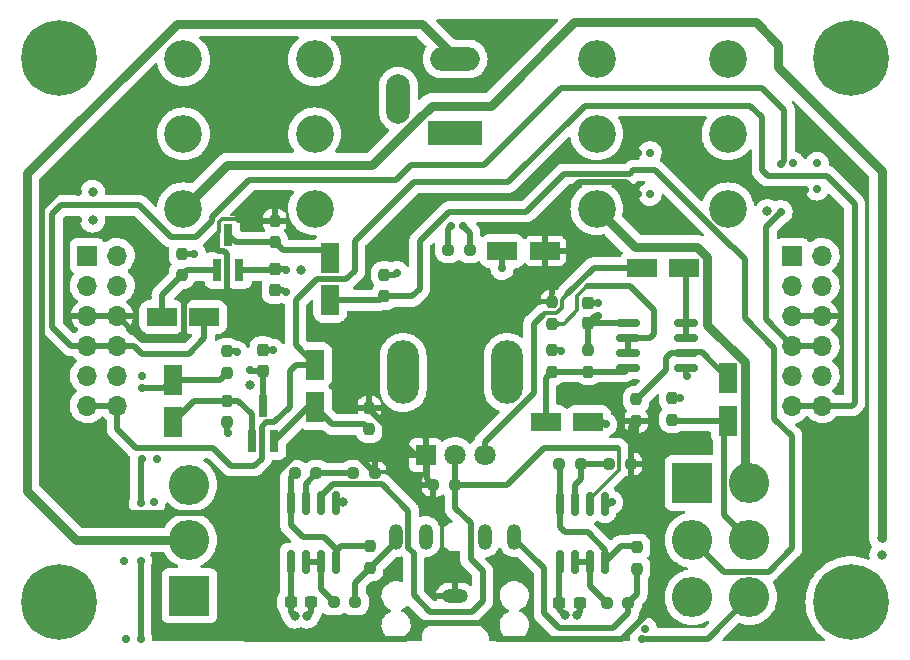
<source format=gbr>
%TF.GenerationSoftware,KiCad,Pcbnew,(6.0.9-0)*%
%TF.CreationDate,2024-11-07T13:24:40+01:00*%
%TF.ProjectId,io-board,696f2d62-6f61-4726-942e-6b696361645f,rev?*%
%TF.SameCoordinates,Original*%
%TF.FileFunction,Copper,L4,Bot*%
%TF.FilePolarity,Positive*%
%FSLAX46Y46*%
G04 Gerber Fmt 4.6, Leading zero omitted, Abs format (unit mm)*
G04 Created by KiCad (PCBNEW (6.0.9-0)) date 2024-11-07 13:24:40*
%MOMM*%
%LPD*%
G01*
G04 APERTURE LIST*
G04 Aperture macros list*
%AMRoundRect*
0 Rectangle with rounded corners*
0 $1 Rounding radius*
0 $2 $3 $4 $5 $6 $7 $8 $9 X,Y pos of 4 corners*
0 Add a 4 corners polygon primitive as box body*
4,1,4,$2,$3,$4,$5,$6,$7,$8,$9,$2,$3,0*
0 Add four circle primitives for the rounded corners*
1,1,$1+$1,$2,$3*
1,1,$1+$1,$4,$5*
1,1,$1+$1,$6,$7*
1,1,$1+$1,$8,$9*
0 Add four rect primitives between the rounded corners*
20,1,$1+$1,$2,$3,$4,$5,0*
20,1,$1+$1,$4,$5,$6,$7,0*
20,1,$1+$1,$6,$7,$8,$9,0*
20,1,$1+$1,$8,$9,$2,$3,0*%
G04 Aperture macros list end*
%TA.AperFunction,ComponentPad*%
%ADD10O,3.416000X3.416000*%
%TD*%
%TA.AperFunction,ComponentPad*%
%ADD11R,3.416000X3.416000*%
%TD*%
%TA.AperFunction,ComponentPad*%
%ADD12C,3.200000*%
%TD*%
%TA.AperFunction,ComponentPad*%
%ADD13C,6.400000*%
%TD*%
%TA.AperFunction,ComponentPad*%
%ADD14C,0.800000*%
%TD*%
%TA.AperFunction,ComponentPad*%
%ADD15O,1.200000X2.200000*%
%TD*%
%TA.AperFunction,ComponentPad*%
%ADD16O,2.200000X1.200000*%
%TD*%
%TA.AperFunction,ComponentPad*%
%ADD17O,1.700000X1.700000*%
%TD*%
%TA.AperFunction,ComponentPad*%
%ADD18R,1.700000X1.700000*%
%TD*%
%TA.AperFunction,ComponentPad*%
%ADD19O,2.000000X4.200000*%
%TD*%
%TA.AperFunction,ComponentPad*%
%ADD20O,4.200000X2.000000*%
%TD*%
%TA.AperFunction,ComponentPad*%
%ADD21R,4.600000X2.000000*%
%TD*%
%TA.AperFunction,ComponentPad*%
%ADD22C,1.800000*%
%TD*%
%TA.AperFunction,ComponentPad*%
%ADD23R,1.800000X1.800000*%
%TD*%
%TA.AperFunction,ComponentPad*%
%ADD24O,2.700000X5.400000*%
%TD*%
%TA.AperFunction,SMDPad,CuDef*%
%ADD25R,0.800000X1.900000*%
%TD*%
%TA.AperFunction,SMDPad,CuDef*%
%ADD26RoundRect,0.237500X0.250000X0.237500X-0.250000X0.237500X-0.250000X-0.237500X0.250000X-0.237500X0*%
%TD*%
%TA.AperFunction,SMDPad,CuDef*%
%ADD27RoundRect,0.237500X0.237500X-0.250000X0.237500X0.250000X-0.237500X0.250000X-0.237500X-0.250000X0*%
%TD*%
%TA.AperFunction,SMDPad,CuDef*%
%ADD28RoundRect,0.150000X0.825000X0.150000X-0.825000X0.150000X-0.825000X-0.150000X0.825000X-0.150000X0*%
%TD*%
%TA.AperFunction,SMDPad,CuDef*%
%ADD29RoundRect,0.237500X-0.237500X0.250000X-0.237500X-0.250000X0.237500X-0.250000X0.237500X0.250000X0*%
%TD*%
%TA.AperFunction,SMDPad,CuDef*%
%ADD30RoundRect,0.250000X0.550000X-1.050000X0.550000X1.050000X-0.550000X1.050000X-0.550000X-1.050000X0*%
%TD*%
%TA.AperFunction,SMDPad,CuDef*%
%ADD31RoundRect,0.237500X-0.250000X-0.237500X0.250000X-0.237500X0.250000X0.237500X-0.250000X0.237500X0*%
%TD*%
%TA.AperFunction,SMDPad,CuDef*%
%ADD32RoundRect,0.237500X-0.237500X0.300000X-0.237500X-0.300000X0.237500X-0.300000X0.237500X0.300000X0*%
%TD*%
%TA.AperFunction,SMDPad,CuDef*%
%ADD33RoundRect,0.250000X-0.550000X1.050000X-0.550000X-1.050000X0.550000X-1.050000X0.550000X1.050000X0*%
%TD*%
%TA.AperFunction,SMDPad,CuDef*%
%ADD34RoundRect,0.237500X-0.300000X-0.237500X0.300000X-0.237500X0.300000X0.237500X-0.300000X0.237500X0*%
%TD*%
%TA.AperFunction,SMDPad,CuDef*%
%ADD35RoundRect,0.150000X-0.150000X0.825000X-0.150000X-0.825000X0.150000X-0.825000X0.150000X0.825000X0*%
%TD*%
%TA.AperFunction,SMDPad,CuDef*%
%ADD36RoundRect,0.250000X-1.050000X-0.550000X1.050000X-0.550000X1.050000X0.550000X-1.050000X0.550000X0*%
%TD*%
%TA.AperFunction,SMDPad,CuDef*%
%ADD37RoundRect,0.250000X1.050000X0.550000X-1.050000X0.550000X-1.050000X-0.550000X1.050000X-0.550000X0*%
%TD*%
%TA.AperFunction,SMDPad,CuDef*%
%ADD38RoundRect,0.237500X0.237500X-0.300000X0.237500X0.300000X-0.237500X0.300000X-0.237500X-0.300000X0*%
%TD*%
%TA.AperFunction,ViaPad*%
%ADD39C,0.700000*%
%TD*%
%TA.AperFunction,ViaPad*%
%ADD40C,0.800000*%
%TD*%
%TA.AperFunction,Conductor*%
%ADD41C,0.500000*%
%TD*%
%TA.AperFunction,Conductor*%
%ADD42C,0.800000*%
%TD*%
%TA.AperFunction,Conductor*%
%ADD43C,0.300000*%
%TD*%
G04 APERTURE END LIST*
D10*
%TO.P,SW2,3*%
%TO.N,N/C*%
X75000000Y-100101000D03*
%TO.P,SW2,2,B*%
%TO.N,+9V*%
X75000000Y-104800000D03*
D11*
%TO.P,SW2,1,A*%
%TO.N,/Von*%
X75000000Y-109499000D03*
%TD*%
D10*
%TO.P,SW1,6,C*%
%TO.N,/ReturnBuf*%
X122417000Y-109626000D03*
%TO.P,SW1,5,B*%
%TO.N,/OutJack*%
X122417000Y-104796000D03*
%TO.P,SW1,4,A*%
%TO.N,/InJack*%
X122417000Y-99966000D03*
%TO.P,SW1,3,C*%
X117587000Y-109626000D03*
%TO.P,SW1,2,B*%
%TO.N,/Send*%
X117587000Y-104796000D03*
D11*
%TO.P,SW1,1,A*%
%TO.N,GND*%
X117587000Y-99966000D03*
%TD*%
D12*
%TO.P,J6,TN*%
%TO.N,unconnected-(J6-PadTN)*%
X85600000Y-76750000D03*
%TO.P,J6,T*%
%TO.N,/OutJack*%
X74500000Y-76750000D03*
%TO.P,J6,S*%
%TO.N,GND*%
X74500000Y-64100000D03*
X85600000Y-64100000D03*
%TO.P,J6,RN*%
%TO.N,unconnected-(J6-PadRN)*%
X85600000Y-70400000D03*
%TO.P,J6,R*%
%TO.N,unconnected-(J6-PadR)*%
X74500000Y-70400000D03*
%TD*%
D13*
%TO.P,H3,1,1*%
%TO.N,GND*%
X64000000Y-110000000D03*
D14*
X62302944Y-108302944D03*
X61600000Y-110000000D03*
X65697056Y-108302944D03*
X64000000Y-112400000D03*
X64000000Y-107600000D03*
X65697056Y-111697056D03*
X62302944Y-111697056D03*
X66400000Y-110000000D03*
%TD*%
D12*
%TO.P,J5,TN*%
%TO.N,GND*%
X120600000Y-76750000D03*
%TO.P,J5,T*%
%TO.N,/InJack*%
X109500000Y-76750000D03*
%TO.P,J5,S*%
%TO.N,GND*%
X109500000Y-64100000D03*
X120600000Y-64100000D03*
%TO.P,J5,RN*%
%TO.N,unconnected-(J5-PadRN)*%
X120600000Y-70400000D03*
%TO.P,J5,R*%
%TO.N,unconnected-(J5-PadR)*%
X109500000Y-70400000D03*
%TD*%
D14*
%TO.P,H4,1,1*%
%TO.N,GND*%
X128600000Y-110000000D03*
X132697056Y-111697056D03*
X129302944Y-111697056D03*
X131000000Y-112400000D03*
X131000000Y-107600000D03*
X133400000Y-110000000D03*
X132697056Y-108302944D03*
D13*
X131000000Y-110000000D03*
D14*
X129302944Y-108302944D03*
%TD*%
D15*
%TO.P,J7,TN*%
%TO.N,unconnected-(J7-PadTN)*%
X100000000Y-104500000D03*
%TO.P,J7,T*%
%TO.N,/HeadphoneL*%
X102500000Y-104500000D03*
D16*
%TO.P,J7,S*%
%TO.N,/+4.5V*%
X97500000Y-109500000D03*
D15*
%TO.P,J7,RN*%
%TO.N,unconnected-(J7-PadRN)*%
X95000000Y-104500000D03*
%TO.P,J7,R*%
%TO.N,/HeadphoneR*%
X92500000Y-104500000D03*
%TD*%
D17*
%TO.P,J8,12,Pin_12*%
%TO.N,/Return*%
X68890000Y-93401000D03*
%TO.P,J8,11,Pin_11*%
X66350000Y-93401000D03*
%TO.P,J8,10,Pin_10*%
%TO.N,GND*%
X68890000Y-90861000D03*
%TO.P,J8,9,Pin_9*%
X66350000Y-90861000D03*
%TO.P,J8,8,Pin_8*%
%TO.N,/SendBuf*%
X68890000Y-88321000D03*
%TO.P,J8,7,Pin_7*%
X66350000Y-88321000D03*
%TO.P,J8,6,Pin_6*%
%TO.N,/+4.5V*%
X68890000Y-85781000D03*
%TO.P,J8,5,Pin_5*%
X66350000Y-85781000D03*
%TO.P,J8,4,Pin_4*%
%TO.N,GND*%
X68890000Y-83241000D03*
%TO.P,J8,3,Pin_3*%
X66350000Y-83241000D03*
%TO.P,J8,2,Pin_2*%
%TO.N,/Von*%
X68890000Y-80701000D03*
D18*
%TO.P,J8,1,Pin_1*%
X66350000Y-80701000D03*
%TD*%
D19*
%TO.P,J4,3*%
%TO.N,unconnected-(J4-Pad3)*%
X92700000Y-67450000D03*
D20*
%TO.P,J4,2*%
%TO.N,+9V*%
X97500000Y-64050000D03*
D21*
%TO.P,J4,1*%
%TO.N,GND*%
X97500000Y-70350000D03*
%TD*%
D14*
%TO.P,H1,1,1*%
%TO.N,GND*%
X62302944Y-65697056D03*
X62302944Y-62302944D03*
X65697056Y-62302944D03*
X64000000Y-61600000D03*
D13*
X64000000Y-64000000D03*
D14*
X65697056Y-65697056D03*
X64000000Y-66400000D03*
X61600000Y-64000000D03*
X66400000Y-64000000D03*
%TD*%
D22*
%TO.P,RV1,3,3*%
%TO.N,Net-(C9-Pad2)*%
X100000000Y-97600000D03*
%TO.P,RV1,2,2*%
%TO.N,Net-(R15-Pad1)*%
X97500000Y-97600000D03*
D23*
%TO.P,RV1,1,1*%
%TO.N,/+4.5V*%
X95000000Y-97600000D03*
D24*
%TO.P,RV1,0,ShieldPin*%
%TO.N,GND*%
X93100000Y-90600000D03*
X101900000Y-90600000D03*
%TD*%
D17*
%TO.P,J3,12,Pin_12*%
%TO.N,/Return*%
X128570000Y-93401000D03*
%TO.P,J3,11,Pin_11*%
X126030000Y-93401000D03*
%TO.P,J3,10,Pin_10*%
%TO.N,GND*%
X128570000Y-90861000D03*
%TO.P,J3,9,Pin_9*%
X126030000Y-90861000D03*
%TO.P,J3,8,Pin_8*%
%TO.N,/SendBuf*%
X128570000Y-88321000D03*
%TO.P,J3,7,Pin_7*%
X126030000Y-88321000D03*
%TO.P,J3,6,Pin_6*%
%TO.N,/+4.5V*%
X128570000Y-85781000D03*
%TO.P,J3,5,Pin_5*%
X126030000Y-85781000D03*
%TO.P,J3,4,Pin_4*%
%TO.N,GND*%
X128570000Y-83241000D03*
%TO.P,J3,3,Pin_3*%
X126030000Y-83241000D03*
%TO.P,J3,2,Pin_2*%
%TO.N,/Von*%
X128570000Y-80701000D03*
D18*
%TO.P,J3,1,Pin_1*%
X126030000Y-80701000D03*
%TD*%
D14*
%TO.P,H2,1,1*%
%TO.N,GND*%
X131000000Y-61600000D03*
X129302944Y-62302944D03*
X132697056Y-62302944D03*
X133400000Y-64000000D03*
X128600000Y-64000000D03*
X129302944Y-65697056D03*
X132697056Y-65697056D03*
D13*
X131000000Y-64000000D03*
D14*
X131000000Y-66400000D03*
%TD*%
D25*
%TO.P,Q1,3,G*%
%TO.N,Net-(C1-Pad1)*%
X78288000Y-78947000D03*
%TO.P,Q1,2,S*%
%TO.N,Net-(C6-Pad1)*%
X77338000Y-81947000D03*
%TO.P,Q1,1,D*%
%TO.N,/Von*%
X79238000Y-81947000D03*
%TD*%
D26*
%TO.P,R15,2*%
%TO.N,/+4.5V*%
X95663500Y-100132000D03*
%TO.P,R15,1*%
%TO.N,Net-(R15-Pad1)*%
X97488500Y-100132000D03*
%TD*%
D27*
%TO.P,R6,2*%
%TO.N,GND*%
X74351000Y-80550500D03*
%TO.P,R6,1*%
%TO.N,Net-(C6-Pad1)*%
X74351000Y-82375500D03*
%TD*%
D28*
%TO.P,U1,8,V+*%
%TO.N,/Von*%
X112135000Y-86439500D03*
%TO.P,U1,7*%
%TO.N,Net-(R14-Pad1)*%
X112135000Y-87709500D03*
%TO.P,U1,6,-*%
X112135000Y-88979500D03*
%TO.P,U1,5,+*%
%TO.N,Net-(C8-Pad1)*%
X112135000Y-90249500D03*
%TO.P,U1,4,V-*%
%TO.N,GND*%
X117085000Y-90249500D03*
%TO.P,U1,3,+*%
%TO.N,Net-(C7-Pad1)*%
X117085000Y-88979500D03*
%TO.P,U1,2,-*%
%TO.N,Net-(C9-Pad1)*%
X117085000Y-87709500D03*
%TO.P,U1,1*%
X117085000Y-86439500D03*
%TD*%
D25*
%TO.P,Q2,3,C*%
%TO.N,/Von*%
X81209000Y-93425000D03*
%TO.P,Q2,2,E*%
%TO.N,Net-(C5-Pad1)*%
X80259000Y-96425000D03*
%TO.P,Q2,1,B*%
%TO.N,Net-(C2-Pad1)*%
X82159000Y-96425000D03*
%TD*%
D29*
%TO.P,R7,2*%
%TO.N,GND*%
X78161000Y-94821500D03*
%TO.P,R7,1*%
%TO.N,Net-(C5-Pad1)*%
X78161000Y-92996500D03*
%TD*%
D26*
%TO.P,R16,2*%
%TO.N,Net-(R16-Pad2)*%
X110522500Y-98354000D03*
%TO.P,R16,1*%
%TO.N,/+4.5V*%
X112347500Y-98354000D03*
%TD*%
D30*
%TO.P,C2,2*%
%TO.N,/Return*%
X85654000Y-89950000D03*
%TO.P,C2,1*%
%TO.N,Net-(C2-Pad1)*%
X85654000Y-93550000D03*
%TD*%
D31*
%TO.P,R22,2*%
%TO.N,/HeadphoneR*%
X89050500Y-110053000D03*
%TO.P,R22,1*%
%TO.N,Net-(R22-Pad1)*%
X87225500Y-110053000D03*
%TD*%
D32*
%TO.P,C3,2*%
%TO.N,GND*%
X82225000Y-83595500D03*
%TO.P,C3,1*%
%TO.N,/Von*%
X82225000Y-81870500D03*
%TD*%
D30*
%TO.P,C5,2*%
%TO.N,/ReturnBuf*%
X73589000Y-91220000D03*
%TO.P,C5,1*%
%TO.N,Net-(C5-Pad1)*%
X73589000Y-94820000D03*
%TD*%
D27*
%TO.P,R12,2*%
%TO.N,GND*%
X105720000Y-88702000D03*
%TO.P,R12,1*%
%TO.N,Net-(C8-Pad1)*%
X105720000Y-90527000D03*
%TD*%
D33*
%TO.P,C1,2*%
%TO.N,/Send*%
X86924000Y-84477000D03*
%TO.P,C1,1*%
%TO.N,Net-(C1-Pad1)*%
X86924000Y-80877000D03*
%TD*%
D31*
%TO.P,R20,2*%
%TO.N,/HeadphoneL*%
X112164500Y-110109000D03*
%TO.P,R20,1*%
%TO.N,Net-(R20-Pad1)*%
X110339500Y-110109000D03*
%TD*%
D34*
%TO.P,C11,2*%
%TO.N,GND*%
X108050500Y-110109000D03*
%TO.P,C11,1*%
%TO.N,/Von*%
X106325500Y-110109000D03*
%TD*%
D26*
%TO.P,R17,2*%
%TO.N,Net-(R17-Pad2)*%
X88876500Y-99131000D03*
%TO.P,R17,1*%
%TO.N,/+4.5V*%
X90701500Y-99131000D03*
%TD*%
D33*
%TO.P,C7,2*%
%TO.N,/OutJack*%
X120570000Y-94694500D03*
%TO.P,C7,1*%
%TO.N,Net-(C7-Pad1)*%
X120570000Y-91094500D03*
%TD*%
D29*
%TO.P,R11,2*%
%TO.N,Net-(C8-Pad1)*%
X108768000Y-90527000D03*
%TO.P,R11,1*%
%TO.N,/Von*%
X108768000Y-88702000D03*
%TD*%
D35*
%TO.P,U3,8,V+*%
%TO.N,/Von*%
X83566000Y-106615000D03*
%TO.P,U3,7*%
%TO.N,Net-(R22-Pad1)*%
X84836000Y-106615000D03*
%TO.P,U3,6,-*%
X86106000Y-106615000D03*
%TO.P,U3,5,+*%
%TO.N,Net-(R19-Pad2)*%
X87376000Y-106615000D03*
%TO.P,U3,4,V-*%
%TO.N,GND*%
X87376000Y-101665000D03*
%TO.P,U3,3,+*%
%TO.N,Net-(R15-Pad1)*%
X86106000Y-101665000D03*
%TO.P,U3,2,-*%
%TO.N,Net-(R17-Pad2)*%
X84836000Y-101665000D03*
%TO.P,U3,1*%
%TO.N,Net-(R19-Pad2)*%
X83566000Y-101665000D03*
%TD*%
D27*
%TO.P,R2,2*%
%TO.N,GND*%
X91496000Y-82328500D03*
%TO.P,R2,1*%
%TO.N,/Send*%
X91496000Y-84153500D03*
%TD*%
D26*
%TO.P,R19,2*%
%TO.N,Net-(R19-Pad2)*%
X83923500Y-99131000D03*
%TO.P,R19,1*%
%TO.N,Net-(R17-Pad2)*%
X85748500Y-99131000D03*
%TD*%
D27*
%TO.P,R4,2*%
%TO.N,/+4.5V*%
X82225000Y-77756500D03*
%TO.P,R4,1*%
%TO.N,Net-(C1-Pad1)*%
X82225000Y-79581500D03*
%TD*%
D34*
%TO.P,C12,2*%
%TO.N,GND*%
X85317500Y-110053000D03*
%TO.P,C12,1*%
%TO.N,/Von*%
X83592500Y-110053000D03*
%TD*%
D36*
%TO.P,C8,2*%
%TO.N,GND*%
X108790000Y-94798000D03*
%TO.P,C8,1*%
%TO.N,Net-(C8-Pad1)*%
X105190000Y-94798000D03*
%TD*%
D37*
%TO.P,C10,2*%
%TO.N,GND*%
X101507000Y-80320000D03*
%TO.P,C10,1*%
%TO.N,/+4.5V*%
X105107000Y-80320000D03*
%TD*%
D38*
%TO.P,C4,2*%
%TO.N,GND*%
X81209000Y-88728500D03*
%TO.P,C4,1*%
%TO.N,/Von*%
X81209000Y-90453500D03*
%TD*%
D27*
%TO.P,R8,2*%
%TO.N,GND*%
X78161000Y-88805500D03*
%TO.P,R8,1*%
%TO.N,/ReturnBuf*%
X78161000Y-90630500D03*
%TD*%
D26*
%TO.P,R1,2*%
%TO.N,GND*%
X96933500Y-80193000D03*
%TO.P,R1,1*%
%TO.N,Net-(D1-Pad1)*%
X98758500Y-80193000D03*
%TD*%
D29*
%TO.P,R21,2*%
%TO.N,/HeadphoneL*%
X112903000Y-107211500D03*
%TO.P,R21,1*%
%TO.N,Net-(R18-Pad2)*%
X112903000Y-105386500D03*
%TD*%
%TO.P,R23,2*%
%TO.N,/HeadphoneR*%
X90297000Y-107145500D03*
%TO.P,R23,1*%
%TO.N,Net-(R19-Pad2)*%
X90297000Y-105320500D03*
%TD*%
D27*
%TO.P,R5,2*%
%TO.N,/+4.5V*%
X90226000Y-93587500D03*
%TO.P,R5,1*%
%TO.N,Net-(C2-Pad1)*%
X90226000Y-95412500D03*
%TD*%
D29*
%TO.P,R13,2*%
%TO.N,/+4.5V*%
X112832000Y-94694500D03*
%TO.P,R13,1*%
%TO.N,Net-(C7-Pad1)*%
X112832000Y-92869500D03*
%TD*%
D27*
%TO.P,R10,2*%
%TO.N,GND*%
X115880000Y-92766000D03*
%TO.P,R10,1*%
%TO.N,/OutJack*%
X115880000Y-94591000D03*
%TD*%
D26*
%TO.P,R18,2*%
%TO.N,Net-(R18-Pad2)*%
X106331500Y-98354000D03*
%TO.P,R18,1*%
%TO.N,Net-(R16-Pad2)*%
X108156500Y-98354000D03*
%TD*%
D36*
%TO.P,C6,2*%
%TO.N,/SendBuf*%
X76278000Y-85908000D03*
%TO.P,C6,1*%
%TO.N,Net-(C6-Pad1)*%
X72678000Y-85908000D03*
%TD*%
D27*
%TO.P,R14,2*%
%TO.N,/+4.5V*%
X105720000Y-84638000D03*
%TO.P,R14,1*%
%TO.N,Net-(R14-Pad1)*%
X105720000Y-86463000D03*
%TD*%
D38*
%TO.P,C13,2*%
%TO.N,GND*%
X108768000Y-84688000D03*
%TO.P,C13,1*%
%TO.N,/Von*%
X108768000Y-86413000D03*
%TD*%
D35*
%TO.P,U2,8,V+*%
%TO.N,/Von*%
X106355000Y-106671000D03*
%TO.P,U2,7*%
%TO.N,Net-(R20-Pad1)*%
X107625000Y-106671000D03*
%TO.P,U2,6,-*%
X108895000Y-106671000D03*
%TO.P,U2,5,+*%
%TO.N,Net-(R18-Pad2)*%
X110165000Y-106671000D03*
%TO.P,U2,4,V-*%
%TO.N,GND*%
X110165000Y-101721000D03*
%TO.P,U2,3,+*%
%TO.N,Net-(R15-Pad1)*%
X108895000Y-101721000D03*
%TO.P,U2,2,-*%
%TO.N,Net-(R16-Pad2)*%
X107625000Y-101721000D03*
%TO.P,U2,1*%
%TO.N,Net-(R18-Pad2)*%
X106355000Y-101721000D03*
%TD*%
D37*
%TO.P,C9,2*%
%TO.N,Net-(C9-Pad2)*%
X113318000Y-81740500D03*
%TO.P,C9,1*%
%TO.N,Net-(C9-Pad1)*%
X116918000Y-81740500D03*
%TD*%
D39*
%TO.N,/Von*%
X80137000Y-90424000D03*
X109601000Y-85852000D03*
D40*
X83947000Y-111252000D03*
X106807000Y-111125000D03*
D39*
X83185000Y-81915000D03*
%TO.N,GND*%
X69596000Y-113157000D03*
X101473000Y-81788000D03*
X117094000Y-90932000D03*
X126143388Y-72905179D03*
D40*
X84946503Y-111252000D03*
D39*
X78994000Y-88900000D03*
X110236000Y-94996000D03*
X116530000Y-92766000D03*
X82086500Y-88728500D03*
D40*
X66802000Y-75311000D03*
X123941812Y-76951812D03*
D39*
X75405500Y-80550500D03*
X83185000Y-83820000D03*
D40*
X133604000Y-106045000D03*
D39*
X114000000Y-72000000D03*
X97176549Y-78239422D03*
X128143000Y-75057000D03*
X72263000Y-97917000D03*
X92583000Y-82169000D03*
D40*
X80137000Y-91694000D03*
D39*
X72009000Y-101600000D03*
D40*
X88011000Y-101600000D03*
D39*
X109622000Y-84688000D03*
X128143000Y-72898000D03*
X113604233Y-112316431D03*
X114000000Y-75500000D03*
X70993000Y-90932000D03*
X110744000Y-101600000D03*
X69469000Y-106553000D03*
D40*
X66802000Y-77724000D03*
X107806503Y-111125000D03*
D39*
X78232000Y-95758000D03*
X106426000Y-88773000D03*
D40*
X84455000Y-81915000D03*
D39*
%TO.N,/SendBuf*%
X125112655Y-72982345D03*
X125095000Y-77000000D03*
%TO.N,/ReturnBuf*%
X70866000Y-101689500D03*
X113284000Y-113157000D03*
X70993000Y-91948000D03*
X70866000Y-113157000D03*
X70993000Y-97917000D03*
X70866000Y-106553000D03*
D40*
%TO.N,/OutJack*%
X133604000Y-104648000D03*
D39*
%TO.N,/+4.5V*%
X113000000Y-75500000D03*
X113000000Y-72000000D03*
X127095424Y-75152424D03*
X127095424Y-72136000D03*
X65532000Y-75311000D03*
X65532000Y-77724000D03*
%TO.N,Net-(D1-Pad1)*%
X98171000Y-78232000D03*
%TD*%
D41*
%TO.N,Net-(C1-Pad1)*%
X78922500Y-79581500D02*
X78288000Y-78947000D01*
X82225000Y-79581500D02*
X82907500Y-80264000D01*
X82907500Y-80264000D02*
X86311000Y-80264000D01*
X82225000Y-79581500D02*
X78922500Y-79581500D01*
X86311000Y-80264000D02*
X86924000Y-80877000D01*
%TO.N,/Return*%
X68890000Y-95390000D02*
X70500000Y-97000000D01*
X68890000Y-93401000D02*
X66350000Y-93401000D01*
X108500000Y-68000000D02*
X102000000Y-74500000D01*
X122500000Y-68000000D02*
X108500000Y-68000000D01*
X128950105Y-73950105D02*
X123950105Y-73950105D01*
X123500000Y-73500000D02*
X123500000Y-69000000D01*
X82175000Y-94825000D02*
X83500000Y-93500000D01*
X68890000Y-93401000D02*
X68890000Y-95390000D01*
X83500000Y-90500000D02*
X84050000Y-89950000D01*
X81109000Y-95225000D02*
X81509000Y-94825000D01*
X84000000Y-88296000D02*
X85654000Y-89950000D01*
X70500000Y-97000000D02*
X77000000Y-97000000D01*
X88273000Y-82727000D02*
X85773000Y-82727000D01*
X80500000Y-98500000D02*
X81109000Y-97891000D01*
X77000000Y-97000000D02*
X78500000Y-98500000D01*
X128570000Y-93401000D02*
X131099000Y-93401000D01*
X102000000Y-74500000D02*
X94000000Y-74500000D01*
X123500000Y-69000000D02*
X122500000Y-68000000D01*
X131099000Y-93401000D02*
X131318000Y-93182000D01*
X84000000Y-84500000D02*
X84000000Y-88296000D01*
X85773000Y-82727000D02*
X84000000Y-84500000D01*
X128570000Y-93401000D02*
X126030000Y-93401000D01*
X131318000Y-93182000D02*
X131318000Y-76318000D01*
X81509000Y-94825000D02*
X82175000Y-94825000D01*
X123950105Y-73950105D02*
X123500000Y-73500000D01*
X131318000Y-76318000D02*
X128950105Y-73950105D01*
X94000000Y-74500000D02*
X89000000Y-79500000D01*
X89000000Y-79500000D02*
X89000000Y-82000000D01*
X89000000Y-82000000D02*
X88273000Y-82727000D01*
X83500000Y-93500000D02*
X83500000Y-90500000D01*
X78500000Y-98500000D02*
X80500000Y-98500000D01*
X84050000Y-89950000D02*
X85654000Y-89950000D01*
X81109000Y-97891000D02*
X81109000Y-95225000D01*
%TO.N,Net-(C2-Pad1)*%
X87104000Y-95000000D02*
X85654000Y-93550000D01*
X89813500Y-95000000D02*
X87104000Y-95000000D01*
X85654000Y-93550000D02*
X85034000Y-93550000D01*
X85034000Y-93550000D02*
X82159000Y-96425000D01*
X90226000Y-95412500D02*
X89813500Y-95000000D01*
%TO.N,/Send*%
X94500000Y-83500000D02*
X93846500Y-84153500D01*
X126000000Y-105500000D02*
X126000000Y-96000000D01*
X121000000Y-80000000D02*
X120950862Y-80000000D01*
X93846500Y-84153500D02*
X91496000Y-84153500D01*
X122000000Y-86000000D02*
X122000000Y-81000000D01*
X86924000Y-84477000D02*
X91172500Y-84477000D01*
X103500000Y-77000000D02*
X97000000Y-77000000D01*
X94500000Y-79500000D02*
X94500000Y-83500000D01*
X112589950Y-73500000D02*
X112289950Y-73800000D01*
X114450862Y-73500000D02*
X112589950Y-73500000D01*
X97000000Y-77000000D02*
X94500000Y-79500000D01*
X124032000Y-107468000D02*
X126000000Y-105500000D01*
X124500000Y-88500000D02*
X122000000Y-86000000D01*
X106700000Y-73800000D02*
X103500000Y-77000000D01*
X120950862Y-80000000D02*
X114450862Y-73500000D01*
X126000000Y-96000000D02*
X124500000Y-94500000D01*
X124500000Y-94500000D02*
X124500000Y-88500000D01*
X91172500Y-84477000D02*
X91496000Y-84153500D01*
X117587000Y-104796000D02*
X120259000Y-107468000D01*
X120259000Y-107468000D02*
X124032000Y-107468000D01*
X112289950Y-73800000D02*
X106700000Y-73800000D01*
X122000000Y-81000000D02*
X121000000Y-80000000D01*
%TO.N,/Von*%
X83592500Y-110053000D02*
X83592500Y-106641500D01*
X81209000Y-90453500D02*
X81209000Y-93425000D01*
X106325500Y-110109000D02*
X106325500Y-106700500D01*
X109329000Y-85852000D02*
X108768000Y-86413000D01*
X82225000Y-81870500D02*
X83140500Y-81870500D01*
X106325500Y-110109000D02*
X106325500Y-110643500D01*
X81209000Y-90453500D02*
X80166500Y-90453500D01*
X79238000Y-81947000D02*
X82148500Y-81947000D01*
X80166500Y-90453500D02*
X80137000Y-90424000D01*
X83947000Y-111252000D02*
X83592500Y-110897500D01*
X82148500Y-81947000D02*
X82225000Y-81870500D01*
X108768000Y-86413000D02*
X112108500Y-86413000D01*
X83592500Y-106641500D02*
X83566000Y-106615000D01*
X106325500Y-110643500D02*
X106807000Y-111125000D01*
X106325500Y-106700500D02*
X106355000Y-106671000D01*
X112108500Y-86413000D02*
X112135000Y-86439500D01*
X83592500Y-110897500D02*
X83592500Y-110053000D01*
X83140500Y-81870500D02*
X83185000Y-81915000D01*
X108768000Y-88702000D02*
X108768000Y-86413000D01*
X109601000Y-85852000D02*
X109329000Y-85852000D01*
%TO.N,GND*%
X87376000Y-101665000D02*
X87946000Y-101665000D01*
X78161000Y-95687000D02*
X78232000Y-95758000D01*
X109622000Y-84688000D02*
X108768000Y-84688000D01*
X96933500Y-78482471D02*
X96933500Y-80193000D01*
X106355000Y-88702000D02*
X106426000Y-88773000D01*
X78161000Y-88805500D02*
X78899500Y-88805500D01*
X117085000Y-90923000D02*
X117094000Y-90932000D01*
X97176549Y-78239422D02*
X96933500Y-78482471D01*
X78899500Y-88805500D02*
X78994000Y-88900000D01*
X110038000Y-94798000D02*
X110236000Y-94996000D01*
X101507000Y-80320000D02*
X101507000Y-81754000D01*
X110165000Y-101721000D02*
X110623000Y-101721000D01*
X108790000Y-94798000D02*
X110038000Y-94798000D01*
X82225000Y-83595500D02*
X82960500Y-83595500D01*
X82086500Y-88728500D02*
X81209000Y-88728500D01*
X78161000Y-94821500D02*
X78161000Y-95687000D01*
X87946000Y-101665000D02*
X88011000Y-101600000D01*
X75405500Y-80550500D02*
X74351000Y-80550500D01*
X108050500Y-110881003D02*
X107806503Y-111125000D01*
X110623000Y-101721000D02*
X110744000Y-101600000D01*
X116530000Y-92766000D02*
X115880000Y-92766000D01*
X85317500Y-110053000D02*
X85317500Y-110881003D01*
X108050500Y-110109000D02*
X108050500Y-110881003D01*
X105720000Y-88702000D02*
X106355000Y-88702000D01*
X101507000Y-81754000D02*
X101473000Y-81788000D01*
X117085000Y-90249500D02*
X117085000Y-90923000D01*
X92423500Y-82328500D02*
X92583000Y-82169000D01*
X91496000Y-82328500D02*
X92423500Y-82328500D01*
X85317500Y-110881003D02*
X84946503Y-111252000D01*
X82960500Y-83595500D02*
X83185000Y-83820000D01*
%TO.N,Net-(C5-Pad1)*%
X80259000Y-96425000D02*
X80259000Y-94102000D01*
X80259000Y-94102000D02*
X79153500Y-92996500D01*
X78161000Y-92996500D02*
X75412500Y-92996500D01*
X75412500Y-92996500D02*
X73589000Y-94820000D01*
X79153500Y-92996500D02*
X78161000Y-92996500D01*
%TO.N,/SendBuf*%
X76278000Y-85908000D02*
X76278000Y-87722000D01*
X64953000Y-88321000D02*
X66350000Y-88321000D01*
X99949000Y-73025000D02*
X93726000Y-73025000D01*
X63373000Y-86741000D02*
X64953000Y-88321000D01*
X123825000Y-78270000D02*
X123825000Y-86116000D01*
X125112655Y-72982345D02*
X125362832Y-72732168D01*
X70321000Y-88321000D02*
X68890000Y-88321000D01*
X75565000Y-79121000D02*
X73406000Y-79121000D01*
X63373000Y-77216000D02*
X63373000Y-86741000D01*
X106474000Y-66500000D02*
X99949000Y-73025000D01*
X123825000Y-86116000D02*
X126030000Y-88321000D01*
X125362832Y-68362832D02*
X123500000Y-66500000D01*
X125362832Y-72732168D02*
X125362832Y-68362832D01*
X76278000Y-87722000D02*
X75000000Y-89000000D01*
X76938000Y-77398472D02*
X76938000Y-77748000D01*
X71000000Y-89000000D02*
X70321000Y-88321000D01*
X93726000Y-73025000D02*
X92456000Y-74295000D01*
X64135000Y-76454000D02*
X63373000Y-77216000D01*
X70739000Y-76454000D02*
X64135000Y-76454000D01*
X92456000Y-74295000D02*
X80041472Y-74295000D01*
X75000000Y-89000000D02*
X71000000Y-89000000D01*
X68890000Y-88321000D02*
X66350000Y-88321000D01*
X123500000Y-66500000D02*
X106474000Y-66500000D01*
X126030000Y-88321000D02*
X128570000Y-88321000D01*
X76938000Y-77748000D02*
X75565000Y-79121000D01*
X80041472Y-74295000D02*
X76938000Y-77398472D01*
X73406000Y-79121000D02*
X70739000Y-76454000D01*
X125095000Y-77000000D02*
X123825000Y-78270000D01*
%TO.N,Net-(C6-Pad1)*%
X74779500Y-81947000D02*
X74351000Y-82375500D01*
X72678000Y-85908000D02*
X72678000Y-84048500D01*
X77338000Y-81947000D02*
X74779500Y-81947000D01*
X72678000Y-84048500D02*
X74351000Y-82375500D01*
%TO.N,/ReturnBuf*%
X70866000Y-98044000D02*
X70993000Y-97917000D01*
X118886000Y-113157000D02*
X122417000Y-109626000D01*
X113284000Y-113157000D02*
X118886000Y-113157000D01*
X70866000Y-113157000D02*
X70866000Y-106553000D01*
X70866000Y-101689500D02*
X70866000Y-98044000D01*
X73589000Y-91220000D02*
X77571500Y-91220000D01*
X77571500Y-91220000D02*
X78161000Y-90630500D01*
X70993000Y-91948000D02*
X72861000Y-91948000D01*
X72861000Y-91948000D02*
X73589000Y-91220000D01*
%TO.N,Net-(C7-Pad1)*%
X115744500Y-88979500D02*
X115316000Y-89408000D01*
X117085000Y-88979500D02*
X115744500Y-88979500D01*
X115316000Y-90424000D02*
X112870500Y-92869500D01*
X117164500Y-88900000D02*
X117085000Y-88979500D01*
X112870500Y-92869500D02*
X112832000Y-92869500D01*
X118364000Y-88900000D02*
X117164500Y-88900000D01*
X120558500Y-91094500D02*
X118364000Y-88900000D01*
X120570000Y-91094500D02*
X120558500Y-91094500D01*
X115316000Y-89408000D02*
X115316000Y-90424000D01*
D42*
%TO.N,/OutJack*%
X124841000Y-64770000D02*
X133604000Y-73533000D01*
X94300000Y-69212742D02*
X94300000Y-69200000D01*
X94300000Y-69200000D02*
X95500000Y-68000000D01*
D41*
X120570000Y-94694500D02*
X120259000Y-95005500D01*
X120259000Y-102638000D02*
X122417000Y-104796000D01*
D42*
X90487742Y-73025000D02*
X94300000Y-69212742D01*
D41*
X115983500Y-94694500D02*
X115880000Y-94591000D01*
D42*
X124841000Y-62865000D02*
X124841000Y-64770000D01*
X100500000Y-68000000D02*
X107540000Y-60960000D01*
X74500000Y-76750000D02*
X78225000Y-73025000D01*
X95500000Y-68000000D02*
X100500000Y-68000000D01*
X107540000Y-60960000D02*
X122936000Y-60960000D01*
D41*
X120570000Y-94694500D02*
X115983500Y-94694500D01*
D42*
X122936000Y-60960000D02*
X124841000Y-62865000D01*
D41*
X120259000Y-95005500D02*
X120259000Y-102638000D01*
D42*
X78225000Y-73025000D02*
X90487742Y-73025000D01*
X133604000Y-73533000D02*
X133604000Y-104648000D01*
D41*
%TO.N,Net-(C8-Pad1)*%
X111857500Y-90527000D02*
X112135000Y-90249500D01*
X108768000Y-90527000D02*
X111857500Y-90527000D01*
X105190000Y-94798000D02*
X105190000Y-91057000D01*
X105190000Y-91057000D02*
X105720000Y-90527000D01*
X105720000Y-90527000D02*
X108768000Y-90527000D01*
%TO.N,Net-(C9-Pad1)*%
X117085000Y-86439500D02*
X117085000Y-81907500D01*
X117085000Y-81907500D02*
X116918000Y-81740500D01*
X117085000Y-87709500D02*
X117085000Y-86439500D01*
%TO.N,Net-(C9-Pad2)*%
X100000000Y-97600000D02*
X100000000Y-96500000D01*
X100000000Y-96500000D02*
X104140000Y-92360000D01*
D43*
X106078350Y-85598000D02*
X105029000Y-85598000D01*
D41*
X104140000Y-86487000D02*
X104902000Y-85725000D01*
D43*
X105029000Y-85598000D02*
X104902000Y-85725000D01*
D41*
X109215779Y-81740500D02*
X113318000Y-81740500D01*
X107000000Y-83956279D02*
X109215779Y-81740500D01*
D43*
X106573236Y-84426764D02*
X106573236Y-85103114D01*
D41*
X107000000Y-84000000D02*
X107000000Y-83956279D01*
D43*
X106573236Y-85103114D02*
X106078350Y-85598000D01*
X107000000Y-84000000D02*
X106573236Y-84426764D01*
D41*
X104140000Y-92360000D02*
X104140000Y-86487000D01*
%TO.N,/+4.5V*%
X66929000Y-102489000D02*
X80899000Y-102489000D01*
X79629000Y-113030000D02*
X79629000Y-103759000D01*
X99760000Y-111825000D02*
X94680000Y-111825000D01*
D43*
X77538000Y-78672000D02*
X77538000Y-77851000D01*
X77742000Y-77647000D02*
X79038000Y-77647000D01*
D41*
X112347500Y-95179000D02*
X112832000Y-94694500D01*
X94100000Y-97600000D02*
X95150000Y-97600000D01*
X114554000Y-104140000D02*
X114554000Y-107823000D01*
X111639999Y-113150001D02*
X101085001Y-113150001D01*
X80899000Y-102489000D02*
X81280000Y-102108000D01*
X112347500Y-98354000D02*
X112347500Y-95179000D01*
X93354999Y-113150001D02*
X79749001Y-113150001D01*
X112347500Y-98354000D02*
X112347500Y-101933500D01*
X77343000Y-80264000D02*
X77426000Y-80347000D01*
X74528000Y-87524000D02*
X74168000Y-87884000D01*
X112347500Y-101933500D02*
X114554000Y-104140000D01*
X77426000Y-80347000D02*
X77934000Y-80347000D01*
X114173000Y-108204000D02*
X114173000Y-110617000D01*
X97500000Y-107107000D02*
X97500000Y-109500000D01*
X84312728Y-97282000D02*
X88852500Y-97282000D01*
X105107000Y-77393000D02*
X105107000Y-80320000D01*
X62484000Y-76708000D02*
X62484000Y-98044000D01*
D43*
X96393000Y-103124000D02*
X96393000Y-106000000D01*
D41*
X77978000Y-83947000D02*
X75311000Y-83947000D01*
X78188000Y-80601000D02*
X78188000Y-83737000D01*
D43*
X77538000Y-77851000D02*
X77742000Y-77647000D01*
D41*
X95663500Y-100132000D02*
X95663500Y-102521500D01*
X95150000Y-99618500D02*
X95663500Y-100132000D01*
X77343000Y-78867000D02*
X77343000Y-80264000D01*
X88852500Y-97282000D02*
X90701500Y-99131000D01*
X62484000Y-98044000D02*
X66929000Y-102489000D01*
X75311000Y-83947000D02*
X74528000Y-84730000D01*
X78188000Y-83737000D02*
X77978000Y-83947000D01*
X96393000Y-106000000D02*
X97500000Y-107107000D01*
X114173000Y-110617000D02*
X111639999Y-113150001D01*
D43*
X79038000Y-77647000D02*
X79147500Y-77756500D01*
D41*
X95663500Y-102521500D02*
X96393000Y-103251000D01*
X79749001Y-113150001D02*
X79629000Y-113030000D01*
X74528000Y-84730000D02*
X74528000Y-87524000D01*
X79629000Y-103759000D02*
X80899000Y-102489000D01*
X81280000Y-100314728D02*
X84312728Y-97282000D01*
X63881000Y-75311000D02*
X62484000Y-76708000D01*
X90226000Y-93726000D02*
X94100000Y-97600000D01*
X113000000Y-75500000D02*
X112000000Y-74500000D01*
X94680000Y-111825000D02*
X93354999Y-113150001D01*
X108000000Y-74500000D02*
X105107000Y-77393000D01*
X95150000Y-97600000D02*
X95150000Y-99618500D01*
D43*
X77343000Y-78867000D02*
X77538000Y-78672000D01*
D41*
X74168000Y-87884000D02*
X70993000Y-87884000D01*
X112000000Y-74500000D02*
X108000000Y-74500000D01*
X90226000Y-93587500D02*
X90226000Y-93726000D01*
X114554000Y-107823000D02*
X114173000Y-108204000D01*
X81280000Y-102108000D02*
X81280000Y-100314728D01*
X65532000Y-75311000D02*
X63881000Y-75311000D01*
X101085001Y-113150001D02*
X99760000Y-111825000D01*
X77934000Y-80347000D02*
X78188000Y-80601000D01*
X70993000Y-87884000D02*
X68890000Y-85781000D01*
D43*
X79147500Y-77756500D02*
X82225000Y-77756500D01*
D41*
%TO.N,Net-(D1-Pad1)*%
X98758500Y-78819500D02*
X98758500Y-80193000D01*
X98171000Y-78232000D02*
X98758500Y-78819500D01*
D42*
%TO.N,+9V*%
X65430000Y-104800000D02*
X61270000Y-100640000D01*
X61270000Y-100640000D02*
X61270000Y-73730000D01*
X94690000Y-61090000D02*
X97650000Y-64050000D01*
X61270000Y-73730000D02*
X73910000Y-61090000D01*
X73910000Y-61090000D02*
X94690000Y-61090000D01*
X75000000Y-104800000D02*
X65430000Y-104800000D01*
%TO.N,/InJack*%
X109500000Y-76750000D02*
X112750000Y-80000000D01*
X118818000Y-80838418D02*
X118818000Y-86540418D01*
X122000000Y-89722418D02*
X122000000Y-99549000D01*
X112750000Y-80000000D02*
X117979582Y-80000000D01*
X122000000Y-99549000D02*
X122417000Y-99966000D01*
X117979582Y-80000000D02*
X118818000Y-80838418D01*
X118818000Y-86540418D02*
X122000000Y-89722418D01*
D41*
%TO.N,/HeadphoneR*%
X89050500Y-110053000D02*
X89050500Y-108392000D01*
X92500000Y-104942500D02*
X92500000Y-104500000D01*
X89050500Y-108392000D02*
X90297000Y-107145500D01*
X90297000Y-107145500D02*
X92500000Y-104942500D01*
%TO.N,/HeadphoneL*%
X112164500Y-110109000D02*
X112164500Y-110974500D01*
X112903000Y-107211500D02*
X112903000Y-109370500D01*
X110871000Y-112268000D02*
X106299000Y-112268000D01*
X106299000Y-112268000D02*
X105029000Y-110998000D01*
X105029000Y-107188000D02*
X102500000Y-104659000D01*
X105029000Y-110998000D02*
X105029000Y-107188000D01*
X112164500Y-110974500D02*
X110871000Y-112268000D01*
X102500000Y-104659000D02*
X102500000Y-104500000D01*
X112903000Y-109370500D02*
X112164500Y-110109000D01*
%TO.N,Net-(R14-Pad1)*%
X108634228Y-83312000D02*
X112268000Y-83312000D01*
X112135000Y-88979500D02*
X112135000Y-87709500D01*
D43*
X107843000Y-84103228D02*
X108634228Y-83312000D01*
D41*
X105720000Y-86463000D02*
X106196000Y-86463000D01*
X112268000Y-83312000D02*
X114300000Y-85344000D01*
D43*
X107843000Y-85324000D02*
X107843000Y-84103228D01*
X106704000Y-86463000D02*
X107843000Y-85324000D01*
D41*
X114300000Y-87376000D02*
X113966500Y-87709500D01*
X114300000Y-85344000D02*
X114300000Y-87376000D01*
X113966500Y-87709500D02*
X112135000Y-87709500D01*
D43*
X106196000Y-86463000D02*
X106704000Y-86463000D01*
D41*
%TO.N,Net-(R15-Pad1)*%
X97500000Y-100120500D02*
X97488500Y-100132000D01*
X93980000Y-109474000D02*
X93980000Y-105918000D01*
D43*
X111360000Y-98843893D02*
X111360000Y-98044000D01*
D41*
X101925000Y-100132000D02*
X97488500Y-100132000D01*
X93980000Y-105918000D02*
X93550000Y-105488000D01*
D43*
X111360000Y-98044000D02*
X111360000Y-97136000D01*
D41*
X93550000Y-102313000D02*
X91293000Y-100056000D01*
X98806000Y-106426000D02*
X99822000Y-107442000D01*
X95377000Y-110871000D02*
X93980000Y-109474000D01*
X99822000Y-109982000D02*
X98933000Y-110871000D01*
X93550000Y-105488000D02*
X93550000Y-102313000D01*
X97488500Y-100132000D02*
X97488500Y-102060500D01*
X111252000Y-97028000D02*
X105029000Y-97028000D01*
D43*
X108895000Y-101721000D02*
X108895000Y-101308893D01*
X111360000Y-97136000D02*
X111252000Y-97028000D01*
D41*
X97488500Y-102060500D02*
X98806000Y-103378000D01*
X98933000Y-110871000D02*
X95377000Y-110871000D01*
X86106000Y-101092000D02*
X86106000Y-101665000D01*
X99822000Y-107442000D02*
X99822000Y-109982000D01*
X91293000Y-100056000D02*
X87142000Y-100056000D01*
X98806000Y-103378000D02*
X98806000Y-106426000D01*
D43*
X108895000Y-101308893D02*
X111360000Y-98843893D01*
D41*
X97500000Y-97750000D02*
X97500000Y-100120500D01*
X87142000Y-100056000D02*
X86106000Y-101092000D01*
X105029000Y-97028000D02*
X101925000Y-100132000D01*
%TO.N,Net-(R16-Pad2)*%
X108156500Y-98354000D02*
X108156500Y-99615500D01*
X108156500Y-98354000D02*
X110522500Y-98354000D01*
X108156500Y-99615500D02*
X107625000Y-100147000D01*
X107625000Y-100147000D02*
X107625000Y-101721000D01*
%TO.N,Net-(R17-Pad2)*%
X84836000Y-100043500D02*
X85748500Y-99131000D01*
X84836000Y-101665000D02*
X84836000Y-100043500D01*
X88876500Y-99131000D02*
X85748500Y-99131000D01*
%TO.N,Net-(R18-Pad2)*%
X110165000Y-106624000D02*
X111506000Y-105283000D01*
X111506000Y-105283000D02*
X112799500Y-105283000D01*
X110165000Y-106671000D02*
X110165000Y-105593000D01*
X106355000Y-103688000D02*
X106355000Y-101721000D01*
X110165000Y-105593000D02*
X108712000Y-104140000D01*
X106807000Y-104140000D02*
X106355000Y-103688000D01*
X110165000Y-106671000D02*
X110165000Y-106624000D01*
X106355000Y-101721000D02*
X106355000Y-98377500D01*
X106355000Y-98377500D02*
X106331500Y-98354000D01*
X108712000Y-104140000D02*
X106807000Y-104140000D01*
X112799500Y-105283000D02*
X112903000Y-105386500D01*
%TO.N,Net-(R19-Pad2)*%
X87794500Y-105320500D02*
X87376000Y-105739000D01*
X84582000Y-104521000D02*
X86360000Y-104521000D01*
X87376000Y-105537000D02*
X87376000Y-106615000D01*
X83566000Y-101665000D02*
X83566000Y-103505000D01*
X83923500Y-99131000D02*
X83566000Y-99488500D01*
X90297000Y-105320500D02*
X87794500Y-105320500D01*
X86360000Y-104521000D02*
X87376000Y-105537000D01*
X87376000Y-105739000D02*
X87376000Y-106615000D01*
X83566000Y-103505000D02*
X84582000Y-104521000D01*
X83566000Y-99488500D02*
X83566000Y-101665000D01*
%TO.N,Net-(R20-Pad1)*%
X108895000Y-108664500D02*
X108895000Y-106671000D01*
X110339500Y-110109000D02*
X108895000Y-108664500D01*
X107625000Y-106671000D02*
X108895000Y-106671000D01*
%TO.N,Net-(R22-Pad1)*%
X86106000Y-108933500D02*
X86106000Y-106615000D01*
X87225500Y-110053000D02*
X86106000Y-108933500D01*
X86106000Y-106615000D02*
X84836000Y-106615000D01*
%TD*%
%TA.AperFunction,Conductor*%
%TO.N,/+4.5V*%
G36*
X112568116Y-111927336D02*
G01*
X112624952Y-111969883D01*
X112649763Y-112036403D01*
X112644187Y-112083489D01*
X112639749Y-112097481D01*
X112635605Y-112110543D01*
X112614062Y-112302605D01*
X112614578Y-112308749D01*
X112618843Y-112359543D01*
X112604611Y-112429099D01*
X112589806Y-112451077D01*
X112470880Y-112592807D01*
X112470876Y-112592813D01*
X112466917Y-112597531D01*
X112463953Y-112602923D01*
X112463950Y-112602927D01*
X112387512Y-112741967D01*
X112373810Y-112766892D01*
X112371949Y-112772759D01*
X112371948Y-112772761D01*
X112317697Y-112943782D01*
X112315372Y-112951112D01*
X112293829Y-113143174D01*
X112294345Y-113149318D01*
X112300948Y-113227957D01*
X112286716Y-113297513D01*
X112237139Y-113348332D01*
X112175390Y-113364500D01*
X111157392Y-113364500D01*
X111089271Y-113344498D01*
X111042778Y-113290842D01*
X111032674Y-113220568D01*
X111062168Y-113155988D01*
X111118502Y-113118652D01*
X111119482Y-113118334D01*
X111125760Y-113116476D01*
X111183705Y-113100949D01*
X111183714Y-113100946D01*
X111190083Y-113099239D01*
X111195967Y-113096241D01*
X111202077Y-113093128D01*
X111220341Y-113085563D01*
X111226865Y-113083443D01*
X111226867Y-113083442D01*
X111233149Y-113081401D01*
X111238870Y-113078098D01*
X111290811Y-113048110D01*
X111296608Y-113044962D01*
X111355935Y-113014734D01*
X111363078Y-113008950D01*
X111366398Y-113006261D01*
X111382693Y-112995062D01*
X111394351Y-112988331D01*
X111399267Y-112983905D01*
X111443829Y-112943782D01*
X111448835Y-112939506D01*
X111464326Y-112926961D01*
X111478415Y-112912872D01*
X111483200Y-112908331D01*
X111527771Y-112868199D01*
X111532680Y-112863779D01*
X111540598Y-112852881D01*
X111553432Y-112837855D01*
X112434991Y-111956295D01*
X112497301Y-111922272D01*
X112568116Y-111927336D01*
G37*
%TD.AperFunction*%
%TA.AperFunction,Conductor*%
G36*
X101312932Y-105432534D02*
G01*
X101363501Y-105487318D01*
X101432255Y-105631463D01*
X101560952Y-105810564D01*
X101607324Y-105855502D01*
X101700539Y-105945833D01*
X101719332Y-105964045D01*
X101902387Y-106087053D01*
X102104333Y-106175701D01*
X102109784Y-106177010D01*
X102109788Y-106177011D01*
X102312566Y-106225693D01*
X102318785Y-106227186D01*
X102405031Y-106232159D01*
X102533358Y-106239559D01*
X102533361Y-106239559D01*
X102538965Y-106239882D01*
X102597222Y-106232832D01*
X102736456Y-106215983D01*
X102806486Y-106227656D01*
X102840688Y-106251975D01*
X104106595Y-107517882D01*
X104140621Y-107580194D01*
X104143500Y-107606977D01*
X104143500Y-110918387D01*
X104141949Y-110938098D01*
X104139842Y-110951401D01*
X104140187Y-110957988D01*
X104140187Y-110957993D01*
X104143327Y-111017898D01*
X104143500Y-111024492D01*
X104143500Y-111044411D01*
X104145238Y-111060952D01*
X104145582Y-111064221D01*
X104146099Y-111070795D01*
X104149173Y-111129440D01*
X104149584Y-111137286D01*
X104151292Y-111143660D01*
X104151292Y-111143661D01*
X104153069Y-111150293D01*
X104156670Y-111169725D01*
X104157387Y-111176548D01*
X104157389Y-111176559D01*
X104158079Y-111183120D01*
X104160119Y-111189397D01*
X104160120Y-111189404D01*
X104178651Y-111246437D01*
X104180524Y-111252760D01*
X104196051Y-111310705D01*
X104196054Y-111310714D01*
X104197761Y-111317083D01*
X104200756Y-111322961D01*
X104203872Y-111329077D01*
X104211437Y-111347341D01*
X104211720Y-111348211D01*
X104215599Y-111360149D01*
X104218902Y-111365870D01*
X104248890Y-111417811D01*
X104252038Y-111423607D01*
X104282266Y-111482935D01*
X104286423Y-111488068D01*
X104286424Y-111488070D01*
X104290739Y-111493398D01*
X104301938Y-111509693D01*
X104308669Y-111521351D01*
X104313094Y-111526265D01*
X104313095Y-111526267D01*
X104353218Y-111570829D01*
X104357494Y-111575835D01*
X104370039Y-111591326D01*
X104384128Y-111605415D01*
X104388669Y-111610200D01*
X104433221Y-111659680D01*
X104438560Y-111663559D01*
X104438561Y-111663560D01*
X104444119Y-111667598D01*
X104459152Y-111680439D01*
X105616562Y-112837848D01*
X105629401Y-112852880D01*
X105637320Y-112863779D01*
X105642229Y-112868199D01*
X105642231Y-112868201D01*
X105686810Y-112908340D01*
X105691586Y-112912872D01*
X105705674Y-112926960D01*
X105708217Y-112929019D01*
X105708231Y-112929032D01*
X105721159Y-112939501D01*
X105726169Y-112943781D01*
X105770735Y-112983907D01*
X105770738Y-112983909D01*
X105775649Y-112988331D01*
X105787311Y-112995064D01*
X105803597Y-113006258D01*
X105808931Y-113010577D01*
X105808934Y-113010579D01*
X105814065Y-113014734D01*
X105819947Y-113017731D01*
X105819950Y-113017733D01*
X105873396Y-113044966D01*
X105879191Y-113048112D01*
X105906257Y-113063738D01*
X105936851Y-113081401D01*
X105943126Y-113083440D01*
X105943129Y-113083441D01*
X105949649Y-113085559D01*
X105967922Y-113093127D01*
X105979916Y-113099239D01*
X106044244Y-113116476D01*
X106050581Y-113118354D01*
X106051498Y-113118652D01*
X106051572Y-113118676D01*
X106110169Y-113158763D01*
X106137790Y-113224166D01*
X106125667Y-113294120D01*
X106077649Y-113346415D01*
X106012608Y-113364500D01*
X103066145Y-113364500D01*
X102998024Y-113344498D01*
X102951531Y-113290842D01*
X102941427Y-113220568D01*
X102970921Y-113155988D01*
X103011900Y-113124774D01*
X103024735Y-113118652D01*
X103131463Y-113067745D01*
X103310564Y-112939048D01*
X103464045Y-112780668D01*
X103587053Y-112597613D01*
X103675701Y-112395667D01*
X103691856Y-112328379D01*
X103725876Y-112186672D01*
X103725876Y-112186671D01*
X103727186Y-112181215D01*
X103735067Y-112044542D01*
X103739559Y-111966642D01*
X103739559Y-111966639D01*
X103739882Y-111961035D01*
X103713386Y-111742087D01*
X103648537Y-111531291D01*
X103644977Y-111524392D01*
X103549956Y-111340293D01*
X103549956Y-111340292D01*
X103547384Y-111335310D01*
X103413124Y-111160339D01*
X103408978Y-111156566D01*
X103408973Y-111156561D01*
X103316488Y-111072407D01*
X103250002Y-111011909D01*
X103224359Y-110995823D01*
X103067921Y-110897691D01*
X103063172Y-110894712D01*
X103057783Y-110892546D01*
X102994566Y-110867132D01*
X102938822Y-110823165D01*
X102915697Y-110756040D01*
X102932534Y-110687068D01*
X102987318Y-110636499D01*
X103131463Y-110567745D01*
X103310564Y-110439048D01*
X103411190Y-110335210D01*
X103460142Y-110284696D01*
X103460144Y-110284693D01*
X103464045Y-110280668D01*
X103587053Y-110097613D01*
X103675701Y-109895667D01*
X103682849Y-109865896D01*
X103725876Y-109686672D01*
X103725876Y-109686671D01*
X103727186Y-109681215D01*
X103735067Y-109544542D01*
X103739559Y-109466642D01*
X103739559Y-109466639D01*
X103739882Y-109461035D01*
X103713386Y-109242087D01*
X103648537Y-109031291D01*
X103643846Y-109022201D01*
X103549956Y-108840293D01*
X103549956Y-108840292D01*
X103547384Y-108835310D01*
X103528087Y-108810161D01*
X103436645Y-108690992D01*
X103413124Y-108660339D01*
X103408978Y-108656566D01*
X103408973Y-108656561D01*
X103310622Y-108567069D01*
X103250002Y-108511909D01*
X103226924Y-108497432D01*
X103067921Y-108397691D01*
X103063172Y-108394712D01*
X102858542Y-108312451D01*
X102853051Y-108311314D01*
X102853048Y-108311313D01*
X102709081Y-108281499D01*
X102642579Y-108267727D01*
X102637968Y-108267461D01*
X102637967Y-108267461D01*
X102588435Y-108264605D01*
X102588431Y-108264605D01*
X102586612Y-108264500D01*
X102444042Y-108264500D01*
X102441255Y-108264749D01*
X102441249Y-108264749D01*
X102372496Y-108270885D01*
X102280327Y-108279111D01*
X102184216Y-108305404D01*
X102073014Y-108335825D01*
X102073010Y-108335826D01*
X102067598Y-108337307D01*
X101868537Y-108432255D01*
X101689436Y-108560952D01*
X101656629Y-108594806D01*
X101540946Y-108714182D01*
X101535955Y-108719332D01*
X101412947Y-108902387D01*
X101324299Y-109104333D01*
X101322990Y-109109784D01*
X101322989Y-109109788D01*
X101274124Y-109313328D01*
X101272814Y-109318785D01*
X101271101Y-109348491D01*
X101261051Y-109522791D01*
X101260118Y-109538965D01*
X101286614Y-109757913D01*
X101351463Y-109968709D01*
X101354033Y-109973689D01*
X101354035Y-109973693D01*
X101450044Y-110159707D01*
X101452616Y-110164690D01*
X101586876Y-110339661D01*
X101591022Y-110343434D01*
X101591027Y-110343439D01*
X101658323Y-110404673D01*
X101749998Y-110488091D01*
X101754749Y-110491071D01*
X101754750Y-110491072D01*
X101907835Y-110587101D01*
X101936828Y-110605288D01*
X101942032Y-110607380D01*
X102005434Y-110632868D01*
X102061178Y-110676835D01*
X102084303Y-110743960D01*
X102067466Y-110812932D01*
X102012682Y-110863501D01*
X101868537Y-110932255D01*
X101689436Y-111060952D01*
X101674807Y-111076048D01*
X101542983Y-111212080D01*
X101535955Y-111219332D01*
X101412947Y-111402387D01*
X101324299Y-111604333D01*
X101322990Y-111609784D01*
X101322989Y-111609788D01*
X101279827Y-111789572D01*
X101272814Y-111818785D01*
X101267841Y-111905031D01*
X101263588Y-111978794D01*
X101260118Y-112038965D01*
X101286614Y-112257913D01*
X101351463Y-112468709D01*
X101354033Y-112473689D01*
X101354035Y-112473693D01*
X101417953Y-112597531D01*
X101452616Y-112664690D01*
X101586876Y-112839661D01*
X101591022Y-112843434D01*
X101591027Y-112843439D01*
X101668437Y-112913876D01*
X101749998Y-112988091D01*
X101754749Y-112991071D01*
X101754750Y-112991072D01*
X101917443Y-113093128D01*
X101936828Y-113105288D01*
X101942028Y-113107378D01*
X101942035Y-113107382D01*
X101977387Y-113121593D01*
X102033132Y-113165559D01*
X102056257Y-113232684D01*
X102039420Y-113301656D01*
X101987968Y-113350576D01*
X101930391Y-113364500D01*
X100461500Y-113364500D01*
X100393379Y-113344498D01*
X100346886Y-113290842D01*
X100335500Y-113238500D01*
X100335500Y-113054144D01*
X100336757Y-113036390D01*
X100336918Y-113035262D01*
X100340028Y-113013407D01*
X100340168Y-113000000D01*
X100339571Y-112995062D01*
X100337848Y-112980830D01*
X100337414Y-112976674D01*
X100336123Y-112961915D01*
X100323663Y-112819501D01*
X100317702Y-112797255D01*
X100278191Y-112649795D01*
X100278190Y-112649793D01*
X100276768Y-112644485D01*
X100257389Y-112602927D01*
X100202519Y-112485258D01*
X100202517Y-112485254D01*
X100200194Y-112480273D01*
X100178634Y-112449481D01*
X100099422Y-112336354D01*
X100096269Y-112331851D01*
X99968149Y-112203731D01*
X99819728Y-112099806D01*
X99814750Y-112097485D01*
X99814747Y-112097483D01*
X99660497Y-112025555D01*
X99660496Y-112025554D01*
X99655515Y-112023232D01*
X99650207Y-112021810D01*
X99650205Y-112021809D01*
X99571961Y-112000844D01*
X99480499Y-111976337D01*
X99435107Y-111972366D01*
X99408735Y-111970058D01*
X99388385Y-111966580D01*
X99387966Y-111966472D01*
X99387960Y-111966471D01*
X99380282Y-111964500D01*
X99354144Y-111964500D01*
X99336390Y-111963243D01*
X99336102Y-111963202D01*
X99313407Y-111959972D01*
X99306078Y-111959895D01*
X99304121Y-111959875D01*
X99304120Y-111959875D01*
X99300000Y-111959832D01*
X99295911Y-111960327D01*
X99295908Y-111960327D01*
X99281805Y-111962034D01*
X99268969Y-111963587D01*
X99253834Y-111964500D01*
X99230379Y-111964500D01*
X99162258Y-111944498D01*
X99115765Y-111890842D01*
X99105661Y-111820568D01*
X99135155Y-111755988D01*
X99197768Y-111716793D01*
X99245711Y-111703947D01*
X99245716Y-111703945D01*
X99252083Y-111702239D01*
X99257967Y-111699241D01*
X99264077Y-111696128D01*
X99282341Y-111688563D01*
X99288865Y-111686443D01*
X99288867Y-111686442D01*
X99295149Y-111684401D01*
X99321199Y-111669361D01*
X99352811Y-111651110D01*
X99358608Y-111647962D01*
X99373208Y-111640523D01*
X99417935Y-111617734D01*
X99427239Y-111610200D01*
X99428398Y-111609261D01*
X99444693Y-111598062D01*
X99456351Y-111591331D01*
X99461267Y-111586905D01*
X99505829Y-111546782D01*
X99510835Y-111542506D01*
X99526326Y-111529961D01*
X99540415Y-111515872D01*
X99545200Y-111511331D01*
X99565117Y-111493398D01*
X99594680Y-111466779D01*
X99598563Y-111461435D01*
X99602595Y-111455886D01*
X99615435Y-111440852D01*
X100391850Y-110664436D01*
X100406885Y-110651595D01*
X100407531Y-110651125D01*
X100417779Y-110643680D01*
X100462340Y-110594190D01*
X100466881Y-110589405D01*
X100480961Y-110575325D01*
X100483035Y-110572764D01*
X100483043Y-110572755D01*
X100493493Y-110559851D01*
X100497773Y-110554840D01*
X100537909Y-110510263D01*
X100537912Y-110510259D01*
X100542331Y-110505351D01*
X100549067Y-110493684D01*
X100560262Y-110477396D01*
X100564578Y-110472066D01*
X100568734Y-110466934D01*
X100598968Y-110407595D01*
X100602103Y-110401823D01*
X100632096Y-110349875D01*
X100632099Y-110349868D01*
X100635401Y-110344149D01*
X100638226Y-110335454D01*
X100639563Y-110331341D01*
X100647128Y-110313077D01*
X100650244Y-110306961D01*
X100653239Y-110301083D01*
X100654946Y-110294714D01*
X100654949Y-110294705D01*
X100670476Y-110236760D01*
X100672349Y-110230437D01*
X100690880Y-110173404D01*
X100690881Y-110173397D01*
X100692921Y-110167120D01*
X100693611Y-110160559D01*
X100693613Y-110160548D01*
X100694330Y-110153725D01*
X100697931Y-110134293D01*
X100699708Y-110127661D01*
X100699708Y-110127660D01*
X100701416Y-110121286D01*
X100704901Y-110054790D01*
X100705418Y-110048221D01*
X100707500Y-110028411D01*
X100707500Y-110008492D01*
X100707673Y-110001898D01*
X100710813Y-109941993D01*
X100710813Y-109941988D01*
X100711158Y-109935401D01*
X100709051Y-109922098D01*
X100707500Y-109902387D01*
X100707500Y-107521613D01*
X100709051Y-107501902D01*
X100710126Y-107495116D01*
X100710126Y-107495114D01*
X100711158Y-107488599D01*
X100710656Y-107479008D01*
X100707673Y-107422102D01*
X100707500Y-107415508D01*
X100707500Y-107395589D01*
X100705417Y-107375769D01*
X100704901Y-107369205D01*
X100701762Y-107309308D01*
X100701761Y-107309304D01*
X100701416Y-107302714D01*
X100697931Y-107289707D01*
X100694330Y-107270275D01*
X100693613Y-107263452D01*
X100693611Y-107263441D01*
X100692921Y-107256880D01*
X100690881Y-107250603D01*
X100690880Y-107250596D01*
X100672349Y-107193563D01*
X100670476Y-107187240D01*
X100654949Y-107129295D01*
X100654946Y-107129286D01*
X100653239Y-107122917D01*
X100647128Y-107110923D01*
X100639563Y-107092659D01*
X100637443Y-107086135D01*
X100637442Y-107086133D01*
X100635401Y-107079851D01*
X100602106Y-107022182D01*
X100598959Y-107016386D01*
X100596504Y-107011568D01*
X100568734Y-106957065D01*
X100560261Y-106946602D01*
X100549062Y-106930307D01*
X100542331Y-106918649D01*
X100535998Y-106911615D01*
X100497782Y-106869171D01*
X100493498Y-106864156D01*
X100483036Y-106851236D01*
X100483033Y-106851233D01*
X100480961Y-106848674D01*
X100466872Y-106834585D01*
X100462331Y-106829800D01*
X100422201Y-106785231D01*
X100422200Y-106785230D01*
X100417779Y-106780320D01*
X100406885Y-106772405D01*
X100391851Y-106759564D01*
X100073252Y-106440965D01*
X100039226Y-106378653D01*
X100044291Y-106307838D01*
X100086838Y-106251002D01*
X100147209Y-106226783D01*
X100224859Y-106217386D01*
X100257913Y-106213386D01*
X100468709Y-106148537D01*
X100473689Y-106145967D01*
X100473693Y-106145965D01*
X100659707Y-106049956D01*
X100659708Y-106049956D01*
X100664690Y-106047384D01*
X100839661Y-105913124D01*
X100843434Y-105908978D01*
X100843439Y-105908973D01*
X100924801Y-105819557D01*
X100988091Y-105750002D01*
X100999046Y-105732539D01*
X101102309Y-105567921D01*
X101105288Y-105563172D01*
X101117832Y-105531968D01*
X101132868Y-105494566D01*
X101176835Y-105438822D01*
X101243960Y-105415697D01*
X101312932Y-105432534D01*
G37*
%TD.AperFunction*%
%TA.AperFunction,Conductor*%
G36*
X126196047Y-67592373D02*
G01*
X126213533Y-67606951D01*
X132531595Y-73925013D01*
X132565621Y-73987325D01*
X132568500Y-74014108D01*
X132568500Y-104582661D01*
X132567715Y-104596707D01*
X132566055Y-104611510D01*
X132563591Y-104633472D01*
X132564107Y-104639615D01*
X132568058Y-104686667D01*
X132568321Y-104692946D01*
X132568350Y-104692945D01*
X132568500Y-104696011D01*
X132568500Y-104699097D01*
X132569878Y-104713152D01*
X132572608Y-104740998D01*
X132572767Y-104742748D01*
X132578900Y-104815773D01*
X132580584Y-104835832D01*
X132582230Y-104841571D01*
X132582325Y-104842053D01*
X132582657Y-104843791D01*
X132582722Y-104844143D01*
X132583306Y-104850103D01*
X132585087Y-104856002D01*
X132610299Y-104939509D01*
X132610796Y-104941196D01*
X132636558Y-105031037D01*
X132639295Y-105036362D01*
X132639430Y-105036690D01*
X132640098Y-105038345D01*
X132640276Y-105038796D01*
X132642001Y-105044508D01*
X132644896Y-105049953D01*
X132644897Y-105049955D01*
X132685840Y-105126957D01*
X132686656Y-105128517D01*
X132729382Y-105211653D01*
X132733089Y-105216330D01*
X132733334Y-105216699D01*
X132734299Y-105218173D01*
X132734534Y-105218537D01*
X132737337Y-105223809D01*
X132771967Y-105266270D01*
X132799520Y-105331698D01*
X132787325Y-105401640D01*
X132770845Y-105426893D01*
X132749424Y-105452422D01*
X132749420Y-105452428D01*
X132745461Y-105457146D01*
X132742497Y-105462538D01*
X132742494Y-105462542D01*
X132676032Y-105583437D01*
X132647630Y-105635100D01*
X132586228Y-105828666D01*
X132585542Y-105834785D01*
X132585541Y-105834788D01*
X132569959Y-105973705D01*
X132563591Y-106030472D01*
X132564107Y-106036615D01*
X132579985Y-106225693D01*
X132580584Y-106232832D01*
X132582282Y-106238753D01*
X132582282Y-106238754D01*
X132582990Y-106241222D01*
X132595413Y-106284544D01*
X132596192Y-106287262D01*
X132595741Y-106358258D01*
X132556980Y-106417739D01*
X132492213Y-106446822D01*
X132425234Y-106437717D01*
X132341600Y-106401698D01*
X132341590Y-106401694D01*
X132338666Y-106400435D01*
X131968054Y-106283582D01*
X131641633Y-106215983D01*
X131590656Y-106205426D01*
X131590653Y-106205426D01*
X131587531Y-106204779D01*
X131284329Y-106173446D01*
X131204149Y-106165160D01*
X131204146Y-106165160D01*
X131200993Y-106164834D01*
X131197827Y-106164828D01*
X131197818Y-106164828D01*
X131005969Y-106164494D01*
X130812396Y-106164156D01*
X130659589Y-106179408D01*
X130428893Y-106202434D01*
X130428887Y-106202435D01*
X130425720Y-106202751D01*
X130244803Y-106239559D01*
X130048049Y-106279589D01*
X130048045Y-106279590D01*
X130044924Y-106280225D01*
X130041882Y-106281172D01*
X130041876Y-106281174D01*
X129897274Y-106326213D01*
X129673907Y-106395784D01*
X129575596Y-106437717D01*
X129319397Y-106546995D01*
X129319393Y-106546997D01*
X129316467Y-106548245D01*
X129313688Y-106549779D01*
X129313682Y-106549782D01*
X129105148Y-106664899D01*
X128976264Y-106736047D01*
X128656781Y-106957268D01*
X128361289Y-107209642D01*
X128359089Y-107211944D01*
X128359086Y-107211947D01*
X128277269Y-107297564D01*
X128092814Y-107490585D01*
X128090857Y-107493099D01*
X128090856Y-107493100D01*
X127865759Y-107782250D01*
X127854105Y-107797220D01*
X127852409Y-107799924D01*
X127852406Y-107799928D01*
X127782807Y-107910879D01*
X127647605Y-108126410D01*
X127475429Y-108474782D01*
X127339339Y-108838770D01*
X127338531Y-108841849D01*
X127338529Y-108841856D01*
X127271017Y-109099196D01*
X127240729Y-109214647D01*
X127180609Y-109598566D01*
X127180438Y-109601732D01*
X127180437Y-109601737D01*
X127171465Y-109767399D01*
X127159594Y-109986594D01*
X127159744Y-109989775D01*
X127177589Y-110368161D01*
X127177900Y-110374760D01*
X127178371Y-110377913D01*
X127178372Y-110377921D01*
X127202189Y-110537285D01*
X127235338Y-110759089D01*
X127236124Y-110762171D01*
X127236124Y-110762173D01*
X127325966Y-111114636D01*
X127331321Y-111135646D01*
X127407459Y-111343703D01*
X127462240Y-111493398D01*
X127464866Y-111500575D01*
X127634606Y-111850141D01*
X127712250Y-111975857D01*
X127836307Y-112176722D01*
X127838803Y-112180764D01*
X127840744Y-112183294D01*
X127840745Y-112183295D01*
X128059752Y-112468709D01*
X128075366Y-112489058D01*
X128341873Y-112771869D01*
X128344278Y-112773952D01*
X128344284Y-112773958D01*
X128605257Y-113000019D01*
X128635596Y-113026299D01*
X128789778Y-113134660D01*
X128790849Y-113135413D01*
X128835080Y-113190948D01*
X128842266Y-113261580D01*
X128810125Y-113324884D01*
X128748861Y-113360762D01*
X128718398Y-113364500D01*
X120234977Y-113364500D01*
X120166856Y-113344498D01*
X120120363Y-113290842D01*
X120110259Y-113220568D01*
X120139753Y-113155988D01*
X120145882Y-113149405D01*
X121448873Y-111846414D01*
X121511185Y-111812388D01*
X121578468Y-111816196D01*
X121809156Y-111894504D01*
X121813195Y-111895307D01*
X121813201Y-111895309D01*
X122106413Y-111953632D01*
X122106416Y-111953632D01*
X122110456Y-111954436D01*
X122114567Y-111954705D01*
X122114571Y-111954706D01*
X122412881Y-111974258D01*
X122417000Y-111974528D01*
X122421119Y-111974258D01*
X122719429Y-111954706D01*
X122719433Y-111954705D01*
X122723544Y-111954436D01*
X122727584Y-111953632D01*
X122727587Y-111953632D01*
X123020799Y-111895309D01*
X123020805Y-111895307D01*
X123024844Y-111894504D01*
X123028748Y-111893179D01*
X123028751Y-111893178D01*
X123311837Y-111797083D01*
X123311838Y-111797082D01*
X123315743Y-111795757D01*
X123446004Y-111731519D01*
X123587560Y-111661712D01*
X123587565Y-111661709D01*
X123591264Y-111659885D01*
X123691698Y-111592777D01*
X123843262Y-111491506D01*
X123843267Y-111491502D01*
X123846693Y-111489213D01*
X123849787Y-111486499D01*
X123849793Y-111486495D01*
X124074571Y-111289369D01*
X124077660Y-111286660D01*
X124110798Y-111248873D01*
X124277495Y-111058793D01*
X124277499Y-111058787D01*
X124280213Y-111055693D01*
X124284156Y-111049793D01*
X124442035Y-110813509D01*
X124450885Y-110800264D01*
X124466333Y-110768940D01*
X124546005Y-110607380D01*
X124586757Y-110524743D01*
X124602829Y-110477396D01*
X124684178Y-110237751D01*
X124684179Y-110237746D01*
X124685504Y-110233844D01*
X124697527Y-110173404D01*
X124744632Y-109936587D01*
X124744632Y-109936584D01*
X124745436Y-109932544D01*
X124746763Y-109912306D01*
X124765258Y-109630119D01*
X124765528Y-109626000D01*
X124757674Y-109506167D01*
X124745706Y-109323571D01*
X124745705Y-109323567D01*
X124745436Y-109319456D01*
X124742012Y-109302241D01*
X124686309Y-109022201D01*
X124686307Y-109022195D01*
X124685504Y-109018156D01*
X124679623Y-109000829D01*
X124588083Y-108731163D01*
X124588082Y-108731162D01*
X124586757Y-108727257D01*
X124506733Y-108564984D01*
X124452712Y-108455440D01*
X124452709Y-108455435D01*
X124450885Y-108451736D01*
X124428297Y-108417930D01*
X124407082Y-108350179D01*
X124425865Y-108281712D01*
X124475859Y-108235663D01*
X124516935Y-108214734D01*
X124527398Y-108206261D01*
X124543693Y-108195062D01*
X124555351Y-108188331D01*
X124561802Y-108182523D01*
X124604829Y-108143782D01*
X124609835Y-108139506D01*
X124617617Y-108133204D01*
X124622764Y-108129036D01*
X124622767Y-108129033D01*
X124625326Y-108126961D01*
X124639415Y-108112872D01*
X124644200Y-108108331D01*
X124688769Y-108068201D01*
X124688770Y-108068200D01*
X124693680Y-108063779D01*
X124701595Y-108052885D01*
X124714436Y-108037851D01*
X126569848Y-106182438D01*
X126584880Y-106169599D01*
X126595779Y-106161680D01*
X126640340Y-106112190D01*
X126644881Y-106107405D01*
X126658960Y-106093326D01*
X126661019Y-106090783D01*
X126661032Y-106090769D01*
X126671501Y-106077841D01*
X126675781Y-106072831D01*
X126715907Y-106028265D01*
X126715909Y-106028262D01*
X126720331Y-106023351D01*
X126727064Y-106011689D01*
X126738258Y-105995403D01*
X126742577Y-105990069D01*
X126742579Y-105990066D01*
X126746734Y-105984935D01*
X126750422Y-105977697D01*
X126776966Y-105925604D01*
X126780112Y-105919809D01*
X126810101Y-105867864D01*
X126813401Y-105862149D01*
X126815652Y-105855223D01*
X126817559Y-105849351D01*
X126825127Y-105831079D01*
X126828241Y-105824967D01*
X126831239Y-105819084D01*
X126848476Y-105754756D01*
X126850348Y-105748437D01*
X126851384Y-105745250D01*
X126870921Y-105685120D01*
X126871611Y-105678559D01*
X126871613Y-105678548D01*
X126872330Y-105671725D01*
X126875931Y-105652293D01*
X126877708Y-105645661D01*
X126877708Y-105645660D01*
X126879416Y-105639286D01*
X126879919Y-105629703D01*
X126882901Y-105572795D01*
X126883418Y-105566221D01*
X126883595Y-105564538D01*
X126885500Y-105546411D01*
X126885500Y-105526492D01*
X126885673Y-105519898D01*
X126888813Y-105459993D01*
X126888813Y-105459988D01*
X126889158Y-105453401D01*
X126887051Y-105440098D01*
X126885500Y-105420387D01*
X126885500Y-96079613D01*
X126887051Y-96059902D01*
X126888126Y-96053116D01*
X126888126Y-96053114D01*
X126889158Y-96046599D01*
X126887506Y-96015065D01*
X126885673Y-95980102D01*
X126885500Y-95973508D01*
X126885500Y-95953589D01*
X126883417Y-95933769D01*
X126882901Y-95927205D01*
X126879762Y-95867308D01*
X126879761Y-95867304D01*
X126879416Y-95860714D01*
X126876640Y-95850354D01*
X126875931Y-95847707D01*
X126872330Y-95828275D01*
X126871613Y-95821452D01*
X126871611Y-95821441D01*
X126870921Y-95814880D01*
X126850346Y-95751556D01*
X126848474Y-95745238D01*
X126844368Y-95729912D01*
X126831239Y-95680916D01*
X126825127Y-95668921D01*
X126817559Y-95650649D01*
X126815441Y-95644129D01*
X126815440Y-95644126D01*
X126813401Y-95637851D01*
X126789111Y-95595779D01*
X126780112Y-95580191D01*
X126776966Y-95574396D01*
X126749733Y-95520950D01*
X126749731Y-95520947D01*
X126746734Y-95515065D01*
X126742577Y-95509931D01*
X126738258Y-95504597D01*
X126727062Y-95488308D01*
X126725441Y-95485499D01*
X126720331Y-95476649D01*
X126715909Y-95471738D01*
X126715907Y-95471735D01*
X126675781Y-95427169D01*
X126671501Y-95422159D01*
X126661032Y-95409231D01*
X126661019Y-95409217D01*
X126658960Y-95406674D01*
X126644881Y-95392595D01*
X126640340Y-95387810D01*
X126600201Y-95343231D01*
X126600200Y-95343230D01*
X126595779Y-95338320D01*
X126584880Y-95330401D01*
X126569848Y-95317562D01*
X126313224Y-95060938D01*
X126279198Y-94998626D01*
X126284263Y-94927811D01*
X126326810Y-94870975D01*
X126366111Y-94851158D01*
X126573882Y-94788823D01*
X126578521Y-94786550D01*
X126578527Y-94786548D01*
X126764397Y-94695491D01*
X126793246Y-94681358D01*
X126876433Y-94622021D01*
X126987901Y-94542512D01*
X126987906Y-94542508D01*
X126992113Y-94539507D01*
X127165142Y-94367082D01*
X127168266Y-94362735D01*
X127185341Y-94338973D01*
X127241336Y-94295326D01*
X127287663Y-94286500D01*
X127314057Y-94286500D01*
X127382178Y-94306502D01*
X127409295Y-94330003D01*
X127441414Y-94367082D01*
X127527088Y-94465987D01*
X127655739Y-94572795D01*
X127709935Y-94617789D01*
X127715032Y-94622021D01*
X127925937Y-94745263D01*
X128154138Y-94832405D01*
X128159204Y-94833436D01*
X128159205Y-94833436D01*
X128328455Y-94867870D01*
X128393508Y-94881105D01*
X128530546Y-94886130D01*
X128632454Y-94889868D01*
X128632459Y-94889868D01*
X128637618Y-94890057D01*
X128707498Y-94881105D01*
X128874783Y-94859675D01*
X128874784Y-94859675D01*
X128879911Y-94859018D01*
X128890421Y-94855865D01*
X129108929Y-94790309D01*
X129113882Y-94788823D01*
X129118521Y-94786550D01*
X129118527Y-94786548D01*
X129304397Y-94695491D01*
X129333246Y-94681358D01*
X129416433Y-94622021D01*
X129527901Y-94542512D01*
X129527906Y-94542508D01*
X129532113Y-94539507D01*
X129705142Y-94367082D01*
X129708266Y-94362735D01*
X129725341Y-94338973D01*
X129781336Y-94295326D01*
X129827663Y-94286500D01*
X131019387Y-94286500D01*
X131039098Y-94288051D01*
X131045884Y-94289126D01*
X131045886Y-94289126D01*
X131052401Y-94290158D01*
X131058988Y-94289813D01*
X131058993Y-94289813D01*
X131118898Y-94286673D01*
X131125492Y-94286500D01*
X131145411Y-94286500D01*
X131165231Y-94284417D01*
X131171790Y-94283901D01*
X131187652Y-94283070D01*
X131231692Y-94280762D01*
X131231696Y-94280761D01*
X131238286Y-94280416D01*
X131244660Y-94278708D01*
X131244661Y-94278708D01*
X131251293Y-94276931D01*
X131270725Y-94273330D01*
X131277548Y-94272613D01*
X131277559Y-94272611D01*
X131284120Y-94271921D01*
X131290397Y-94269881D01*
X131290404Y-94269880D01*
X131347437Y-94251349D01*
X131353760Y-94249476D01*
X131411705Y-94233949D01*
X131411714Y-94233946D01*
X131418083Y-94232239D01*
X131427637Y-94227371D01*
X131430077Y-94226128D01*
X131448341Y-94218563D01*
X131454865Y-94216443D01*
X131454867Y-94216442D01*
X131461149Y-94214401D01*
X131466870Y-94211098D01*
X131518811Y-94181110D01*
X131524608Y-94177962D01*
X131583935Y-94147734D01*
X131594398Y-94139261D01*
X131610693Y-94128062D01*
X131622351Y-94121331D01*
X131629938Y-94114500D01*
X131671829Y-94076782D01*
X131676835Y-94072506D01*
X131692326Y-94059961D01*
X131706415Y-94045872D01*
X131711200Y-94041331D01*
X131728302Y-94025932D01*
X131760680Y-93996779D01*
X131765952Y-93989523D01*
X131768595Y-93985886D01*
X131781435Y-93970852D01*
X131887850Y-93864436D01*
X131902886Y-93851594D01*
X131908436Y-93847562D01*
X131908437Y-93847561D01*
X131913779Y-93843680D01*
X131958339Y-93794191D01*
X131962880Y-93789406D01*
X131976961Y-93775325D01*
X131979035Y-93772764D01*
X131979043Y-93772755D01*
X131989493Y-93759851D01*
X131993773Y-93754840D01*
X132033909Y-93710263D01*
X132033912Y-93710259D01*
X132038331Y-93705351D01*
X132045067Y-93693684D01*
X132056262Y-93677396D01*
X132060580Y-93672064D01*
X132060581Y-93672063D01*
X132064734Y-93666934D01*
X132073723Y-93649294D01*
X132094960Y-93607614D01*
X132098107Y-93601817D01*
X132128097Y-93549873D01*
X132128099Y-93549868D01*
X132131401Y-93544149D01*
X132133442Y-93537867D01*
X132133444Y-93537863D01*
X132135561Y-93531347D01*
X132143125Y-93513085D01*
X132146245Y-93506961D01*
X132149240Y-93501083D01*
X132150946Y-93494716D01*
X132150948Y-93494711D01*
X132166480Y-93436744D01*
X132168354Y-93430420D01*
X132172792Y-93416761D01*
X132188921Y-93367120D01*
X132189612Y-93360551D01*
X132189613Y-93360544D01*
X132190330Y-93353725D01*
X132193930Y-93334297D01*
X132197416Y-93321286D01*
X132200901Y-93254790D01*
X132201418Y-93248221D01*
X132203156Y-93231682D01*
X132203500Y-93228411D01*
X132203500Y-93208492D01*
X132203673Y-93201898D01*
X132206813Y-93141993D01*
X132206813Y-93141988D01*
X132207158Y-93135401D01*
X132205051Y-93122098D01*
X132203500Y-93102387D01*
X132203500Y-76397613D01*
X132205051Y-76377902D01*
X132206126Y-76371116D01*
X132206126Y-76371114D01*
X132207158Y-76364599D01*
X132206662Y-76355119D01*
X132203673Y-76298102D01*
X132203500Y-76291508D01*
X132203500Y-76271589D01*
X132201417Y-76251769D01*
X132200901Y-76245205D01*
X132197762Y-76185308D01*
X132197761Y-76185304D01*
X132197416Y-76178714D01*
X132193931Y-76165707D01*
X132190330Y-76146275D01*
X132189613Y-76139452D01*
X132189611Y-76139441D01*
X132188921Y-76132880D01*
X132168346Y-76069556D01*
X132166474Y-76063238D01*
X132161942Y-76046322D01*
X132149239Y-75998916D01*
X132143127Y-75986921D01*
X132135559Y-75968649D01*
X132133441Y-75962129D01*
X132133440Y-75962126D01*
X132131401Y-75955851D01*
X132106018Y-75911886D01*
X132098112Y-75898191D01*
X132094966Y-75892396D01*
X132067733Y-75838950D01*
X132067731Y-75838947D01*
X132064734Y-75833065D01*
X132060577Y-75827931D01*
X132056258Y-75822597D01*
X132045062Y-75806308D01*
X132041632Y-75800367D01*
X132038331Y-75794649D01*
X132033909Y-75789738D01*
X132033907Y-75789735D01*
X131993781Y-75745169D01*
X131989501Y-75740159D01*
X131979032Y-75727231D01*
X131979019Y-75727217D01*
X131976960Y-75724674D01*
X131962881Y-75710595D01*
X131958340Y-75705810D01*
X131918201Y-75661231D01*
X131918200Y-75661230D01*
X131913779Y-75656320D01*
X131902880Y-75648401D01*
X131887848Y-75635562D01*
X129632541Y-73380254D01*
X129619700Y-73365220D01*
X129615668Y-73359671D01*
X129611785Y-73354326D01*
X129591257Y-73335842D01*
X129562305Y-73309774D01*
X129557520Y-73305233D01*
X129543431Y-73291144D01*
X129527940Y-73278599D01*
X129522934Y-73274323D01*
X129478372Y-73234200D01*
X129478370Y-73234199D01*
X129473456Y-73229774D01*
X129461798Y-73223043D01*
X129445503Y-73211844D01*
X129440175Y-73207529D01*
X129440173Y-73207528D01*
X129435040Y-73203371D01*
X129375712Y-73173143D01*
X129369916Y-73169995D01*
X129317975Y-73140007D01*
X129312254Y-73136704D01*
X129305972Y-73134663D01*
X129305970Y-73134662D01*
X129299446Y-73132542D01*
X129281182Y-73124977D01*
X129275066Y-73121861D01*
X129269188Y-73118866D01*
X129219907Y-73105661D01*
X129159284Y-73068709D01*
X129128263Y-73004849D01*
X129127511Y-72968164D01*
X129129613Y-72951526D01*
X129132882Y-72925650D01*
X129133268Y-72898000D01*
X129114408Y-72705656D01*
X129108655Y-72686599D01*
X129060329Y-72526537D01*
X129058548Y-72520638D01*
X128992769Y-72396925D01*
X128970709Y-72355436D01*
X128970707Y-72355433D01*
X128967815Y-72349994D01*
X128963925Y-72345224D01*
X128963922Y-72345220D01*
X128849560Y-72204998D01*
X128849557Y-72204995D01*
X128845665Y-72200223D01*
X128833889Y-72190481D01*
X128701501Y-72080960D01*
X128701498Y-72080958D01*
X128696751Y-72077031D01*
X128526744Y-71985108D01*
X128421711Y-71952595D01*
X128348008Y-71929780D01*
X128348005Y-71929779D01*
X128342121Y-71927958D01*
X128335996Y-71927314D01*
X128335995Y-71927314D01*
X128156041Y-71908400D01*
X128156040Y-71908400D01*
X128149913Y-71907756D01*
X128068908Y-71915128D01*
X127963581Y-71924713D01*
X127963578Y-71924714D01*
X127957442Y-71925272D01*
X127951536Y-71927010D01*
X127951532Y-71927011D01*
X127808561Y-71969090D01*
X127772039Y-71979839D01*
X127766574Y-71982696D01*
X127763833Y-71984129D01*
X127600766Y-72069379D01*
X127450146Y-72190481D01*
X127325917Y-72338531D01*
X127322953Y-72343923D01*
X127322950Y-72343927D01*
X127251301Y-72474257D01*
X127200955Y-72524316D01*
X127131538Y-72539209D01*
X127065089Y-72514208D01*
X127029635Y-72472710D01*
X127012304Y-72440115D01*
X126968203Y-72357173D01*
X126964313Y-72352403D01*
X126964310Y-72352399D01*
X126849948Y-72212177D01*
X126849945Y-72212174D01*
X126846053Y-72207402D01*
X126825599Y-72190481D01*
X126701889Y-72088139D01*
X126701886Y-72088137D01*
X126697139Y-72084210D01*
X126527132Y-71992287D01*
X126342509Y-71935137D01*
X126342907Y-71933851D01*
X126286286Y-71903789D01*
X126251534Y-71841880D01*
X126248332Y-71813656D01*
X126248332Y-68442445D01*
X126249883Y-68422734D01*
X126250958Y-68415948D01*
X126250958Y-68415946D01*
X126251990Y-68409431D01*
X126248505Y-68342934D01*
X126248332Y-68336340D01*
X126248332Y-68316421D01*
X126246249Y-68296601D01*
X126245733Y-68290037D01*
X126242594Y-68230140D01*
X126242593Y-68230136D01*
X126242248Y-68223546D01*
X126238763Y-68210539D01*
X126235162Y-68191107D01*
X126234445Y-68184284D01*
X126234443Y-68184273D01*
X126233753Y-68177712D01*
X126213178Y-68114388D01*
X126211306Y-68108070D01*
X126195780Y-68050126D01*
X126194071Y-68043748D01*
X126187959Y-68031753D01*
X126180391Y-68013481D01*
X126178273Y-68006961D01*
X126178272Y-68006958D01*
X126176233Y-68000683D01*
X126158570Y-67970089D01*
X126142944Y-67943023D01*
X126139798Y-67937228D01*
X126112565Y-67883782D01*
X126112563Y-67883779D01*
X126109566Y-67877897D01*
X126105409Y-67872763D01*
X126101090Y-67867429D01*
X126089894Y-67851140D01*
X126086464Y-67845199D01*
X126083163Y-67839481D01*
X126078741Y-67834570D01*
X126078739Y-67834567D01*
X126038613Y-67790001D01*
X126034334Y-67784991D01*
X126026522Y-67775345D01*
X125999193Y-67709819D01*
X126011629Y-67639920D01*
X126059881Y-67587841D01*
X126128629Y-67570116D01*
X126196047Y-67592373D01*
G37*
%TD.AperFunction*%
%TA.AperFunction,Conductor*%
G36*
X93542245Y-110305816D02*
G01*
X93589167Y-110335454D01*
X94694562Y-111440848D01*
X94707401Y-111455880D01*
X94715320Y-111466779D01*
X94720229Y-111471199D01*
X94720231Y-111471201D01*
X94764810Y-111511340D01*
X94769586Y-111515872D01*
X94783674Y-111529960D01*
X94786217Y-111532019D01*
X94786231Y-111532032D01*
X94799159Y-111542501D01*
X94804169Y-111546781D01*
X94848735Y-111586907D01*
X94848738Y-111586909D01*
X94853649Y-111591331D01*
X94865311Y-111598064D01*
X94881597Y-111609258D01*
X94886931Y-111613577D01*
X94886934Y-111613579D01*
X94892065Y-111617734D01*
X94897947Y-111620731D01*
X94897950Y-111620733D01*
X94951396Y-111647966D01*
X94957191Y-111651112D01*
X94968414Y-111657591D01*
X95014851Y-111684401D01*
X95021126Y-111686440D01*
X95021129Y-111686441D01*
X95027649Y-111688559D01*
X95045922Y-111696127D01*
X95057916Y-111702239D01*
X95122244Y-111719476D01*
X95128556Y-111721346D01*
X95191880Y-111741921D01*
X95198441Y-111742611D01*
X95198452Y-111742613D01*
X95205275Y-111743330D01*
X95224707Y-111746931D01*
X95231339Y-111748708D01*
X95231340Y-111748708D01*
X95237714Y-111750416D01*
X95244304Y-111750761D01*
X95244308Y-111750762D01*
X95288348Y-111753070D01*
X95304210Y-111753901D01*
X95310769Y-111754417D01*
X95330589Y-111756500D01*
X95350508Y-111756500D01*
X95357101Y-111756673D01*
X95366702Y-111757176D01*
X95384176Y-111758092D01*
X95451157Y-111781632D01*
X95494777Y-111837648D01*
X95501189Y-111908354D01*
X95468356Y-111971303D01*
X95410192Y-112005626D01*
X95349795Y-112021809D01*
X95349793Y-112021810D01*
X95344485Y-112023232D01*
X95339505Y-112025554D01*
X95339503Y-112025555D01*
X95185258Y-112097481D01*
X95185254Y-112097483D01*
X95180273Y-112099806D01*
X95175771Y-112102958D01*
X95175768Y-112102960D01*
X95040261Y-112197842D01*
X95031851Y-112203731D01*
X94903731Y-112331851D01*
X94900578Y-112336354D01*
X94821367Y-112449481D01*
X94799806Y-112480273D01*
X94797483Y-112485254D01*
X94797481Y-112485258D01*
X94742611Y-112602927D01*
X94723232Y-112644485D01*
X94676337Y-112819501D01*
X94673416Y-112852883D01*
X94670058Y-112891266D01*
X94666580Y-112911616D01*
X94664500Y-112919718D01*
X94664500Y-112949291D01*
X94664022Y-112960255D01*
X94663877Y-112961915D01*
X94663279Y-112967383D01*
X94659867Y-112993296D01*
X94660572Y-112999686D01*
X94660545Y-113000000D01*
X94660607Y-113000000D01*
X94661595Y-113008949D01*
X94661595Y-113008950D01*
X94663739Y-113028369D01*
X94664500Y-113042196D01*
X94664500Y-113238500D01*
X94644498Y-113306621D01*
X94590842Y-113353114D01*
X94538500Y-113364500D01*
X93066145Y-113364500D01*
X92998024Y-113344498D01*
X92951531Y-113290842D01*
X92941427Y-113220568D01*
X92970921Y-113155988D01*
X93011900Y-113124774D01*
X93024735Y-113118652D01*
X93131463Y-113067745D01*
X93310564Y-112939048D01*
X93464045Y-112780668D01*
X93587053Y-112597613D01*
X93675701Y-112395667D01*
X93691856Y-112328379D01*
X93725876Y-112186672D01*
X93725876Y-112186671D01*
X93727186Y-112181215D01*
X93735067Y-112044542D01*
X93739559Y-111966642D01*
X93739559Y-111966639D01*
X93739882Y-111961035D01*
X93713386Y-111742087D01*
X93648537Y-111531291D01*
X93644977Y-111524392D01*
X93549956Y-111340293D01*
X93549956Y-111340292D01*
X93547384Y-111335310D01*
X93413124Y-111160339D01*
X93408978Y-111156566D01*
X93408973Y-111156561D01*
X93316488Y-111072407D01*
X93250002Y-111011909D01*
X93224359Y-110995823D01*
X93067921Y-110897691D01*
X93063172Y-110894712D01*
X93057783Y-110892546D01*
X92994566Y-110867132D01*
X92938822Y-110823165D01*
X92915697Y-110756040D01*
X92932534Y-110687068D01*
X92987318Y-110636499D01*
X93131463Y-110567745D01*
X93310564Y-110439048D01*
X93346638Y-110401823D01*
X93409588Y-110336864D01*
X93471359Y-110301864D01*
X93542245Y-110305816D01*
G37*
%TD.AperFunction*%
%TA.AperFunction,Conductor*%
G36*
X108218704Y-74705502D02*
G01*
X108265197Y-74759158D01*
X108275301Y-74829432D01*
X108245807Y-74894012D01*
X108220586Y-74916264D01*
X108136194Y-74972653D01*
X107915871Y-75165871D01*
X107722653Y-75386194D01*
X107720364Y-75389620D01*
X107720360Y-75389625D01*
X107562583Y-75625756D01*
X107559846Y-75629852D01*
X107538129Y-75673890D01*
X107432061Y-75888971D01*
X107432058Y-75888979D01*
X107430235Y-75892675D01*
X107428906Y-75896589D01*
X107428906Y-75896590D01*
X107343004Y-76149651D01*
X107336039Y-76170168D01*
X107335236Y-76174207D01*
X107335234Y-76174213D01*
X107287316Y-76415117D01*
X107278869Y-76457583D01*
X107278600Y-76461694D01*
X107278599Y-76461698D01*
X107272207Y-76559229D01*
X107259703Y-76750000D01*
X107259973Y-76754119D01*
X107270428Y-76913625D01*
X107278869Y-77042417D01*
X107279673Y-77046457D01*
X107279673Y-77046460D01*
X107331124Y-77305120D01*
X107336039Y-77329832D01*
X107337364Y-77333734D01*
X107337365Y-77333739D01*
X107399053Y-77515465D01*
X107430235Y-77607325D01*
X107432058Y-77611021D01*
X107432061Y-77611029D01*
X107513891Y-77776962D01*
X107559846Y-77870148D01*
X107562140Y-77873581D01*
X107562141Y-77873583D01*
X107713826Y-78100595D01*
X107722653Y-78113806D01*
X107915871Y-78334129D01*
X108136194Y-78527347D01*
X108139620Y-78529636D01*
X108139625Y-78529640D01*
X108373314Y-78685786D01*
X108379851Y-78690154D01*
X108404878Y-78702496D01*
X108638971Y-78817939D01*
X108638979Y-78817942D01*
X108642675Y-78819765D01*
X108646589Y-78821094D01*
X108646590Y-78821094D01*
X108916261Y-78912635D01*
X108916264Y-78912636D01*
X108920168Y-78913961D01*
X108924207Y-78914764D01*
X108924213Y-78914766D01*
X109203540Y-78970327D01*
X109203543Y-78970327D01*
X109207583Y-78971131D01*
X109211694Y-78971400D01*
X109211698Y-78971401D01*
X109469562Y-78988302D01*
X109495103Y-78989976D01*
X109495881Y-78990027D01*
X109500000Y-78990297D01*
X109504119Y-78990027D01*
X109504898Y-78989976D01*
X109530438Y-78988302D01*
X109788302Y-78971401D01*
X109788306Y-78971400D01*
X109792417Y-78971131D01*
X109796457Y-78970327D01*
X109796460Y-78970327D01*
X110075787Y-78914766D01*
X110075793Y-78914764D01*
X110079832Y-78913961D01*
X110095012Y-78908808D01*
X110165946Y-78905852D01*
X110224608Y-78939026D01*
X111654434Y-80368852D01*
X111688460Y-80431164D01*
X111683395Y-80501979D01*
X111647711Y-80551586D01*
X111648208Y-80552083D01*
X111645163Y-80555128D01*
X111644629Y-80555870D01*
X111638408Y-80560908D01*
X111634257Y-80566034D01*
X111527679Y-80697646D01*
X111521266Y-80705565D01*
X111481173Y-80784254D01*
X111480180Y-80786202D01*
X111431432Y-80837818D01*
X111367913Y-80855000D01*
X109295392Y-80855000D01*
X109275681Y-80853449D01*
X109268895Y-80852374D01*
X109268893Y-80852374D01*
X109262378Y-80851342D01*
X109255791Y-80851687D01*
X109255786Y-80851687D01*
X109195881Y-80854827D01*
X109189287Y-80855000D01*
X109169368Y-80855000D01*
X109149548Y-80857083D01*
X109142989Y-80857599D01*
X109116039Y-80859011D01*
X109083091Y-80860738D01*
X109083089Y-80860738D01*
X109076493Y-80861084D01*
X109063482Y-80864570D01*
X109044054Y-80868170D01*
X109037235Y-80868887D01*
X109037228Y-80868888D01*
X109030659Y-80869579D01*
X109004246Y-80878161D01*
X108967359Y-80890146D01*
X108961035Y-80892020D01*
X108903068Y-80907552D01*
X108903063Y-80907554D01*
X108896696Y-80909260D01*
X108890818Y-80912255D01*
X108884694Y-80915375D01*
X108866432Y-80922939D01*
X108859916Y-80925056D01*
X108859912Y-80925058D01*
X108853630Y-80927099D01*
X108847911Y-80930401D01*
X108847906Y-80930403D01*
X108795962Y-80960393D01*
X108790165Y-80963540D01*
X108736730Y-80990767D01*
X108736727Y-80990769D01*
X108730845Y-80993766D01*
X108725716Y-80997919D01*
X108725715Y-80997920D01*
X108720383Y-81002238D01*
X108704095Y-81013433D01*
X108692428Y-81020169D01*
X108687520Y-81024588D01*
X108687516Y-81024591D01*
X108642939Y-81064727D01*
X108637928Y-81069007D01*
X108625024Y-81079457D01*
X108625015Y-81079465D01*
X108622454Y-81081539D01*
X108608374Y-81095619D01*
X108603589Y-81100160D01*
X108554099Y-81144721D01*
X108550218Y-81150063D01*
X108546183Y-81155617D01*
X108533341Y-81170652D01*
X106430149Y-83273843D01*
X106415115Y-83286684D01*
X106404221Y-83294599D01*
X106399800Y-83299509D01*
X106399799Y-83299510D01*
X106359669Y-83344079D01*
X106355128Y-83348864D01*
X106341039Y-83362953D01*
X106338967Y-83365512D01*
X106338964Y-83365515D01*
X106336684Y-83368331D01*
X106330146Y-83376405D01*
X106328502Y-83378435D01*
X106324218Y-83383450D01*
X106286752Y-83425061D01*
X106279669Y-83432928D01*
X106272938Y-83444586D01*
X106261739Y-83460881D01*
X106253266Y-83471344D01*
X106227699Y-83521524D01*
X106223038Y-83530671D01*
X106219890Y-83536468D01*
X106190999Y-83586509D01*
X106139617Y-83635502D01*
X106069037Y-83648853D01*
X106010230Y-83642828D01*
X106003815Y-83642500D01*
X105992115Y-83642500D01*
X105976876Y-83646975D01*
X105975671Y-83648365D01*
X105974000Y-83656048D01*
X105974000Y-83869390D01*
X105953911Y-83937646D01*
X105937949Y-83962414D01*
X105930511Y-83972764D01*
X105925531Y-83979003D01*
X105912445Y-83995396D01*
X105904346Y-84005541D01*
X105890254Y-84034690D01*
X105882737Y-84048085D01*
X105865203Y-84075293D01*
X105850860Y-84114699D01*
X105845901Y-84126437D01*
X105827646Y-84164200D01*
X105826061Y-84171066D01*
X105820365Y-84195739D01*
X105816000Y-84210477D01*
X105804930Y-84240891D01*
X105799672Y-84282514D01*
X105797442Y-84295033D01*
X105788005Y-84335910D01*
X105787980Y-84342951D01*
X105787980Y-84342954D01*
X105787867Y-84375335D01*
X105787839Y-84376179D01*
X105787736Y-84376995D01*
X105787736Y-84412858D01*
X105787389Y-84512134D01*
X105787651Y-84513305D01*
X105787736Y-84514878D01*
X105787736Y-84686500D01*
X105767734Y-84754621D01*
X105714078Y-84801114D01*
X105661736Y-84812500D01*
X105037924Y-84812500D01*
X105036605Y-84812493D01*
X104949118Y-84811577D01*
X104935433Y-84814536D01*
X104908134Y-84820438D01*
X104895552Y-84822499D01*
X104860869Y-84826389D01*
X104860866Y-84826390D01*
X104853873Y-84827174D01*
X104847219Y-84829491D01*
X104847220Y-84829491D01*
X104824725Y-84837324D01*
X104789883Y-84844160D01*
X104769309Y-84845238D01*
X104769305Y-84845239D01*
X104762714Y-84845584D01*
X104756342Y-84847291D01*
X104756338Y-84847292D01*
X104613673Y-84885519D01*
X104582917Y-84893760D01*
X104417066Y-84978266D01*
X104308675Y-85066039D01*
X104306341Y-85068373D01*
X103570148Y-85804565D01*
X103555114Y-85817405D01*
X103549565Y-85821437D01*
X103544221Y-85825320D01*
X103539801Y-85830229D01*
X103499669Y-85874800D01*
X103495128Y-85879585D01*
X103481039Y-85893674D01*
X103478967Y-85896233D01*
X103478964Y-85896236D01*
X103468502Y-85909156D01*
X103464218Y-85914171D01*
X103440874Y-85940098D01*
X103419669Y-85963649D01*
X103412938Y-85975307D01*
X103401739Y-85991602D01*
X103393266Y-86002065D01*
X103367333Y-86052962D01*
X103363038Y-86061392D01*
X103359890Y-86067189D01*
X103356010Y-86073910D01*
X103326599Y-86124851D01*
X103324558Y-86131133D01*
X103324557Y-86131135D01*
X103322437Y-86137659D01*
X103314872Y-86155923D01*
X103308761Y-86167917D01*
X103307054Y-86174286D01*
X103307051Y-86174295D01*
X103291524Y-86232240D01*
X103289651Y-86238563D01*
X103271120Y-86295596D01*
X103271119Y-86295603D01*
X103269079Y-86301880D01*
X103268389Y-86308441D01*
X103268387Y-86308452D01*
X103267670Y-86315275D01*
X103264069Y-86334707D01*
X103262292Y-86341339D01*
X103260584Y-86347714D01*
X103260239Y-86354304D01*
X103260238Y-86354308D01*
X103259195Y-86374213D01*
X103257199Y-86412305D01*
X103257099Y-86414205D01*
X103256583Y-86420769D01*
X103254500Y-86440589D01*
X103254500Y-86460508D01*
X103254327Y-86467102D01*
X103251427Y-86522440D01*
X103250842Y-86533599D01*
X103251874Y-86540114D01*
X103251874Y-86540116D01*
X103252949Y-86546902D01*
X103254500Y-86566613D01*
X103254500Y-87531274D01*
X103234498Y-87599395D01*
X103180842Y-87645888D01*
X103110568Y-87655992D01*
X103052059Y-87631437D01*
X102992869Y-87586265D01*
X102906451Y-87537869D01*
X102751434Y-87451055D01*
X102751428Y-87451052D01*
X102747544Y-87448877D01*
X102743386Y-87447269D01*
X102743381Y-87447266D01*
X102489463Y-87349032D01*
X102489457Y-87349030D01*
X102485308Y-87347425D01*
X102480976Y-87346421D01*
X102480973Y-87346420D01*
X102323354Y-87309886D01*
X102211394Y-87283935D01*
X101931267Y-87259674D01*
X101926832Y-87259918D01*
X101926828Y-87259918D01*
X101802991Y-87266733D01*
X101650515Y-87275124D01*
X101374742Y-87329979D01*
X101234581Y-87379200D01*
X101113657Y-87421665D01*
X101113654Y-87421666D01*
X101109449Y-87423143D01*
X101105496Y-87425196D01*
X101105490Y-87425199D01*
X100981204Y-87489761D01*
X100859929Y-87552758D01*
X100856314Y-87555341D01*
X100856308Y-87555345D01*
X100720626Y-87652306D01*
X100631162Y-87716238D01*
X100552270Y-87791497D01*
X100439210Y-87899351D01*
X100427711Y-87910320D01*
X100424955Y-87913816D01*
X100282518Y-88094498D01*
X100253637Y-88131133D01*
X100251405Y-88134975D01*
X100251402Y-88134980D01*
X100114649Y-88370415D01*
X100114646Y-88370422D01*
X100112411Y-88374269D01*
X100108933Y-88382856D01*
X100021665Y-88598313D01*
X100006854Y-88634879D01*
X100005783Y-88639192D01*
X100005781Y-88639197D01*
X99961556Y-88817236D01*
X99939069Y-88907763D01*
X99914500Y-89147557D01*
X99914500Y-92021633D01*
X99929287Y-92230474D01*
X99930225Y-92234829D01*
X99930225Y-92234832D01*
X99987383Y-92500322D01*
X99988466Y-92505352D01*
X100085786Y-92769149D01*
X100087899Y-92773065D01*
X100087900Y-92773067D01*
X100153422Y-92894500D01*
X100219304Y-93016602D01*
X100386357Y-93242773D01*
X100389486Y-93245952D01*
X100389489Y-93245955D01*
X100435557Y-93292752D01*
X100583611Y-93443150D01*
X100640217Y-93486350D01*
X100803590Y-93611033D01*
X100803594Y-93611035D01*
X100807131Y-93613735D01*
X100827496Y-93625140D01*
X101048566Y-93748945D01*
X101048572Y-93748948D01*
X101052456Y-93751123D01*
X101056615Y-93752732D01*
X101192264Y-93805211D01*
X101248579Y-93848444D01*
X101272580Y-93915261D01*
X101256647Y-93984447D01*
X101235896Y-94011818D01*
X100331203Y-94916510D01*
X99430149Y-95817564D01*
X99415115Y-95830405D01*
X99404221Y-95838320D01*
X99399800Y-95843230D01*
X99399799Y-95843231D01*
X99359669Y-95887800D01*
X99355128Y-95892585D01*
X99341039Y-95906674D01*
X99338967Y-95909233D01*
X99338964Y-95909236D01*
X99328502Y-95922156D01*
X99324218Y-95927171D01*
X99287597Y-95967844D01*
X99279669Y-95976649D01*
X99272938Y-95988307D01*
X99261739Y-96004602D01*
X99253266Y-96015065D01*
X99227609Y-96065421D01*
X99223038Y-96074392D01*
X99219890Y-96080189D01*
X99191415Y-96129509D01*
X99186599Y-96137851D01*
X99184558Y-96144133D01*
X99184557Y-96144135D01*
X99182437Y-96150659D01*
X99174872Y-96168923D01*
X99168761Y-96180917D01*
X99167054Y-96187286D01*
X99167051Y-96187295D01*
X99151524Y-96245240D01*
X99149652Y-96251561D01*
X99142800Y-96272650D01*
X99135559Y-96294936D01*
X99095645Y-96353312D01*
X99094665Y-96353913D01*
X99091497Y-96356618D01*
X99091494Y-96356621D01*
X98972617Y-96458152D01*
X98910880Y-96510880D01*
X98907667Y-96514642D01*
X98845811Y-96587066D01*
X98786361Y-96625876D01*
X98715366Y-96626382D01*
X98654189Y-96587066D01*
X98592333Y-96514642D01*
X98589120Y-96510880D01*
X98531806Y-96461929D01*
X98409100Y-96357128D01*
X98409093Y-96357123D01*
X98405335Y-96353913D01*
X98199258Y-96227629D01*
X98194688Y-96225736D01*
X98194684Y-96225734D01*
X97980536Y-96137031D01*
X97980534Y-96137030D01*
X97975963Y-96135137D01*
X97883543Y-96112949D01*
X97745761Y-96079870D01*
X97745755Y-96079869D01*
X97740948Y-96078715D01*
X97500000Y-96059752D01*
X97259052Y-96078715D01*
X97254245Y-96079869D01*
X97254239Y-96079870D01*
X97116457Y-96112949D01*
X97024037Y-96135137D01*
X97019466Y-96137030D01*
X97019464Y-96137031D01*
X96805316Y-96225734D01*
X96805312Y-96225736D01*
X96800742Y-96227629D01*
X96594665Y-96353913D01*
X96502183Y-96432900D01*
X96437397Y-96461929D01*
X96367197Y-96451324D01*
X96319530Y-96412652D01*
X96268285Y-96344276D01*
X96255724Y-96331715D01*
X96153649Y-96255214D01*
X96138054Y-96246676D01*
X96017606Y-96201522D01*
X96002351Y-96197895D01*
X95951486Y-96192369D01*
X95944672Y-96192000D01*
X95272115Y-96192000D01*
X95256876Y-96196475D01*
X95255671Y-96197865D01*
X95254000Y-96205548D01*
X95254000Y-98989882D01*
X95265745Y-99029881D01*
X95265745Y-99100877D01*
X95227362Y-99160604D01*
X95184725Y-99184904D01*
X95102047Y-99212488D01*
X95088885Y-99218653D01*
X94953508Y-99302426D01*
X94942110Y-99311460D01*
X94829637Y-99424129D01*
X94820625Y-99435540D01*
X94737088Y-99571063D01*
X94730944Y-99584241D01*
X94680685Y-99735766D01*
X94677819Y-99749132D01*
X94668328Y-99841770D01*
X94668000Y-99848185D01*
X94668000Y-99859885D01*
X94672475Y-99875124D01*
X94673865Y-99876329D01*
X94681548Y-99878000D01*
X95791500Y-99878000D01*
X95859621Y-99898002D01*
X95906114Y-99951658D01*
X95917500Y-100004000D01*
X95917500Y-101096885D01*
X95921975Y-101112124D01*
X95923365Y-101113329D01*
X95931048Y-101115000D01*
X95959766Y-101115000D01*
X95966282Y-101114663D01*
X96060132Y-101104925D01*
X96073528Y-101102032D01*
X96224953Y-101051512D01*
X96238115Y-101045347D01*
X96373492Y-100961574D01*
X96384890Y-100952540D01*
X96387828Y-100949597D01*
X96390331Y-100948227D01*
X96390627Y-100947993D01*
X96390667Y-100948044D01*
X96450111Y-100915519D01*
X96520931Y-100920522D01*
X96577803Y-100963020D01*
X96602671Y-101029519D01*
X96603000Y-101038616D01*
X96603000Y-101980887D01*
X96601449Y-102000598D01*
X96599342Y-102013901D01*
X96599687Y-102020488D01*
X96599687Y-102020493D01*
X96602827Y-102080398D01*
X96603000Y-102086992D01*
X96603000Y-102106911D01*
X96603344Y-102110182D01*
X96605082Y-102126721D01*
X96605599Y-102133290D01*
X96606017Y-102141275D01*
X96606688Y-102154065D01*
X96609084Y-102199786D01*
X96610792Y-102206160D01*
X96610792Y-102206161D01*
X96612569Y-102212793D01*
X96616170Y-102232225D01*
X96616887Y-102239048D01*
X96616889Y-102239059D01*
X96617579Y-102245620D01*
X96619619Y-102251897D01*
X96619620Y-102251904D01*
X96638151Y-102308937D01*
X96640024Y-102315260D01*
X96655551Y-102373205D01*
X96655554Y-102373214D01*
X96657261Y-102379583D01*
X96660256Y-102385461D01*
X96663372Y-102391577D01*
X96670937Y-102409841D01*
X96673057Y-102416365D01*
X96675099Y-102422649D01*
X96678402Y-102428370D01*
X96708390Y-102480311D01*
X96711538Y-102486107D01*
X96741766Y-102545435D01*
X96745923Y-102550568D01*
X96745924Y-102550570D01*
X96750239Y-102555898D01*
X96761438Y-102572193D01*
X96768169Y-102583851D01*
X96772594Y-102588765D01*
X96772595Y-102588767D01*
X96812718Y-102633329D01*
X96816994Y-102638335D01*
X96829539Y-102653826D01*
X96843628Y-102667915D01*
X96848169Y-102672700D01*
X96892721Y-102722180D01*
X96898060Y-102726059D01*
X96898061Y-102726060D01*
X96903619Y-102730098D01*
X96918652Y-102742939D01*
X97263953Y-103088240D01*
X97297979Y-103150552D01*
X97292914Y-103221367D01*
X97250367Y-103278203D01*
X97208106Y-103298868D01*
X97157316Y-103312763D01*
X97073017Y-103335824D01*
X97073012Y-103335826D01*
X97067598Y-103337307D01*
X96868537Y-103432255D01*
X96689436Y-103560952D01*
X96682996Y-103567598D01*
X96554327Y-103700374D01*
X96535955Y-103719332D01*
X96451569Y-103844912D01*
X96451476Y-103845050D01*
X96396880Y-103890435D01*
X96326414Y-103899098D01*
X96262450Y-103868290D01*
X96225297Y-103807791D01*
X96221393Y-103785973D01*
X96221389Y-103785924D01*
X96221388Y-103785919D01*
X96220889Y-103780327D01*
X96181869Y-103637692D01*
X96164175Y-103573014D01*
X96164174Y-103573010D01*
X96162693Y-103567598D01*
X96067745Y-103368537D01*
X95939048Y-103189436D01*
X95834622Y-103088240D01*
X95784696Y-103039858D01*
X95784693Y-103039856D01*
X95780668Y-103035955D01*
X95597613Y-102912947D01*
X95395667Y-102824299D01*
X95390216Y-102822990D01*
X95390212Y-102822989D01*
X95186672Y-102774124D01*
X95186671Y-102774124D01*
X95181215Y-102772814D01*
X95094969Y-102767841D01*
X94966642Y-102760441D01*
X94966639Y-102760441D01*
X94961035Y-102760118D01*
X94742087Y-102786614D01*
X94598548Y-102830772D01*
X94527558Y-102831684D01*
X94467344Y-102794071D01*
X94437023Y-102729875D01*
X94435500Y-102710342D01*
X94435500Y-102392613D01*
X94437051Y-102372902D01*
X94438126Y-102366116D01*
X94438126Y-102366114D01*
X94439158Y-102359599D01*
X94438595Y-102348844D01*
X94435673Y-102293102D01*
X94435500Y-102286508D01*
X94435500Y-102266589D01*
X94433417Y-102246769D01*
X94432901Y-102240205D01*
X94432645Y-102235309D01*
X94430783Y-102199786D01*
X94429762Y-102180308D01*
X94429761Y-102180304D01*
X94429416Y-102173714D01*
X94427708Y-102167339D01*
X94425931Y-102160707D01*
X94422330Y-102141275D01*
X94421613Y-102134452D01*
X94421611Y-102134441D01*
X94420921Y-102127880D01*
X94418881Y-102121603D01*
X94418880Y-102121596D01*
X94400349Y-102064563D01*
X94398476Y-102058240D01*
X94382949Y-102000295D01*
X94382946Y-102000286D01*
X94381239Y-101993917D01*
X94375128Y-101981923D01*
X94367563Y-101963659D01*
X94365443Y-101957135D01*
X94365442Y-101957133D01*
X94363401Y-101950851D01*
X94350435Y-101928393D01*
X94330110Y-101893189D01*
X94326962Y-101887392D01*
X94314086Y-101862121D01*
X94296734Y-101828065D01*
X94288261Y-101817602D01*
X94277062Y-101801307D01*
X94270331Y-101789649D01*
X94261992Y-101780387D01*
X94225782Y-101740171D01*
X94221498Y-101735156D01*
X94217824Y-101730618D01*
X94208961Y-101719674D01*
X94194872Y-101705585D01*
X94190331Y-101700800D01*
X94150201Y-101656231D01*
X94150200Y-101656230D01*
X94145779Y-101651320D01*
X94134885Y-101643405D01*
X94119851Y-101630564D01*
X92905053Y-100415766D01*
X94668000Y-100415766D01*
X94668337Y-100422282D01*
X94678075Y-100516132D01*
X94680968Y-100529528D01*
X94731488Y-100680953D01*
X94737653Y-100694115D01*
X94821426Y-100829492D01*
X94830460Y-100840890D01*
X94943129Y-100953363D01*
X94954540Y-100962375D01*
X95090063Y-101045912D01*
X95103241Y-101052056D01*
X95254766Y-101102315D01*
X95268132Y-101105181D01*
X95360770Y-101114672D01*
X95367185Y-101115000D01*
X95391385Y-101115000D01*
X95406624Y-101110525D01*
X95407829Y-101109135D01*
X95409500Y-101101452D01*
X95409500Y-100404115D01*
X95405025Y-100388876D01*
X95403635Y-100387671D01*
X95395952Y-100386000D01*
X94686115Y-100386000D01*
X94670876Y-100390475D01*
X94669671Y-100391865D01*
X94668000Y-100399548D01*
X94668000Y-100415766D01*
X92905053Y-100415766D01*
X91975436Y-99486149D01*
X91962595Y-99471115D01*
X91958563Y-99465566D01*
X91954680Y-99460221D01*
X91905200Y-99415669D01*
X91900415Y-99411128D01*
X91886326Y-99397039D01*
X91870835Y-99384494D01*
X91865829Y-99380218D01*
X91821267Y-99340095D01*
X91821265Y-99340094D01*
X91816351Y-99335669D01*
X91804693Y-99328938D01*
X91788398Y-99317739D01*
X91783070Y-99313424D01*
X91783068Y-99313423D01*
X91777935Y-99309266D01*
X91718607Y-99279038D01*
X91712811Y-99275890D01*
X91660870Y-99245902D01*
X91655149Y-99242599D01*
X91648867Y-99240558D01*
X91648865Y-99240557D01*
X91642341Y-99238437D01*
X91624077Y-99230872D01*
X91617961Y-99227756D01*
X91612083Y-99224761D01*
X91605714Y-99223054D01*
X91605705Y-99223051D01*
X91547760Y-99207524D01*
X91541437Y-99205651D01*
X91484404Y-99187120D01*
X91484397Y-99187119D01*
X91478120Y-99185079D01*
X91471559Y-99184389D01*
X91471548Y-99184387D01*
X91464725Y-99183670D01*
X91445293Y-99180069D01*
X91438661Y-99178292D01*
X91438660Y-99178292D01*
X91432286Y-99176584D01*
X91425696Y-99176239D01*
X91425692Y-99176238D01*
X91381652Y-99173930D01*
X91365790Y-99173099D01*
X91359231Y-99172583D01*
X91339411Y-99170500D01*
X91319492Y-99170500D01*
X91312898Y-99170327D01*
X91252993Y-99167187D01*
X91252988Y-99167187D01*
X91246401Y-99166842D01*
X91239886Y-99167874D01*
X91239884Y-99167874D01*
X91233098Y-99168949D01*
X91213387Y-99170500D01*
X90573500Y-99170500D01*
X90505379Y-99150498D01*
X90458886Y-99096842D01*
X90447500Y-99044500D01*
X90447500Y-98858885D01*
X90955500Y-98858885D01*
X90959975Y-98874124D01*
X90961365Y-98875329D01*
X90969048Y-98877000D01*
X91678885Y-98877000D01*
X91694124Y-98872525D01*
X91695329Y-98871135D01*
X91697000Y-98863452D01*
X91697000Y-98847234D01*
X91696663Y-98840718D01*
X91686925Y-98746868D01*
X91684032Y-98733472D01*
X91633512Y-98582047D01*
X91627347Y-98568885D01*
X91612362Y-98544669D01*
X93592001Y-98544669D01*
X93592371Y-98551490D01*
X93597895Y-98602352D01*
X93601521Y-98617604D01*
X93646676Y-98738054D01*
X93655214Y-98753649D01*
X93731715Y-98855724D01*
X93744276Y-98868285D01*
X93846351Y-98944786D01*
X93861946Y-98953324D01*
X93982394Y-98998478D01*
X93997649Y-99002105D01*
X94048514Y-99007631D01*
X94055328Y-99008000D01*
X94727885Y-99008000D01*
X94743124Y-99003525D01*
X94744329Y-99002135D01*
X94746000Y-98994452D01*
X94746000Y-97872115D01*
X94741525Y-97856876D01*
X94740135Y-97855671D01*
X94732452Y-97854000D01*
X93610116Y-97854000D01*
X93594877Y-97858475D01*
X93593672Y-97859865D01*
X93592001Y-97867548D01*
X93592001Y-98544669D01*
X91612362Y-98544669D01*
X91543574Y-98433508D01*
X91534540Y-98422110D01*
X91421871Y-98309637D01*
X91410460Y-98300625D01*
X91274937Y-98217088D01*
X91261759Y-98210944D01*
X91110234Y-98160685D01*
X91096868Y-98157819D01*
X91004230Y-98148328D01*
X90997815Y-98148000D01*
X90973615Y-98148000D01*
X90958376Y-98152475D01*
X90957171Y-98153865D01*
X90955500Y-98161548D01*
X90955500Y-98858885D01*
X90447500Y-98858885D01*
X90447500Y-98166115D01*
X90443025Y-98150876D01*
X90441635Y-98149671D01*
X90433952Y-98148000D01*
X90405234Y-98148000D01*
X90398718Y-98148337D01*
X90304868Y-98158075D01*
X90291472Y-98160968D01*
X90140047Y-98211488D01*
X90126885Y-98217653D01*
X89991508Y-98301426D01*
X89980110Y-98310460D01*
X89967418Y-98323174D01*
X89905135Y-98357253D01*
X89834315Y-98352250D01*
X89780050Y-98313110D01*
X89747444Y-98272556D01*
X89678456Y-98217088D01*
X89604940Y-98157979D01*
X89604938Y-98157977D01*
X89599620Y-98153702D01*
X89429723Y-98069364D01*
X89245678Y-98023477D01*
X89223967Y-98021997D01*
X89204158Y-98020646D01*
X89204147Y-98020646D01*
X89202011Y-98020500D01*
X88876652Y-98020500D01*
X88550990Y-98020501D01*
X88515845Y-98022896D01*
X88512868Y-98023099D01*
X88507322Y-98023477D01*
X88323277Y-98069364D01*
X88153380Y-98153702D01*
X88106541Y-98191362D01*
X88073788Y-98217696D01*
X88008166Y-98244793D01*
X87994836Y-98245500D01*
X86630164Y-98245500D01*
X86562043Y-98225498D01*
X86551212Y-98217696D01*
X86518459Y-98191362D01*
X86471620Y-98153702D01*
X86301723Y-98069364D01*
X86117678Y-98023477D01*
X86095967Y-98021997D01*
X86076158Y-98020646D01*
X86076147Y-98020646D01*
X86074011Y-98020500D01*
X85748652Y-98020500D01*
X85422990Y-98020501D01*
X85387845Y-98022896D01*
X85384868Y-98023099D01*
X85379322Y-98023477D01*
X85195277Y-98069364D01*
X85025380Y-98153702D01*
X84914952Y-98242489D01*
X84849330Y-98269586D01*
X84779476Y-98256903D01*
X84757048Y-98242489D01*
X84646620Y-98153702D01*
X84476723Y-98069364D01*
X84292678Y-98023477D01*
X84270967Y-98021997D01*
X84251158Y-98020646D01*
X84251147Y-98020646D01*
X84249011Y-98020500D01*
X83923652Y-98020500D01*
X83597990Y-98020501D01*
X83562845Y-98022896D01*
X83559868Y-98023099D01*
X83554322Y-98023477D01*
X83370277Y-98069364D01*
X83200380Y-98153702D01*
X83195062Y-98157977D01*
X83195060Y-98157979D01*
X83121544Y-98217088D01*
X83052556Y-98272556D01*
X83048281Y-98277873D01*
X82947919Y-98402698D01*
X82933702Y-98420380D01*
X82849364Y-98590277D01*
X82803477Y-98774322D01*
X82800500Y-98817989D01*
X82800500Y-99009623D01*
X82783619Y-99072623D01*
X82766330Y-99102568D01*
X82752599Y-99126351D01*
X82750558Y-99132633D01*
X82750557Y-99132635D01*
X82748437Y-99139159D01*
X82740872Y-99157423D01*
X82739033Y-99161032D01*
X82734761Y-99169417D01*
X82733054Y-99175786D01*
X82733051Y-99175795D01*
X82717524Y-99233740D01*
X82715651Y-99240063D01*
X82697120Y-99297096D01*
X82697119Y-99297103D01*
X82695079Y-99303380D01*
X82694389Y-99309941D01*
X82694387Y-99309952D01*
X82693670Y-99316775D01*
X82690069Y-99336207D01*
X82689027Y-99340095D01*
X82686584Y-99349214D01*
X82686239Y-99355804D01*
X82686238Y-99355808D01*
X82685090Y-99377708D01*
X82683674Y-99404742D01*
X82683099Y-99415705D01*
X82682583Y-99422269D01*
X82680500Y-99442089D01*
X82680500Y-99462008D01*
X82680327Y-99468602D01*
X82676842Y-99535099D01*
X82677874Y-99541614D01*
X82677874Y-99541616D01*
X82678949Y-99548402D01*
X82680500Y-99568113D01*
X82680500Y-100529614D01*
X82673372Y-100571313D01*
X82670411Y-100577437D01*
X82630769Y-100749146D01*
X82630500Y-100753811D01*
X82630501Y-102576188D01*
X82630769Y-102580854D01*
X82670411Y-102752563D01*
X82673372Y-102758687D01*
X82680500Y-102800386D01*
X82680500Y-103425387D01*
X82678949Y-103445098D01*
X82676842Y-103458401D01*
X82677187Y-103464988D01*
X82677187Y-103464993D01*
X82680327Y-103524898D01*
X82680500Y-103531492D01*
X82680500Y-103551411D01*
X82682187Y-103567466D01*
X82682582Y-103571221D01*
X82683099Y-103577795D01*
X82686233Y-103637582D01*
X82686584Y-103644286D01*
X82688292Y-103650660D01*
X82688292Y-103650661D01*
X82690069Y-103657293D01*
X82693670Y-103676725D01*
X82694387Y-103683548D01*
X82694389Y-103683559D01*
X82695079Y-103690120D01*
X82697119Y-103696397D01*
X82697120Y-103696404D01*
X82715651Y-103753437D01*
X82717524Y-103759760D01*
X82733051Y-103817705D01*
X82733054Y-103817714D01*
X82734761Y-103824083D01*
X82737756Y-103829961D01*
X82740872Y-103836077D01*
X82748437Y-103854341D01*
X82750557Y-103860865D01*
X82752599Y-103867149D01*
X82755902Y-103872870D01*
X82785890Y-103924811D01*
X82789038Y-103930607D01*
X82819266Y-103989935D01*
X82823423Y-103995068D01*
X82823424Y-103995070D01*
X82827739Y-104000398D01*
X82838938Y-104016693D01*
X82845669Y-104028351D01*
X82850094Y-104033265D01*
X82850095Y-104033267D01*
X82890218Y-104077829D01*
X82894494Y-104082835D01*
X82907039Y-104098326D01*
X82921128Y-104112415D01*
X82925669Y-104117200D01*
X82970221Y-104166680D01*
X82975566Y-104170563D01*
X82981115Y-104174595D01*
X82996149Y-104187436D01*
X83598119Y-104789406D01*
X83632145Y-104851718D01*
X83627080Y-104922533D01*
X83584533Y-104979369D01*
X83518013Y-105004180D01*
X83509035Y-105004501D01*
X83329812Y-105004501D01*
X83325146Y-105004769D01*
X83153437Y-105044411D01*
X83114694Y-105063140D01*
X83031253Y-105103477D01*
X82994777Y-105121110D01*
X82857053Y-105231053D01*
X82747110Y-105368777D01*
X82670411Y-105527437D01*
X82668827Y-105534298D01*
X82653126Y-105602309D01*
X82630769Y-105699146D01*
X82630500Y-105703811D01*
X82630501Y-107526188D01*
X82630769Y-107530854D01*
X82670411Y-107702563D01*
X82683331Y-107729288D01*
X82694440Y-107752269D01*
X82707000Y-107807108D01*
X82707000Y-109107964D01*
X82686998Y-109176085D01*
X82673136Y-109193286D01*
X82671556Y-109194556D01*
X82667281Y-109199873D01*
X82567560Y-109323901D01*
X82552702Y-109342380D01*
X82468364Y-109512277D01*
X82422477Y-109696322D01*
X82422099Y-109701868D01*
X82422099Y-109701871D01*
X82419647Y-109737839D01*
X82419500Y-109739989D01*
X82419501Y-110366010D01*
X82422477Y-110409678D01*
X82468364Y-110593723D01*
X82552702Y-110763620D01*
X82556977Y-110768938D01*
X82556979Y-110768940D01*
X82584925Y-110803697D01*
X82671556Y-110911444D01*
X82674705Y-110913976D01*
X82708217Y-110975354D01*
X82710922Y-110995537D01*
X82712520Y-111026021D01*
X82713084Y-111036786D01*
X82714792Y-111043160D01*
X82714792Y-111043161D01*
X82716569Y-111049793D01*
X82720170Y-111069225D01*
X82720887Y-111076048D01*
X82720889Y-111076059D01*
X82721579Y-111082620D01*
X82723619Y-111088897D01*
X82723620Y-111088904D01*
X82742151Y-111145937D01*
X82744024Y-111152260D01*
X82759551Y-111210205D01*
X82759554Y-111210214D01*
X82761261Y-111216583D01*
X82764256Y-111222461D01*
X82767372Y-111228577D01*
X82774937Y-111246841D01*
X82777057Y-111253365D01*
X82779099Y-111259649D01*
X82782402Y-111265370D01*
X82812390Y-111317311D01*
X82815538Y-111323107D01*
X82845766Y-111382435D01*
X82849923Y-111387568D01*
X82849924Y-111387570D01*
X82854239Y-111392898D01*
X82865438Y-111409193D01*
X82872169Y-111420851D01*
X82876594Y-111425765D01*
X82876595Y-111425767D01*
X82916718Y-111470329D01*
X82921005Y-111475348D01*
X82924635Y-111479831D01*
X82947831Y-111524392D01*
X82965757Y-111586907D01*
X82979558Y-111635037D01*
X82982376Y-111640519D01*
X82982377Y-111640523D01*
X83069562Y-111810167D01*
X83069565Y-111810171D01*
X83072382Y-111815653D01*
X83198520Y-111974799D01*
X83203214Y-111978793D01*
X83203214Y-111978794D01*
X83345403Y-112099806D01*
X83353167Y-112106414D01*
X83416055Y-112141561D01*
X83516758Y-112197842D01*
X83530433Y-112205485D01*
X83723566Y-112268237D01*
X83925209Y-112292282D01*
X83931344Y-112291810D01*
X83931346Y-112291810D01*
X84121541Y-112277175D01*
X84121545Y-112277174D01*
X84127683Y-112276702D01*
X84323274Y-112222092D01*
X84352381Y-112207389D01*
X84387634Y-112189582D01*
X84457456Y-112176722D01*
X84505915Y-112192060D01*
X84529936Y-112205485D01*
X84723069Y-112268237D01*
X84924712Y-112292282D01*
X84930847Y-112291810D01*
X84930849Y-112291810D01*
X85121044Y-112277175D01*
X85121048Y-112277174D01*
X85127186Y-112276702D01*
X85322777Y-112222092D01*
X85328281Y-112219312D01*
X85328283Y-112219311D01*
X85498535Y-112133311D01*
X85498537Y-112133310D01*
X85504036Y-112130532D01*
X85664059Y-112005508D01*
X85703402Y-111959929D01*
X85792721Y-111856452D01*
X85792722Y-111856450D01*
X85796750Y-111851784D01*
X85897056Y-111675214D01*
X85948339Y-111521051D01*
X85974243Y-111476547D01*
X85976461Y-111474329D01*
X85989006Y-111458838D01*
X85993282Y-111453832D01*
X86033405Y-111409270D01*
X86033406Y-111409268D01*
X86037831Y-111404354D01*
X86044562Y-111392696D01*
X86055761Y-111376401D01*
X86060076Y-111371073D01*
X86060077Y-111371071D01*
X86064234Y-111365938D01*
X86094462Y-111306610D01*
X86097610Y-111300814D01*
X86127598Y-111248873D01*
X86130901Y-111243152D01*
X86132943Y-111236868D01*
X86135063Y-111230344D01*
X86142628Y-111212080D01*
X86145744Y-111205964D01*
X86148739Y-111200086D01*
X86150446Y-111193717D01*
X86150449Y-111193708D01*
X86165976Y-111135763D01*
X86167849Y-111129440D01*
X86186380Y-111072407D01*
X86186381Y-111072400D01*
X86188421Y-111066123D01*
X86189111Y-111059562D01*
X86189113Y-111059551D01*
X86189830Y-111052728D01*
X86193431Y-111033296D01*
X86194234Y-111030298D01*
X86196915Y-111020292D01*
X86197755Y-111020517D01*
X86225801Y-110961348D01*
X86286068Y-110923819D01*
X86357058Y-110924830D01*
X86398791Y-110947010D01*
X86502380Y-111030298D01*
X86672277Y-111114636D01*
X86856322Y-111160523D01*
X86878033Y-111162003D01*
X86897842Y-111163354D01*
X86897853Y-111163354D01*
X86899989Y-111163500D01*
X87225348Y-111163500D01*
X87551010Y-111163499D01*
X87586155Y-111161104D01*
X87589132Y-111160901D01*
X87594678Y-111160523D01*
X87778723Y-111114636D01*
X87948620Y-111030298D01*
X88059049Y-110941511D01*
X88124670Y-110914414D01*
X88194524Y-110927097D01*
X88216950Y-110941510D01*
X88327380Y-111030298D01*
X88497277Y-111114636D01*
X88681322Y-111160523D01*
X88703033Y-111162003D01*
X88722842Y-111163354D01*
X88722853Y-111163354D01*
X88724989Y-111163500D01*
X89050348Y-111163500D01*
X89376010Y-111163499D01*
X89411155Y-111161104D01*
X89414132Y-111160901D01*
X89419678Y-111160523D01*
X89603723Y-111114636D01*
X89773620Y-111030298D01*
X89778938Y-111026023D01*
X89778940Y-111026021D01*
X89916127Y-110915719D01*
X89921444Y-110911444D01*
X89981052Y-110837307D01*
X90036021Y-110768940D01*
X90036023Y-110768938D01*
X90040298Y-110763620D01*
X90124636Y-110593723D01*
X90170523Y-110409678D01*
X90172904Y-110374760D01*
X90173354Y-110368158D01*
X90173354Y-110368147D01*
X90173500Y-110366011D01*
X90173499Y-109739990D01*
X90170523Y-109696322D01*
X90124636Y-109512277D01*
X90040298Y-109342380D01*
X90025441Y-109323901D01*
X89963804Y-109247241D01*
X89936707Y-109181619D01*
X89936000Y-109168289D01*
X89936000Y-108810978D01*
X89956002Y-108742857D01*
X89972904Y-108721883D01*
X90389382Y-108305404D01*
X90451695Y-108271379D01*
X90478478Y-108268499D01*
X90610010Y-108268499D01*
X90645155Y-108266104D01*
X90648132Y-108265901D01*
X90653678Y-108265523D01*
X90837723Y-108219636D01*
X90850177Y-108213454D01*
X90877807Y-108199738D01*
X91007620Y-108135298D01*
X91012938Y-108131023D01*
X91012940Y-108131021D01*
X91150127Y-108020719D01*
X91155444Y-108016444D01*
X91216956Y-107939939D01*
X91270021Y-107873940D01*
X91270023Y-107873938D01*
X91274298Y-107868620D01*
X91353582Y-107708905D01*
X91355603Y-107704833D01*
X91358636Y-107698723D01*
X91404523Y-107514678D01*
X91406323Y-107488278D01*
X91407354Y-107473158D01*
X91407354Y-107473147D01*
X91407500Y-107471011D01*
X91407500Y-107339477D01*
X91427502Y-107271356D01*
X91444400Y-107250387D01*
X92419540Y-106275246D01*
X92481851Y-106241222D01*
X92515886Y-106238551D01*
X92526913Y-106239187D01*
X92533360Y-106239559D01*
X92533362Y-106239559D01*
X92538965Y-106239882D01*
X92757913Y-106213386D01*
X92843699Y-106186995D01*
X92888207Y-106173303D01*
X92959198Y-106172391D01*
X93014351Y-106204638D01*
X93057595Y-106247882D01*
X93091621Y-106310194D01*
X93094500Y-106336977D01*
X93094500Y-108220854D01*
X93074498Y-108288975D01*
X93020842Y-108335468D01*
X92950568Y-108345572D01*
X92921504Y-108337761D01*
X92863752Y-108314545D01*
X92863748Y-108314544D01*
X92858542Y-108312451D01*
X92853051Y-108311314D01*
X92853048Y-108311313D01*
X92709081Y-108281499D01*
X92642579Y-108267727D01*
X92637968Y-108267461D01*
X92637967Y-108267461D01*
X92588435Y-108264605D01*
X92588431Y-108264605D01*
X92586612Y-108264500D01*
X92444042Y-108264500D01*
X92441255Y-108264749D01*
X92441249Y-108264749D01*
X92372496Y-108270885D01*
X92280327Y-108279111D01*
X92184216Y-108305404D01*
X92073014Y-108335825D01*
X92073010Y-108335826D01*
X92067598Y-108337307D01*
X91868537Y-108432255D01*
X91689436Y-108560952D01*
X91656629Y-108594806D01*
X91540946Y-108714182D01*
X91535955Y-108719332D01*
X91412947Y-108902387D01*
X91324299Y-109104333D01*
X91322990Y-109109784D01*
X91322989Y-109109788D01*
X91274124Y-109313328D01*
X91272814Y-109318785D01*
X91271101Y-109348491D01*
X91261051Y-109522791D01*
X91260118Y-109538965D01*
X91286614Y-109757913D01*
X91351463Y-109968709D01*
X91354033Y-109973689D01*
X91354035Y-109973693D01*
X91450044Y-110159707D01*
X91452616Y-110164690D01*
X91586876Y-110339661D01*
X91591022Y-110343434D01*
X91591027Y-110343439D01*
X91658323Y-110404673D01*
X91749998Y-110488091D01*
X91754749Y-110491071D01*
X91754750Y-110491072D01*
X91907835Y-110587101D01*
X91936828Y-110605288D01*
X91942032Y-110607380D01*
X92005434Y-110632868D01*
X92061178Y-110676835D01*
X92084303Y-110743960D01*
X92067466Y-110812932D01*
X92012682Y-110863501D01*
X91868537Y-110932255D01*
X91689436Y-111060952D01*
X91674807Y-111076048D01*
X91542983Y-111212080D01*
X91535955Y-111219332D01*
X91412947Y-111402387D01*
X91324299Y-111604333D01*
X91322990Y-111609784D01*
X91322989Y-111609788D01*
X91279827Y-111789572D01*
X91272814Y-111818785D01*
X91267841Y-111905031D01*
X91263588Y-111978794D01*
X91260118Y-112038965D01*
X91286614Y-112257913D01*
X91351463Y-112468709D01*
X91354033Y-112473689D01*
X91354035Y-112473693D01*
X91417953Y-112597531D01*
X91452616Y-112664690D01*
X91586876Y-112839661D01*
X91591022Y-112843434D01*
X91591027Y-112843439D01*
X91668437Y-112913876D01*
X91749998Y-112988091D01*
X91754749Y-112991071D01*
X91754750Y-112991072D01*
X91917443Y-113093128D01*
X91936828Y-113105288D01*
X91942028Y-113107378D01*
X91942035Y-113107382D01*
X91977387Y-113121593D01*
X92033132Y-113165559D01*
X92056257Y-113232684D01*
X92039420Y-113301656D01*
X91987968Y-113350576D01*
X91930391Y-113364500D01*
X71976080Y-113364500D01*
X71907959Y-113344498D01*
X71861466Y-113290842D01*
X71851074Y-113222708D01*
X71855439Y-113188153D01*
X71855882Y-113184650D01*
X71856268Y-113157000D01*
X71837408Y-112964656D01*
X71831106Y-112943781D01*
X71783329Y-112785537D01*
X71781548Y-112779638D01*
X71766248Y-112750864D01*
X71751500Y-112691712D01*
X71751500Y-107022787D01*
X71766176Y-106967243D01*
X71765104Y-106966766D01*
X71767608Y-106961141D01*
X71770655Y-106955778D01*
X71831659Y-106772392D01*
X71855882Y-106580650D01*
X71856085Y-106566090D01*
X71856219Y-106556523D01*
X71856219Y-106556520D01*
X71856268Y-106553000D01*
X71837408Y-106360656D01*
X71831340Y-106340556D01*
X71783329Y-106181537D01*
X71781548Y-106175638D01*
X71699141Y-106020653D01*
X71684821Y-105951116D01*
X71710369Y-105884875D01*
X71767673Y-105842963D01*
X71810392Y-105835500D01*
X72819332Y-105835500D01*
X72887453Y-105855502D01*
X72932338Y-105905771D01*
X72966115Y-105974264D01*
X72968409Y-105977697D01*
X73134321Y-106226002D01*
X73136787Y-106229693D01*
X73139501Y-106232787D01*
X73139505Y-106232793D01*
X73301699Y-106417739D01*
X73339340Y-106460660D01*
X73342429Y-106463369D01*
X73567207Y-106660495D01*
X73567213Y-106660499D01*
X73570307Y-106663213D01*
X73573733Y-106665502D01*
X73573738Y-106665506D01*
X73738119Y-106775341D01*
X73825736Y-106833885D01*
X73993254Y-106916496D01*
X74045501Y-106964563D01*
X74063468Y-107033249D01*
X74041449Y-107100745D01*
X73986434Y-107145621D01*
X73937525Y-107155501D01*
X73227820Y-107155501D01*
X73208577Y-107157015D01*
X73198214Y-107157830D01*
X73198213Y-107157830D01*
X73191796Y-107158335D01*
X73185616Y-107160130D01*
X73185613Y-107160131D01*
X73045220Y-107200919D01*
X73045218Y-107200920D01*
X73037607Y-107203131D01*
X73030785Y-107207166D01*
X73030784Y-107207166D01*
X72911903Y-107277472D01*
X72899402Y-107284865D01*
X72785865Y-107398402D01*
X72781831Y-107405223D01*
X72713854Y-107520167D01*
X72704131Y-107536607D01*
X72701920Y-107544218D01*
X72701919Y-107544220D01*
X72661129Y-107684619D01*
X72661128Y-107684624D01*
X72659335Y-107690796D01*
X72658076Y-107706792D01*
X72656694Y-107724356D01*
X72656500Y-107726819D01*
X72656501Y-111271180D01*
X72656695Y-111273644D01*
X72658264Y-111293584D01*
X72659335Y-111307204D01*
X72661130Y-111313381D01*
X72661131Y-111313387D01*
X72694066Y-111426749D01*
X72704131Y-111461393D01*
X72708166Y-111468215D01*
X72708166Y-111468216D01*
X72779458Y-111588764D01*
X72785865Y-111599598D01*
X72899402Y-111713135D01*
X72906223Y-111717169D01*
X72992893Y-111768425D01*
X73037607Y-111794869D01*
X73045218Y-111797080D01*
X73045220Y-111797081D01*
X73185619Y-111837871D01*
X73185624Y-111837872D01*
X73191796Y-111839665D01*
X73213419Y-111841367D01*
X73225362Y-111842307D01*
X73225371Y-111842307D01*
X73227819Y-111842500D01*
X74998565Y-111842500D01*
X76772180Y-111842499D01*
X76791423Y-111840985D01*
X76801786Y-111840170D01*
X76801787Y-111840170D01*
X76808204Y-111839665D01*
X76814384Y-111837870D01*
X76814387Y-111837869D01*
X76954780Y-111797081D01*
X76954782Y-111797080D01*
X76962393Y-111794869D01*
X77007108Y-111768425D01*
X77093777Y-111717169D01*
X77100598Y-111713135D01*
X77214135Y-111599598D01*
X77220542Y-111588764D01*
X77291834Y-111468216D01*
X77291834Y-111468215D01*
X77295869Y-111461393D01*
X77305934Y-111426749D01*
X77338871Y-111313381D01*
X77338872Y-111313376D01*
X77340665Y-111307204D01*
X77342611Y-111282475D01*
X77343307Y-111273638D01*
X77343307Y-111273629D01*
X77343500Y-111271181D01*
X77343499Y-107726820D01*
X77340665Y-107690796D01*
X77327788Y-107646471D01*
X77298081Y-107544220D01*
X77298080Y-107544218D01*
X77295869Y-107536607D01*
X77286147Y-107520167D01*
X77218169Y-107405223D01*
X77214135Y-107398402D01*
X77100598Y-107284865D01*
X77088097Y-107277472D01*
X76969216Y-107207166D01*
X76969215Y-107207166D01*
X76962393Y-107203131D01*
X76954782Y-107200920D01*
X76954780Y-107200919D01*
X76814381Y-107160129D01*
X76814376Y-107160128D01*
X76808204Y-107158335D01*
X76786581Y-107156633D01*
X76774638Y-107155693D01*
X76774629Y-107155693D01*
X76772181Y-107155500D01*
X76062477Y-107155500D01*
X75994356Y-107135498D01*
X75947863Y-107081842D01*
X75937759Y-107011568D01*
X75967253Y-106946988D01*
X76006748Y-106916495D01*
X76112881Y-106864156D01*
X76170560Y-106835712D01*
X76170567Y-106835708D01*
X76174264Y-106833885D01*
X76261881Y-106775341D01*
X76426262Y-106665506D01*
X76426267Y-106665502D01*
X76429693Y-106663213D01*
X76432787Y-106660499D01*
X76432793Y-106660495D01*
X76657571Y-106463369D01*
X76660660Y-106460660D01*
X76698301Y-106417739D01*
X76860495Y-106232793D01*
X76860499Y-106232787D01*
X76863213Y-106229693D01*
X76865680Y-106226002D01*
X77031591Y-105977697D01*
X77033885Y-105974264D01*
X77037383Y-105967172D01*
X77125301Y-105788891D01*
X77169757Y-105698743D01*
X77182510Y-105661173D01*
X77267178Y-105411751D01*
X77267179Y-105411748D01*
X77268504Y-105407844D01*
X77270105Y-105399799D01*
X77327632Y-105110587D01*
X77327632Y-105110584D01*
X77328436Y-105106544D01*
X77329743Y-105086612D01*
X77348258Y-104804119D01*
X77348528Y-104800000D01*
X77345769Y-104757913D01*
X77328706Y-104497571D01*
X77328705Y-104497567D01*
X77328436Y-104493456D01*
X77326836Y-104485413D01*
X77269309Y-104196201D01*
X77269307Y-104196195D01*
X77268504Y-104192156D01*
X77263723Y-104178070D01*
X77171083Y-103905163D01*
X77171082Y-103905162D01*
X77169757Y-103901257D01*
X77082337Y-103723986D01*
X77035712Y-103629440D01*
X77035709Y-103629434D01*
X77033885Y-103625736D01*
X76982024Y-103548120D01*
X76865506Y-103373738D01*
X76865502Y-103373733D01*
X76863213Y-103370307D01*
X76860499Y-103367213D01*
X76860495Y-103367207D01*
X76663369Y-103142429D01*
X76660660Y-103139340D01*
X76653010Y-103132631D01*
X76432793Y-102939505D01*
X76432787Y-102939501D01*
X76429693Y-102936787D01*
X76426267Y-102934498D01*
X76426262Y-102934494D01*
X76203934Y-102785940D01*
X76174264Y-102766115D01*
X76170565Y-102764291D01*
X76170560Y-102764288D01*
X75998691Y-102679532D01*
X75898743Y-102630243D01*
X75886960Y-102626243D01*
X75720722Y-102569813D01*
X75662645Y-102528976D01*
X75635867Y-102463223D01*
X75648888Y-102393431D01*
X75697575Y-102341758D01*
X75720722Y-102331187D01*
X75767642Y-102315260D01*
X75792962Y-102306665D01*
X75894837Y-102272083D01*
X75894838Y-102272082D01*
X75898743Y-102270757D01*
X76074326Y-102184169D01*
X76170560Y-102136712D01*
X76170565Y-102136709D01*
X76174264Y-102134885D01*
X76245941Y-102086992D01*
X76426262Y-101966506D01*
X76426267Y-101966502D01*
X76429693Y-101964213D01*
X76432787Y-101961499D01*
X76432793Y-101961495D01*
X76657571Y-101764369D01*
X76660660Y-101761660D01*
X76679505Y-101740171D01*
X76860495Y-101533793D01*
X76860499Y-101533787D01*
X76863213Y-101530693D01*
X76894672Y-101483612D01*
X77021368Y-101293997D01*
X77033885Y-101275264D01*
X77059838Y-101222638D01*
X77107172Y-101126653D01*
X77169757Y-100999743D01*
X77172767Y-100990875D01*
X77267178Y-100712751D01*
X77267179Y-100712748D01*
X77268504Y-100708844D01*
X77272245Y-100690041D01*
X77327632Y-100411587D01*
X77327632Y-100411584D01*
X77328436Y-100407544D01*
X77329275Y-100394751D01*
X77348258Y-100105119D01*
X77348528Y-100101000D01*
X77338740Y-99951658D01*
X77328706Y-99798571D01*
X77328705Y-99798567D01*
X77328436Y-99794456D01*
X77327632Y-99790413D01*
X77269309Y-99497201D01*
X77269307Y-99497195D01*
X77268504Y-99493156D01*
X77266126Y-99486149D01*
X77171083Y-99206163D01*
X77171082Y-99206162D01*
X77169757Y-99202257D01*
X77091960Y-99044500D01*
X77035712Y-98930440D01*
X77035709Y-98930435D01*
X77033885Y-98926736D01*
X76966110Y-98825303D01*
X76865506Y-98674738D01*
X76865502Y-98674733D01*
X76863213Y-98671307D01*
X76860499Y-98668213D01*
X76860495Y-98668207D01*
X76663369Y-98443429D01*
X76660660Y-98440340D01*
X76617738Y-98402698D01*
X76432793Y-98240505D01*
X76432787Y-98240501D01*
X76429693Y-98237787D01*
X76247822Y-98116265D01*
X76202294Y-98061788D01*
X76193446Y-97991345D01*
X76224087Y-97927301D01*
X76284489Y-97889990D01*
X76317824Y-97885500D01*
X76581023Y-97885500D01*
X76649144Y-97905502D01*
X76670118Y-97922405D01*
X77817562Y-99069848D01*
X77830401Y-99084880D01*
X77838320Y-99095779D01*
X77843230Y-99100200D01*
X77843231Y-99100201D01*
X77887810Y-99140340D01*
X77892586Y-99144872D01*
X77906674Y-99158960D01*
X77909217Y-99161019D01*
X77909231Y-99161032D01*
X77922159Y-99171501D01*
X77927169Y-99175781D01*
X77971735Y-99215907D01*
X77971738Y-99215909D01*
X77976649Y-99220331D01*
X77988311Y-99227064D01*
X78004597Y-99238258D01*
X78009931Y-99242577D01*
X78009934Y-99242579D01*
X78015065Y-99246734D01*
X78020947Y-99249731D01*
X78020950Y-99249733D01*
X78074396Y-99276966D01*
X78080191Y-99280112D01*
X78107257Y-99295738D01*
X78137851Y-99313401D01*
X78144126Y-99315440D01*
X78144129Y-99315441D01*
X78150649Y-99317559D01*
X78168922Y-99325127D01*
X78180916Y-99331239D01*
X78245244Y-99348476D01*
X78251556Y-99350346D01*
X78314880Y-99370921D01*
X78321441Y-99371611D01*
X78321452Y-99371613D01*
X78328275Y-99372330D01*
X78347707Y-99375931D01*
X78354339Y-99377708D01*
X78354340Y-99377708D01*
X78360714Y-99379416D01*
X78367304Y-99379761D01*
X78367308Y-99379762D01*
X78411348Y-99382070D01*
X78427210Y-99382901D01*
X78433769Y-99383417D01*
X78453589Y-99385500D01*
X78473508Y-99385500D01*
X78480102Y-99385673D01*
X78540007Y-99388813D01*
X78540012Y-99388813D01*
X78546599Y-99389158D01*
X78553114Y-99388126D01*
X78553116Y-99388126D01*
X78559902Y-99387051D01*
X78579613Y-99385500D01*
X80420387Y-99385500D01*
X80440098Y-99387051D01*
X80446884Y-99388126D01*
X80446886Y-99388126D01*
X80453401Y-99389158D01*
X80459988Y-99388813D01*
X80459993Y-99388813D01*
X80519898Y-99385673D01*
X80526492Y-99385500D01*
X80546411Y-99385500D01*
X80566231Y-99383417D01*
X80572790Y-99382901D01*
X80588652Y-99382070D01*
X80632692Y-99379762D01*
X80632696Y-99379761D01*
X80639286Y-99379416D01*
X80645660Y-99377708D01*
X80645661Y-99377708D01*
X80652293Y-99375931D01*
X80671725Y-99372330D01*
X80678548Y-99371613D01*
X80678559Y-99371611D01*
X80685120Y-99370921D01*
X80691397Y-99368881D01*
X80691404Y-99368880D01*
X80748437Y-99350349D01*
X80754760Y-99348476D01*
X80812705Y-99332949D01*
X80812714Y-99332946D01*
X80819083Y-99331239D01*
X80828127Y-99326631D01*
X80831077Y-99325128D01*
X80849341Y-99317563D01*
X80855865Y-99315443D01*
X80855867Y-99315442D01*
X80862149Y-99313401D01*
X80881158Y-99302426D01*
X80919811Y-99280110D01*
X80925608Y-99276962D01*
X80932379Y-99273512D01*
X80984935Y-99246734D01*
X80995402Y-99238258D01*
X81011693Y-99227062D01*
X81023351Y-99220331D01*
X81032062Y-99212488D01*
X81072829Y-99175782D01*
X81077835Y-99171506D01*
X81093326Y-99158961D01*
X81107415Y-99144872D01*
X81112200Y-99140331D01*
X81156769Y-99100201D01*
X81156770Y-99100200D01*
X81161680Y-99095779D01*
X81169595Y-99084885D01*
X81182436Y-99069851D01*
X81678851Y-98573436D01*
X81693885Y-98560595D01*
X81699434Y-98556563D01*
X81704779Y-98552680D01*
X81749331Y-98503200D01*
X81753872Y-98498415D01*
X81767961Y-98484326D01*
X81780506Y-98468835D01*
X81784782Y-98463829D01*
X81824905Y-98419267D01*
X81824906Y-98419265D01*
X81829331Y-98414351D01*
X81836062Y-98402693D01*
X81847261Y-98386398D01*
X81851576Y-98381070D01*
X81851577Y-98381068D01*
X81855734Y-98375935D01*
X81885962Y-98316607D01*
X81889110Y-98310811D01*
X81919098Y-98258870D01*
X81922401Y-98253149D01*
X81924443Y-98246865D01*
X81926563Y-98240341D01*
X81934128Y-98222077D01*
X81937244Y-98215961D01*
X81940239Y-98210083D01*
X81941946Y-98203714D01*
X81941949Y-98203705D01*
X81957476Y-98145760D01*
X81959349Y-98139436D01*
X81972954Y-98097564D01*
X82013027Y-98038958D01*
X82078424Y-98011321D01*
X82092787Y-98010500D01*
X82608368Y-98010499D01*
X82623180Y-98010499D01*
X82642423Y-98008985D01*
X82652786Y-98008170D01*
X82652787Y-98008170D01*
X82659204Y-98007665D01*
X82665384Y-98005870D01*
X82665387Y-98005869D01*
X82805780Y-97965081D01*
X82805782Y-97965080D01*
X82813393Y-97962869D01*
X82861517Y-97934409D01*
X82944777Y-97885169D01*
X82951598Y-97881135D01*
X83065135Y-97767598D01*
X83071124Y-97757471D01*
X83142834Y-97636216D01*
X83142834Y-97636215D01*
X83146869Y-97629393D01*
X83155350Y-97600201D01*
X83189871Y-97481381D01*
X83189872Y-97481376D01*
X83191665Y-97475204D01*
X83193367Y-97453581D01*
X83194307Y-97441638D01*
X83194307Y-97441629D01*
X83194500Y-97439181D01*
X83194500Y-97327885D01*
X93592000Y-97327885D01*
X93596475Y-97343124D01*
X93597865Y-97344329D01*
X93605548Y-97346000D01*
X94727885Y-97346000D01*
X94743124Y-97341525D01*
X94744329Y-97340135D01*
X94746000Y-97332452D01*
X94746000Y-96210116D01*
X94741525Y-96194877D01*
X94740135Y-96193672D01*
X94732452Y-96192001D01*
X94055331Y-96192001D01*
X94048510Y-96192371D01*
X93997648Y-96197895D01*
X93982396Y-96201521D01*
X93861946Y-96246676D01*
X93846351Y-96255214D01*
X93744276Y-96331715D01*
X93731715Y-96344276D01*
X93655214Y-96446351D01*
X93646676Y-96461946D01*
X93601522Y-96582394D01*
X93597895Y-96597649D01*
X93592369Y-96648514D01*
X93592000Y-96655328D01*
X93592000Y-97327885D01*
X83194500Y-97327885D01*
X83194500Y-96693977D01*
X83214502Y-96625856D01*
X83231405Y-96604882D01*
X84468896Y-95367391D01*
X84531208Y-95333365D01*
X84602023Y-95338430D01*
X84618952Y-95346956D01*
X84619065Y-95346734D01*
X84784917Y-95431239D01*
X84791292Y-95432947D01*
X84791294Y-95432948D01*
X84816426Y-95439682D01*
X84964714Y-95479416D01*
X84970465Y-95479869D01*
X84970467Y-95479869D01*
X85039562Y-95485307D01*
X85039571Y-95485307D01*
X85042019Y-95485500D01*
X85653752Y-95485500D01*
X86265980Y-95485499D01*
X86268433Y-95485306D01*
X86268458Y-95485305D01*
X86274108Y-95484860D01*
X86343588Y-95499455D01*
X86373090Y-95521376D01*
X86421562Y-95569848D01*
X86434401Y-95584880D01*
X86442320Y-95595779D01*
X86447230Y-95600200D01*
X86447231Y-95600201D01*
X86491810Y-95640340D01*
X86496595Y-95644881D01*
X86510675Y-95658961D01*
X86513236Y-95661035D01*
X86513245Y-95661043D01*
X86526149Y-95671493D01*
X86531160Y-95675773D01*
X86575737Y-95715909D01*
X86575741Y-95715912D01*
X86580649Y-95720331D01*
X86586367Y-95723632D01*
X86592316Y-95727067D01*
X86608604Y-95738262D01*
X86619066Y-95746734D01*
X86624948Y-95749731D01*
X86624951Y-95749733D01*
X86678386Y-95776960D01*
X86684183Y-95780107D01*
X86736127Y-95810097D01*
X86736132Y-95810099D01*
X86741851Y-95813401D01*
X86748133Y-95815442D01*
X86748137Y-95815444D01*
X86754653Y-95817561D01*
X86772915Y-95825125D01*
X86779039Y-95828245D01*
X86784917Y-95831240D01*
X86791284Y-95832946D01*
X86791289Y-95832948D01*
X86849256Y-95848480D01*
X86855577Y-95850353D01*
X86918880Y-95870921D01*
X86925449Y-95871612D01*
X86925456Y-95871613D01*
X86932275Y-95872330D01*
X86951703Y-95875930D01*
X86964714Y-95879416D01*
X86971310Y-95879762D01*
X86971312Y-95879762D01*
X87004260Y-95881489D01*
X87031210Y-95882901D01*
X87037769Y-95883417D01*
X87057589Y-95885500D01*
X87077508Y-95885500D01*
X87084102Y-95885673D01*
X87144007Y-95888813D01*
X87144012Y-95888813D01*
X87150599Y-95889158D01*
X87157114Y-95888126D01*
X87157116Y-95888126D01*
X87163902Y-95887051D01*
X87183613Y-95885500D01*
X89047734Y-95885500D01*
X89115855Y-95905502D01*
X89162348Y-95959158D01*
X89163310Y-95961494D01*
X89164364Y-95965723D01*
X89167396Y-95971832D01*
X89167398Y-95971836D01*
X89196716Y-96030896D01*
X89248702Y-96135620D01*
X89252977Y-96140938D01*
X89252979Y-96140940D01*
X89327245Y-96233307D01*
X89367556Y-96283444D01*
X89372873Y-96287719D01*
X89510060Y-96398021D01*
X89510062Y-96398023D01*
X89515380Y-96402298D01*
X89685277Y-96486636D01*
X89869322Y-96532523D01*
X89891033Y-96534003D01*
X89910842Y-96535354D01*
X89910853Y-96535354D01*
X89912989Y-96535500D01*
X90225854Y-96535500D01*
X90539010Y-96535499D01*
X90574155Y-96533104D01*
X90577132Y-96532901D01*
X90582678Y-96532523D01*
X90766723Y-96486636D01*
X90936620Y-96402298D01*
X90941938Y-96398023D01*
X90941940Y-96398021D01*
X91079127Y-96287719D01*
X91084444Y-96283444D01*
X91124755Y-96233307D01*
X91199021Y-96140940D01*
X91199023Y-96140938D01*
X91203298Y-96135620D01*
X91282212Y-95976649D01*
X91284603Y-95971833D01*
X91287636Y-95965723D01*
X91333523Y-95781678D01*
X91335791Y-95748417D01*
X91336354Y-95740158D01*
X91336354Y-95740147D01*
X91336500Y-95738011D01*
X91336499Y-95086990D01*
X91333523Y-95043322D01*
X91287636Y-94859277D01*
X91203298Y-94689380D01*
X91196849Y-94681358D01*
X91088719Y-94546873D01*
X91084444Y-94541556D01*
X91043808Y-94508883D01*
X91003253Y-94450610D01*
X91000641Y-94379662D01*
X91033588Y-94321670D01*
X91047363Y-94307871D01*
X91056375Y-94296460D01*
X91139912Y-94160937D01*
X91146056Y-94147759D01*
X91196315Y-93996234D01*
X91199181Y-93982868D01*
X91208672Y-93890230D01*
X91209000Y-93883815D01*
X91209000Y-93859615D01*
X91204525Y-93844376D01*
X91203135Y-93843171D01*
X91195452Y-93841500D01*
X89261115Y-93841500D01*
X89245876Y-93845975D01*
X89244671Y-93847365D01*
X89243000Y-93855048D01*
X89243000Y-93883766D01*
X89243337Y-93890282D01*
X89252179Y-93975496D01*
X89239314Y-94045317D01*
X89190744Y-94097100D01*
X89126852Y-94114500D01*
X87522977Y-94114500D01*
X87454856Y-94094498D01*
X87433881Y-94077595D01*
X87126404Y-93770117D01*
X87092379Y-93707805D01*
X87089500Y-93681022D01*
X87089500Y-93315385D01*
X89243000Y-93315385D01*
X89247475Y-93330624D01*
X89248865Y-93331829D01*
X89256548Y-93333500D01*
X89953885Y-93333500D01*
X89969124Y-93329025D01*
X89970329Y-93327635D01*
X89972000Y-93319952D01*
X89972000Y-93315385D01*
X90480000Y-93315385D01*
X90484475Y-93330624D01*
X90485865Y-93331829D01*
X90493548Y-93333500D01*
X91190885Y-93333500D01*
X91206124Y-93329025D01*
X91207329Y-93327635D01*
X91209000Y-93319952D01*
X91209000Y-93291234D01*
X91208663Y-93284718D01*
X91198925Y-93190868D01*
X91196032Y-93177472D01*
X91154136Y-93051896D01*
X91151552Y-92980947D01*
X91160078Y-92966554D01*
X91155536Y-92966856D01*
X91093394Y-92932521D01*
X91075788Y-92910173D01*
X91055576Y-92877510D01*
X91046540Y-92866110D01*
X90933871Y-92753637D01*
X90922460Y-92744625D01*
X90786937Y-92661088D01*
X90773759Y-92654944D01*
X90622234Y-92604685D01*
X90608868Y-92601819D01*
X90516230Y-92592328D01*
X90509815Y-92592000D01*
X90498115Y-92592000D01*
X90482876Y-92596475D01*
X90481671Y-92597865D01*
X90480000Y-92605548D01*
X90480000Y-93315385D01*
X89972000Y-93315385D01*
X89972000Y-92610115D01*
X89967525Y-92594876D01*
X89966135Y-92593671D01*
X89958452Y-92592000D01*
X89942234Y-92592000D01*
X89935718Y-92592337D01*
X89841868Y-92602075D01*
X89828472Y-92604968D01*
X89677047Y-92655488D01*
X89663885Y-92661653D01*
X89528508Y-92745426D01*
X89517110Y-92754460D01*
X89404637Y-92867129D01*
X89395625Y-92878540D01*
X89312088Y-93014063D01*
X89305944Y-93027241D01*
X89255685Y-93178766D01*
X89252819Y-93192132D01*
X89243328Y-93284770D01*
X89243000Y-93291185D01*
X89243000Y-93315385D01*
X87089500Y-93315385D01*
X87089499Y-92440491D01*
X87089499Y-92438020D01*
X87086257Y-92396822D01*
X87083869Y-92366465D01*
X87083868Y-92366460D01*
X87083416Y-92360714D01*
X87049686Y-92234832D01*
X87036948Y-92187294D01*
X87036947Y-92187292D01*
X87035239Y-92180917D01*
X86954081Y-92021633D01*
X91114500Y-92021633D01*
X91129287Y-92230474D01*
X91130225Y-92234829D01*
X91130225Y-92234832D01*
X91187383Y-92500322D01*
X91188466Y-92505352D01*
X91285786Y-92769149D01*
X91287899Y-92773065D01*
X91293819Y-92784036D01*
X91308565Y-92853485D01*
X91293760Y-92892583D01*
X91321795Y-92895577D01*
X91377107Y-92940085D01*
X91384548Y-92952188D01*
X91399162Y-92979272D01*
X91419304Y-93016602D01*
X91586357Y-93242773D01*
X91589486Y-93245952D01*
X91589489Y-93245955D01*
X91635557Y-93292752D01*
X91783611Y-93443150D01*
X91840217Y-93486350D01*
X92003590Y-93611033D01*
X92003594Y-93611035D01*
X92007131Y-93613735D01*
X92027496Y-93625140D01*
X92248566Y-93748945D01*
X92248572Y-93748948D01*
X92252456Y-93751123D01*
X92256614Y-93752731D01*
X92256619Y-93752734D01*
X92510537Y-93850968D01*
X92510543Y-93850970D01*
X92514692Y-93852575D01*
X92519024Y-93853579D01*
X92519027Y-93853580D01*
X92607087Y-93873991D01*
X92788606Y-93916065D01*
X93068733Y-93940326D01*
X93073168Y-93940082D01*
X93073172Y-93940082D01*
X93197009Y-93933267D01*
X93349485Y-93924876D01*
X93625258Y-93870021D01*
X93841191Y-93794191D01*
X93886343Y-93778335D01*
X93886346Y-93778334D01*
X93890551Y-93776857D01*
X93894504Y-93774804D01*
X93894510Y-93774801D01*
X94071234Y-93683000D01*
X94140071Y-93647242D01*
X94143686Y-93644659D01*
X94143692Y-93644655D01*
X94293131Y-93537863D01*
X94368838Y-93483762D01*
X94522871Y-93336822D01*
X94569069Y-93292752D01*
X94569071Y-93292750D01*
X94572289Y-93289680D01*
X94685924Y-93145534D01*
X94743608Y-93072362D01*
X94743609Y-93072360D01*
X94746363Y-93068867D01*
X94770542Y-93027241D01*
X94885351Y-92829585D01*
X94885354Y-92829578D01*
X94887589Y-92825731D01*
X94904477Y-92784036D01*
X94991475Y-92569247D01*
X94991476Y-92569245D01*
X94993146Y-92565121D01*
X94998396Y-92543989D01*
X95059857Y-92296560D01*
X95060931Y-92292237D01*
X95085500Y-92052443D01*
X95085500Y-89178367D01*
X95070713Y-88969526D01*
X95068476Y-88959133D01*
X95012470Y-88698995D01*
X95012470Y-88698993D01*
X95011534Y-88694648D01*
X94914214Y-88430851D01*
X94886043Y-88378640D01*
X94782809Y-88187314D01*
X94780696Y-88183398D01*
X94613643Y-87957227D01*
X94606878Y-87950354D01*
X94492008Y-87833666D01*
X94416389Y-87756850D01*
X94284233Y-87655992D01*
X94196410Y-87588967D01*
X94196406Y-87588965D01*
X94192869Y-87586265D01*
X94106451Y-87537869D01*
X93951434Y-87451055D01*
X93951428Y-87451052D01*
X93947544Y-87448877D01*
X93943386Y-87447269D01*
X93943381Y-87447266D01*
X93689463Y-87349032D01*
X93689457Y-87349030D01*
X93685308Y-87347425D01*
X93680976Y-87346421D01*
X93680973Y-87346420D01*
X93523354Y-87309886D01*
X93411394Y-87283935D01*
X93131267Y-87259674D01*
X93126832Y-87259918D01*
X93126828Y-87259918D01*
X93002991Y-87266733D01*
X92850515Y-87275124D01*
X92574742Y-87329979D01*
X92434581Y-87379200D01*
X92313657Y-87421665D01*
X92313654Y-87421666D01*
X92309449Y-87423143D01*
X92305496Y-87425196D01*
X92305490Y-87425199D01*
X92181204Y-87489761D01*
X92059929Y-87552758D01*
X92056314Y-87555341D01*
X92056308Y-87555345D01*
X91920626Y-87652306D01*
X91831162Y-87716238D01*
X91752270Y-87791497D01*
X91639210Y-87899351D01*
X91627711Y-87910320D01*
X91624955Y-87913816D01*
X91482518Y-88094498D01*
X91453637Y-88131133D01*
X91451405Y-88134975D01*
X91451402Y-88134980D01*
X91314649Y-88370415D01*
X91314646Y-88370422D01*
X91312411Y-88374269D01*
X91308933Y-88382856D01*
X91221665Y-88598313D01*
X91206854Y-88634879D01*
X91205783Y-88639192D01*
X91205781Y-88639197D01*
X91161556Y-88817236D01*
X91139069Y-88907763D01*
X91114500Y-89147557D01*
X91114500Y-92021633D01*
X86954081Y-92021633D01*
X86950734Y-92015065D01*
X86938136Y-91999507D01*
X86837743Y-91875534D01*
X86833592Y-91870408D01*
X86805822Y-91847920D01*
X86765470Y-91789505D01*
X86763106Y-91718548D01*
X86799479Y-91657577D01*
X86805822Y-91652080D01*
X86828466Y-91633743D01*
X86833592Y-91629592D01*
X86855056Y-91603086D01*
X86946581Y-91490064D01*
X86946583Y-91490061D01*
X86950734Y-91484935D01*
X87035239Y-91319083D01*
X87038890Y-91305460D01*
X87062495Y-91217363D01*
X87083416Y-91139286D01*
X87084109Y-91130484D01*
X87089307Y-91064438D01*
X87089307Y-91064429D01*
X87089500Y-91061981D01*
X87089499Y-88838020D01*
X87084383Y-88773000D01*
X87083869Y-88766465D01*
X87083868Y-88766460D01*
X87083416Y-88760714D01*
X87058728Y-88668579D01*
X87036948Y-88587294D01*
X87036947Y-88587292D01*
X87035239Y-88580917D01*
X86950734Y-88415065D01*
X86946348Y-88409648D01*
X86837743Y-88275534D01*
X86833592Y-88270408D01*
X86805277Y-88247479D01*
X86694064Y-88157419D01*
X86694061Y-88157417D01*
X86688935Y-88153266D01*
X86523083Y-88068761D01*
X86516708Y-88067053D01*
X86516706Y-88067052D01*
X86452543Y-88049860D01*
X86343286Y-88020584D01*
X86337535Y-88020131D01*
X86337533Y-88020131D01*
X86268438Y-88014693D01*
X86268429Y-88014693D01*
X86265981Y-88014500D01*
X85654248Y-88014500D01*
X85042020Y-88014501D01*
X85039564Y-88014694D01*
X85039545Y-88014695D01*
X85033894Y-88015140D01*
X84964414Y-88000546D01*
X84934911Y-87978624D01*
X84922405Y-87966118D01*
X84888379Y-87903806D01*
X84885500Y-87877023D01*
X84885500Y-84918978D01*
X84905502Y-84850857D01*
X84922404Y-84829883D01*
X85273405Y-84478882D01*
X85335717Y-84444857D01*
X85406532Y-84449921D01*
X85463368Y-84492468D01*
X85488179Y-84558988D01*
X85488500Y-84567977D01*
X85488501Y-85078957D01*
X85488501Y-85588980D01*
X85488695Y-85591440D01*
X85493539Y-85653000D01*
X85494584Y-85666286D01*
X85513278Y-85736051D01*
X85537198Y-85825320D01*
X85542761Y-85846083D01*
X85627266Y-86011935D01*
X85631417Y-86017061D01*
X85631419Y-86017064D01*
X85718704Y-86124851D01*
X85744408Y-86156592D01*
X85749534Y-86160743D01*
X85883936Y-86269581D01*
X85883939Y-86269583D01*
X85889065Y-86273734D01*
X86054917Y-86358239D01*
X86061292Y-86359947D01*
X86061294Y-86359948D01*
X86114532Y-86374213D01*
X86234714Y-86406416D01*
X86240465Y-86406869D01*
X86240467Y-86406869D01*
X86309562Y-86412307D01*
X86309571Y-86412307D01*
X86312019Y-86412500D01*
X86923752Y-86412500D01*
X87535980Y-86412499D01*
X87571445Y-86409708D01*
X87607535Y-86406869D01*
X87607540Y-86406868D01*
X87613286Y-86406416D01*
X87733468Y-86374213D01*
X87786706Y-86359948D01*
X87786708Y-86359947D01*
X87793083Y-86358239D01*
X87958935Y-86273734D01*
X87964061Y-86269583D01*
X87964064Y-86269581D01*
X88098466Y-86160743D01*
X88103592Y-86156592D01*
X88129296Y-86124851D01*
X88216581Y-86017064D01*
X88216583Y-86017061D01*
X88220734Y-86011935D01*
X88305239Y-85846083D01*
X88310803Y-85825320D01*
X88324140Y-85775543D01*
X88353416Y-85666286D01*
X88357252Y-85617543D01*
X88359307Y-85591438D01*
X88359307Y-85591429D01*
X88359500Y-85588981D01*
X88359500Y-85488500D01*
X88379502Y-85420379D01*
X88433158Y-85373886D01*
X88485500Y-85362500D01*
X91092887Y-85362500D01*
X91112598Y-85364051D01*
X91119384Y-85365126D01*
X91119386Y-85365126D01*
X91125901Y-85366158D01*
X91132488Y-85365813D01*
X91132493Y-85365813D01*
X91192398Y-85362673D01*
X91198992Y-85362500D01*
X91218911Y-85362500D01*
X91238731Y-85360417D01*
X91245290Y-85359901D01*
X91261152Y-85359070D01*
X91305192Y-85356762D01*
X91305196Y-85356761D01*
X91311786Y-85356416D01*
X91318160Y-85354708D01*
X91318161Y-85354708D01*
X91324793Y-85352931D01*
X91344225Y-85349330D01*
X91351048Y-85348613D01*
X91351059Y-85348611D01*
X91357620Y-85347921D01*
X91363897Y-85345881D01*
X91363904Y-85345880D01*
X91420937Y-85327349D01*
X91427260Y-85325476D01*
X91485205Y-85309949D01*
X91485214Y-85309946D01*
X91491583Y-85308239D01*
X91499914Y-85303994D01*
X91503577Y-85302128D01*
X91521841Y-85294563D01*
X91528370Y-85292442D01*
X91528377Y-85292439D01*
X91534649Y-85290401D01*
X91539945Y-85287343D01*
X91590958Y-85276499D01*
X91809010Y-85276499D01*
X91844155Y-85274104D01*
X91847132Y-85273901D01*
X91852678Y-85273523D01*
X92036723Y-85227636D01*
X92206620Y-85143298D01*
X92211938Y-85139023D01*
X92211940Y-85139021D01*
X92301759Y-85066804D01*
X92367381Y-85039707D01*
X92380711Y-85039000D01*
X93766887Y-85039000D01*
X93786598Y-85040551D01*
X93793384Y-85041626D01*
X93793386Y-85041626D01*
X93799901Y-85042658D01*
X93806488Y-85042313D01*
X93806493Y-85042313D01*
X93866398Y-85039173D01*
X93872992Y-85039000D01*
X93892911Y-85039000D01*
X93912731Y-85036917D01*
X93919290Y-85036401D01*
X93935152Y-85035570D01*
X93979192Y-85033262D01*
X93979196Y-85033261D01*
X93985786Y-85032916D01*
X93992160Y-85031208D01*
X93992161Y-85031208D01*
X93998793Y-85029431D01*
X94018225Y-85025830D01*
X94025048Y-85025113D01*
X94025059Y-85025111D01*
X94031620Y-85024421D01*
X94037897Y-85022381D01*
X94037904Y-85022380D01*
X94094937Y-85003849D01*
X94101260Y-85001976D01*
X94159205Y-84986449D01*
X94159214Y-84986446D01*
X94165583Y-84984739D01*
X94171461Y-84981744D01*
X94177577Y-84978628D01*
X94195841Y-84971063D01*
X94202365Y-84968943D01*
X94202367Y-84968942D01*
X94208649Y-84966901D01*
X94231122Y-84953926D01*
X94266311Y-84933610D01*
X94272108Y-84930462D01*
X94277476Y-84927727D01*
X94331435Y-84900234D01*
X94339430Y-84893760D01*
X94341898Y-84891761D01*
X94358193Y-84880562D01*
X94369851Y-84873831D01*
X94374767Y-84869405D01*
X94419329Y-84829282D01*
X94424335Y-84825006D01*
X94439826Y-84812461D01*
X94453915Y-84798372D01*
X94458700Y-84793831D01*
X94503271Y-84753699D01*
X94508180Y-84749279D01*
X94512063Y-84743935D01*
X94516095Y-84738386D01*
X94528935Y-84723352D01*
X94886401Y-84365885D01*
X104737000Y-84365885D01*
X104741475Y-84381124D01*
X104742865Y-84382329D01*
X104750548Y-84384000D01*
X105447885Y-84384000D01*
X105463124Y-84379525D01*
X105464329Y-84378135D01*
X105466000Y-84370452D01*
X105466000Y-83660615D01*
X105461525Y-83645376D01*
X105460135Y-83644171D01*
X105452452Y-83642500D01*
X105436234Y-83642500D01*
X105429718Y-83642837D01*
X105335868Y-83652575D01*
X105322472Y-83655468D01*
X105171047Y-83705988D01*
X105157885Y-83712153D01*
X105022508Y-83795926D01*
X105011110Y-83804960D01*
X104898637Y-83917629D01*
X104889625Y-83929040D01*
X104806088Y-84064563D01*
X104799944Y-84077741D01*
X104749685Y-84229266D01*
X104746819Y-84242632D01*
X104737328Y-84335270D01*
X104737000Y-84341685D01*
X104737000Y-84365885D01*
X94886401Y-84365885D01*
X95069850Y-84182436D01*
X95084885Y-84169595D01*
X95085531Y-84169125D01*
X95095779Y-84161680D01*
X95110774Y-84145027D01*
X95140340Y-84112190D01*
X95144881Y-84107405D01*
X95158961Y-84093325D01*
X95161035Y-84090764D01*
X95161043Y-84090755D01*
X95171493Y-84077851D01*
X95175773Y-84072840D01*
X95215909Y-84028263D01*
X95215912Y-84028259D01*
X95220331Y-84023351D01*
X95227067Y-84011684D01*
X95238262Y-83995396D01*
X95242580Y-83990064D01*
X95242581Y-83990063D01*
X95246734Y-83984934D01*
X95254925Y-83968860D01*
X95276960Y-83925614D01*
X95280107Y-83919817D01*
X95310097Y-83867873D01*
X95310099Y-83867868D01*
X95313401Y-83862149D01*
X95315442Y-83855867D01*
X95315444Y-83855863D01*
X95317561Y-83849347D01*
X95325125Y-83831085D01*
X95328245Y-83824961D01*
X95331240Y-83819083D01*
X95332946Y-83812716D01*
X95332948Y-83812711D01*
X95348480Y-83754744D01*
X95350354Y-83748420D01*
X95360425Y-83717423D01*
X95370921Y-83685120D01*
X95371612Y-83678551D01*
X95371613Y-83678544D01*
X95372330Y-83671725D01*
X95375930Y-83652297D01*
X95379416Y-83639286D01*
X95379972Y-83628689D01*
X95382901Y-83572795D01*
X95383418Y-83566221D01*
X95385156Y-83549682D01*
X95385500Y-83546411D01*
X95385500Y-83526492D01*
X95385673Y-83519898D01*
X95388813Y-83459993D01*
X95388813Y-83459988D01*
X95389158Y-83453401D01*
X95387051Y-83440098D01*
X95385500Y-83420387D01*
X95385500Y-79918977D01*
X95405502Y-79850856D01*
X95422405Y-79829882D01*
X95624239Y-79628048D01*
X95686551Y-79594022D01*
X95757366Y-79599087D01*
X95814202Y-79641634D01*
X95839013Y-79708154D01*
X95835591Y-79747624D01*
X95814823Y-79830922D01*
X95813477Y-79836322D01*
X95812676Y-79848067D01*
X95811630Y-79863420D01*
X95810500Y-79879989D01*
X95810501Y-80506010D01*
X95813477Y-80549678D01*
X95859364Y-80733723D01*
X95943702Y-80903620D01*
X95947977Y-80908938D01*
X95947979Y-80908940D01*
X96046352Y-81031290D01*
X96062556Y-81051444D01*
X96067873Y-81055719D01*
X96205060Y-81166021D01*
X96205062Y-81166023D01*
X96210380Y-81170298D01*
X96380277Y-81254636D01*
X96564322Y-81300523D01*
X96586033Y-81302003D01*
X96605842Y-81303354D01*
X96605853Y-81303354D01*
X96607989Y-81303500D01*
X96933348Y-81303500D01*
X97259010Y-81303499D01*
X97294155Y-81301104D01*
X97297132Y-81300901D01*
X97302678Y-81300523D01*
X97486723Y-81254636D01*
X97656620Y-81170298D01*
X97767049Y-81081511D01*
X97832670Y-81054414D01*
X97902524Y-81067097D01*
X97924950Y-81081510D01*
X98035380Y-81170298D01*
X98205277Y-81254636D01*
X98389322Y-81300523D01*
X98411033Y-81302003D01*
X98430842Y-81303354D01*
X98430853Y-81303354D01*
X98432989Y-81303500D01*
X98758348Y-81303500D01*
X99084010Y-81303499D01*
X99119155Y-81301104D01*
X99122132Y-81300901D01*
X99127678Y-81300523D01*
X99311723Y-81254636D01*
X99317830Y-81251605D01*
X99317834Y-81251603D01*
X99477340Y-81172423D01*
X99547250Y-81160051D01*
X99612752Y-81187438D01*
X99645630Y-81228079D01*
X99710266Y-81354935D01*
X99714417Y-81360061D01*
X99714419Y-81360064D01*
X99798644Y-81464072D01*
X99827408Y-81499592D01*
X99832534Y-81503743D01*
X99966936Y-81612581D01*
X99966939Y-81612583D01*
X99972065Y-81616734D01*
X100137917Y-81701239D01*
X100144292Y-81702947D01*
X100144294Y-81702948D01*
X100208457Y-81720140D01*
X100317714Y-81749416D01*
X100323465Y-81749869D01*
X100323467Y-81749869D01*
X100375120Y-81753934D01*
X100441461Y-81779220D01*
X100483601Y-81836358D01*
X100490792Y-81869003D01*
X100498433Y-81959993D01*
X100499001Y-81966762D01*
X100514237Y-82019898D01*
X100550299Y-82145661D01*
X100552272Y-82152542D01*
X100640614Y-82324436D01*
X100760661Y-82475898D01*
X100765348Y-82479887D01*
X100765351Y-82479890D01*
X100895634Y-82590769D01*
X100907841Y-82601158D01*
X101076547Y-82695445D01*
X101260354Y-82755167D01*
X101452261Y-82778051D01*
X101458396Y-82777579D01*
X101458398Y-82777579D01*
X101638816Y-82763697D01*
X101638820Y-82763696D01*
X101644958Y-82763224D01*
X101650890Y-82761568D01*
X101650894Y-82761567D01*
X101825161Y-82712910D01*
X101825164Y-82712909D01*
X101831105Y-82711250D01*
X101836609Y-82708470D01*
X101836611Y-82708469D01*
X101998111Y-82626890D01*
X101998113Y-82626889D01*
X102003612Y-82624111D01*
X102139897Y-82517633D01*
X102151047Y-82508922D01*
X102151048Y-82508921D01*
X102155908Y-82505124D01*
X102282192Y-82358822D01*
X102287573Y-82349351D01*
X102356823Y-82227449D01*
X102377655Y-82190778D01*
X102438659Y-82007392D01*
X102456558Y-81865706D01*
X102484940Y-81800630D01*
X102543999Y-81761229D01*
X102581564Y-81755499D01*
X102618980Y-81755499D01*
X102654445Y-81752708D01*
X102690535Y-81749869D01*
X102690540Y-81749868D01*
X102696286Y-81749416D01*
X102788564Y-81724690D01*
X102869706Y-81702948D01*
X102869708Y-81702947D01*
X102876083Y-81701239D01*
X103041935Y-81616734D01*
X103047061Y-81612583D01*
X103047064Y-81612581D01*
X103181466Y-81503743D01*
X103186592Y-81499592D01*
X103190743Y-81494466D01*
X103190747Y-81494462D01*
X103289996Y-81371900D01*
X103348410Y-81331548D01*
X103419367Y-81329182D01*
X103476934Y-81362021D01*
X103578829Y-81463739D01*
X103590240Y-81472751D01*
X103728243Y-81557816D01*
X103741424Y-81563963D01*
X103895710Y-81615138D01*
X103909086Y-81618005D01*
X104003438Y-81627672D01*
X104009854Y-81628000D01*
X104834885Y-81628000D01*
X104850124Y-81623525D01*
X104851329Y-81622135D01*
X104853000Y-81614452D01*
X104853000Y-81609884D01*
X105361000Y-81609884D01*
X105365475Y-81625123D01*
X105366865Y-81626328D01*
X105374548Y-81627999D01*
X106204095Y-81627999D01*
X106210614Y-81627662D01*
X106306206Y-81617743D01*
X106319600Y-81614851D01*
X106473784Y-81563412D01*
X106486962Y-81557239D01*
X106624807Y-81471937D01*
X106636208Y-81462901D01*
X106750739Y-81348171D01*
X106759751Y-81336760D01*
X106844816Y-81198757D01*
X106850963Y-81185576D01*
X106902138Y-81031290D01*
X106905005Y-81017914D01*
X106914672Y-80923562D01*
X106915000Y-80917146D01*
X106915000Y-80592115D01*
X106910525Y-80576876D01*
X106909135Y-80575671D01*
X106901452Y-80574000D01*
X105379115Y-80574000D01*
X105363876Y-80578475D01*
X105362671Y-80579865D01*
X105361000Y-80587548D01*
X105361000Y-81609884D01*
X104853000Y-81609884D01*
X104853000Y-80047885D01*
X105361000Y-80047885D01*
X105365475Y-80063124D01*
X105366865Y-80064329D01*
X105374548Y-80066000D01*
X106896884Y-80066000D01*
X106912123Y-80061525D01*
X106913328Y-80060135D01*
X106914999Y-80052452D01*
X106914999Y-79722905D01*
X106914662Y-79716386D01*
X106904743Y-79620794D01*
X106901851Y-79607400D01*
X106850412Y-79453216D01*
X106844239Y-79440038D01*
X106758937Y-79302193D01*
X106749901Y-79290792D01*
X106635171Y-79176261D01*
X106623760Y-79167249D01*
X106485757Y-79082184D01*
X106472576Y-79076037D01*
X106318290Y-79024862D01*
X106304914Y-79021995D01*
X106210562Y-79012328D01*
X106204145Y-79012000D01*
X105379115Y-79012000D01*
X105363876Y-79016475D01*
X105362671Y-79017865D01*
X105361000Y-79025548D01*
X105361000Y-80047885D01*
X104853000Y-80047885D01*
X104853000Y-79030116D01*
X104848525Y-79014877D01*
X104847135Y-79013672D01*
X104839452Y-79012001D01*
X104009905Y-79012001D01*
X104003386Y-79012338D01*
X103907794Y-79022257D01*
X103894400Y-79025149D01*
X103740216Y-79076588D01*
X103727038Y-79082761D01*
X103589193Y-79168063D01*
X103577792Y-79177099D01*
X103477158Y-79277908D01*
X103414875Y-79311987D01*
X103344055Y-79306984D01*
X103290065Y-79268185D01*
X103190743Y-79145534D01*
X103186592Y-79140408D01*
X103114692Y-79082184D01*
X103047064Y-79027419D01*
X103047061Y-79027417D01*
X103041935Y-79023266D01*
X102876083Y-78938761D01*
X102869708Y-78937053D01*
X102869706Y-78937052D01*
X102786533Y-78914766D01*
X102696286Y-78890584D01*
X102690535Y-78890131D01*
X102690533Y-78890131D01*
X102621438Y-78884693D01*
X102621429Y-78884693D01*
X102618981Y-78884500D01*
X101507451Y-78884500D01*
X100395020Y-78884501D01*
X100359555Y-78887292D01*
X100323465Y-78890131D01*
X100323460Y-78890132D01*
X100317714Y-78890584D01*
X100235419Y-78912635D01*
X100144294Y-78937052D01*
X100144292Y-78937053D01*
X100137917Y-78938761D01*
X99972065Y-79023266D01*
X99966939Y-79027417D01*
X99966936Y-79027419D01*
X99849295Y-79122684D01*
X99783767Y-79150010D01*
X99713869Y-79137571D01*
X99661792Y-79089316D01*
X99644000Y-79024764D01*
X99644000Y-78899106D01*
X99645551Y-78879396D01*
X99646625Y-78872616D01*
X99646625Y-78872614D01*
X99647657Y-78866099D01*
X99646202Y-78838320D01*
X99644173Y-78799614D01*
X99644000Y-78793020D01*
X99644000Y-78773089D01*
X99641917Y-78753267D01*
X99641400Y-78746692D01*
X99638262Y-78686809D01*
X99638261Y-78686805D01*
X99637916Y-78680214D01*
X99635395Y-78670803D01*
X99634431Y-78667207D01*
X99630830Y-78647775D01*
X99630113Y-78640952D01*
X99630111Y-78640941D01*
X99629421Y-78634380D01*
X99608846Y-78571056D01*
X99606974Y-78564738D01*
X99591446Y-78506786D01*
X99591446Y-78506785D01*
X99589739Y-78500416D01*
X99583625Y-78488416D01*
X99576061Y-78470154D01*
X99573942Y-78463632D01*
X99573942Y-78463631D01*
X99571901Y-78457351D01*
X99568116Y-78450794D01*
X99538610Y-78399689D01*
X99535462Y-78393892D01*
X99508229Y-78340444D01*
X99508227Y-78340440D01*
X99505233Y-78334565D01*
X99496762Y-78324104D01*
X99485569Y-78307818D01*
X99482133Y-78301868D01*
X99478831Y-78296149D01*
X99434272Y-78246660D01*
X99429990Y-78241647D01*
X99417460Y-78226174D01*
X99403381Y-78212095D01*
X99398840Y-78207310D01*
X99358701Y-78162731D01*
X99358700Y-78162730D01*
X99354279Y-78157820D01*
X99343380Y-78149901D01*
X99328348Y-78137062D01*
X99291881Y-78100595D01*
X99257855Y-78038283D01*
X99262920Y-77967468D01*
X99305467Y-77910632D01*
X99371987Y-77885821D01*
X99380976Y-77885500D01*
X103420387Y-77885500D01*
X103440098Y-77887051D01*
X103446884Y-77888126D01*
X103446886Y-77888126D01*
X103453401Y-77889158D01*
X103459988Y-77888813D01*
X103459993Y-77888813D01*
X103519898Y-77885673D01*
X103526492Y-77885500D01*
X103546411Y-77885500D01*
X103566231Y-77883417D01*
X103572790Y-77882901D01*
X103588652Y-77882070D01*
X103632692Y-77879762D01*
X103632696Y-77879761D01*
X103639286Y-77879416D01*
X103645660Y-77877708D01*
X103645661Y-77877708D01*
X103652293Y-77875931D01*
X103671725Y-77872330D01*
X103678548Y-77871613D01*
X103678559Y-77871611D01*
X103685120Y-77870921D01*
X103691397Y-77868881D01*
X103691404Y-77868880D01*
X103748437Y-77850349D01*
X103754760Y-77848476D01*
X103812705Y-77832949D01*
X103812714Y-77832946D01*
X103819083Y-77831239D01*
X103824961Y-77828244D01*
X103831077Y-77825128D01*
X103849341Y-77817563D01*
X103855865Y-77815443D01*
X103855867Y-77815442D01*
X103862149Y-77813401D01*
X103901037Y-77790949D01*
X103919811Y-77780110D01*
X103925608Y-77776962D01*
X103930240Y-77774602D01*
X103984935Y-77746734D01*
X103993645Y-77739681D01*
X103995398Y-77738261D01*
X104011693Y-77727062D01*
X104023351Y-77720331D01*
X104028589Y-77715615D01*
X104072829Y-77675782D01*
X104077835Y-77671506D01*
X104093326Y-77658961D01*
X104107415Y-77644872D01*
X104112200Y-77640331D01*
X104156769Y-77600201D01*
X104156770Y-77600200D01*
X104161680Y-77595779D01*
X104169595Y-77584885D01*
X104182436Y-77569851D01*
X105606012Y-76146275D01*
X107029881Y-74722405D01*
X107092193Y-74688379D01*
X107118976Y-74685500D01*
X108150583Y-74685500D01*
X108218704Y-74705502D01*
G37*
%TD.AperFunction*%
%TA.AperFunction,Conductor*%
G36*
X113066646Y-91205001D02*
G01*
X113113139Y-91258657D01*
X113123243Y-91328931D01*
X113093749Y-91393511D01*
X113087620Y-91400094D01*
X112778118Y-91709596D01*
X112715806Y-91743622D01*
X112689023Y-91746501D01*
X112518990Y-91746501D01*
X112483845Y-91748896D01*
X112480868Y-91749099D01*
X112475322Y-91749477D01*
X112291277Y-91795364D01*
X112121380Y-91879702D01*
X112116062Y-91883977D01*
X112116060Y-91883979D01*
X112040127Y-91945031D01*
X111973556Y-91998556D01*
X111969281Y-92003873D01*
X111863352Y-92135622D01*
X111854702Y-92146380D01*
X111770364Y-92316277D01*
X111724477Y-92500322D01*
X111721500Y-92543989D01*
X111721501Y-93195010D01*
X111724477Y-93238678D01*
X111770364Y-93422723D01*
X111854702Y-93592620D01*
X111858977Y-93597938D01*
X111858979Y-93597940D01*
X111949290Y-93710263D01*
X111973556Y-93740444D01*
X112014192Y-93773116D01*
X112054747Y-93831390D01*
X112057359Y-93902338D01*
X112024412Y-93960330D01*
X112010637Y-93974129D01*
X112001625Y-93985540D01*
X111918088Y-94121063D01*
X111911944Y-94134241D01*
X111861685Y-94285766D01*
X111858819Y-94299132D01*
X111849328Y-94391770D01*
X111849000Y-94398185D01*
X111849000Y-94422385D01*
X111853475Y-94437624D01*
X111854865Y-94438829D01*
X111862548Y-94440500D01*
X113796885Y-94440500D01*
X113812124Y-94436025D01*
X113813329Y-94434635D01*
X113815000Y-94426952D01*
X113815000Y-94398234D01*
X113814662Y-94391709D01*
X113804925Y-94297868D01*
X113802032Y-94284472D01*
X113751512Y-94133047D01*
X113745347Y-94119885D01*
X113661574Y-93984508D01*
X113652540Y-93973110D01*
X113639826Y-93960418D01*
X113605747Y-93898135D01*
X113610750Y-93827315D01*
X113649890Y-93773050D01*
X113690444Y-93740444D01*
X113714710Y-93710263D01*
X113805021Y-93597940D01*
X113805023Y-93597938D01*
X113809298Y-93592620D01*
X113893636Y-93422723D01*
X113939523Y-93238678D01*
X113941614Y-93208012D01*
X113942354Y-93197158D01*
X113942354Y-93197147D01*
X113942500Y-93195011D01*
X113942500Y-93101978D01*
X113962502Y-93033857D01*
X113979404Y-93012883D01*
X114554405Y-92437882D01*
X114616717Y-92403857D01*
X114687532Y-92408921D01*
X114744368Y-92451468D01*
X114769179Y-92517988D01*
X114769500Y-92526977D01*
X114769501Y-92821598D01*
X114769501Y-93091510D01*
X114772477Y-93135178D01*
X114818364Y-93319223D01*
X114821397Y-93325333D01*
X114824604Y-93331794D01*
X114902702Y-93489120D01*
X114990196Y-93597940D01*
X114991489Y-93599548D01*
X115018586Y-93665170D01*
X115005903Y-93735024D01*
X114991490Y-93757450D01*
X114902702Y-93867880D01*
X114818364Y-94037777D01*
X114772477Y-94221822D01*
X114769500Y-94265489D01*
X114769501Y-94916510D01*
X114772477Y-94960178D01*
X114818364Y-95144223D01*
X114902702Y-95314120D01*
X114906977Y-95319438D01*
X114906979Y-95319440D01*
X114998381Y-95433120D01*
X115021556Y-95461944D01*
X115026873Y-95466219D01*
X115164060Y-95576521D01*
X115164062Y-95576523D01*
X115169380Y-95580798D01*
X115339277Y-95665136D01*
X115523322Y-95711023D01*
X115545033Y-95712503D01*
X115564842Y-95713854D01*
X115564853Y-95713854D01*
X115566989Y-95714000D01*
X115879854Y-95714000D01*
X116193010Y-95713999D01*
X116228155Y-95711604D01*
X116231132Y-95711401D01*
X116236678Y-95711023D01*
X116420723Y-95665136D01*
X116565758Y-95593140D01*
X116621781Y-95580000D01*
X119008501Y-95580000D01*
X119076622Y-95600002D01*
X119123115Y-95653658D01*
X119134501Y-95706000D01*
X119134501Y-95806480D01*
X119135373Y-95817561D01*
X119140106Y-95877707D01*
X119140584Y-95883786D01*
X119152209Y-95927171D01*
X119186613Y-96055565D01*
X119188761Y-96063583D01*
X119273266Y-96229435D01*
X119277417Y-96234561D01*
X119277419Y-96234564D01*
X119312696Y-96278127D01*
X119342459Y-96314880D01*
X119345420Y-96318537D01*
X119372746Y-96384065D01*
X119373500Y-96397832D01*
X119373500Y-97496500D01*
X119353498Y-97564621D01*
X119299842Y-97611114D01*
X119247500Y-97622500D01*
X115891604Y-97622501D01*
X115814820Y-97622501D01*
X115795577Y-97624015D01*
X115785214Y-97624830D01*
X115785213Y-97624830D01*
X115778796Y-97625335D01*
X115772616Y-97627130D01*
X115772613Y-97627131D01*
X115632220Y-97667919D01*
X115632218Y-97667920D01*
X115624607Y-97670131D01*
X115617785Y-97674166D01*
X115617784Y-97674166D01*
X115572219Y-97701113D01*
X115486402Y-97751865D01*
X115372865Y-97865402D01*
X115368831Y-97872223D01*
X115306406Y-97977779D01*
X115291131Y-98003607D01*
X115288920Y-98011218D01*
X115288919Y-98011220D01*
X115248129Y-98151619D01*
X115248128Y-98151624D01*
X115246335Y-98157796D01*
X115243500Y-98193819D01*
X115243501Y-101738180D01*
X115246335Y-101774204D01*
X115248130Y-101780384D01*
X115248131Y-101780387D01*
X115264397Y-101836375D01*
X115291131Y-101928393D01*
X115295166Y-101935215D01*
X115295166Y-101935216D01*
X115350835Y-102029347D01*
X115372865Y-102066598D01*
X115486402Y-102180135D01*
X115493223Y-102184169D01*
X115574482Y-102232225D01*
X115624607Y-102261869D01*
X115632218Y-102264080D01*
X115632220Y-102264081D01*
X115772619Y-102304871D01*
X115772624Y-102304872D01*
X115778796Y-102306665D01*
X115800419Y-102308367D01*
X115812362Y-102309307D01*
X115812371Y-102309307D01*
X115814819Y-102309500D01*
X116858183Y-102309500D01*
X116926304Y-102329502D01*
X116972797Y-102383158D01*
X116982901Y-102453432D01*
X116953407Y-102518012D01*
X116898685Y-102554812D01*
X116688257Y-102626243D01*
X116581116Y-102679079D01*
X116416440Y-102760288D01*
X116416435Y-102760291D01*
X116412736Y-102762115D01*
X116394763Y-102774124D01*
X116160738Y-102930494D01*
X116160733Y-102930498D01*
X116157307Y-102932787D01*
X116154213Y-102935501D01*
X116154207Y-102935505D01*
X115957540Y-103107978D01*
X115926340Y-103135340D01*
X115923631Y-103138429D01*
X115726505Y-103363207D01*
X115726501Y-103363213D01*
X115723787Y-103366307D01*
X115721498Y-103369733D01*
X115721494Y-103369738D01*
X115636151Y-103497463D01*
X115553115Y-103621736D01*
X115551291Y-103625435D01*
X115551288Y-103625440D01*
X115509143Y-103710902D01*
X115417243Y-103897257D01*
X115415918Y-103901162D01*
X115415917Y-103901163D01*
X115321122Y-104180421D01*
X115318496Y-104188156D01*
X115317693Y-104192195D01*
X115317691Y-104192201D01*
X115266062Y-104451761D01*
X115258564Y-104489456D01*
X115258295Y-104493567D01*
X115258294Y-104493571D01*
X115244888Y-104698117D01*
X115238472Y-104796000D01*
X115238742Y-104800119D01*
X115257520Y-105086612D01*
X115258564Y-105102544D01*
X115259368Y-105106584D01*
X115259368Y-105106587D01*
X115312783Y-105375121D01*
X115318496Y-105403844D01*
X115319821Y-105407746D01*
X115319822Y-105407751D01*
X115413976Y-105685120D01*
X115417243Y-105694743D01*
X115479004Y-105819981D01*
X115526621Y-105916539D01*
X115553115Y-105970264D01*
X115569912Y-105995403D01*
X115715564Y-106213386D01*
X115723787Y-106225693D01*
X115726501Y-106228787D01*
X115726505Y-106228793D01*
X115886253Y-106410950D01*
X115926340Y-106456660D01*
X115929429Y-106459369D01*
X116154207Y-106656495D01*
X116154213Y-106656499D01*
X116157307Y-106659213D01*
X116160733Y-106661502D01*
X116160738Y-106661506D01*
X116326711Y-106772405D01*
X116412736Y-106829885D01*
X116416435Y-106831709D01*
X116416440Y-106831712D01*
X116530859Y-106888137D01*
X116688257Y-106965757D01*
X116692162Y-106967082D01*
X116692163Y-106967083D01*
X116975249Y-107063178D01*
X116975252Y-107063179D01*
X116979156Y-107064504D01*
X116983195Y-107065307D01*
X116983201Y-107065309D01*
X117094368Y-107087421D01*
X117157278Y-107120328D01*
X117192410Y-107182023D01*
X117188610Y-107252918D01*
X117147084Y-107310504D01*
X117094368Y-107334579D01*
X116983201Y-107356691D01*
X116983195Y-107356693D01*
X116979156Y-107357496D01*
X116975252Y-107358821D01*
X116975249Y-107358822D01*
X116808258Y-107415508D01*
X116688257Y-107456243D01*
X116602698Y-107498436D01*
X116416440Y-107590288D01*
X116416435Y-107590291D01*
X116412736Y-107592115D01*
X116368519Y-107621660D01*
X116160738Y-107760494D01*
X116160733Y-107760498D01*
X116157307Y-107762787D01*
X116154213Y-107765501D01*
X116154207Y-107765505D01*
X115961369Y-107934620D01*
X115926340Y-107965340D01*
X115923631Y-107968429D01*
X115726505Y-108193207D01*
X115726501Y-108193213D01*
X115723787Y-108196307D01*
X115721498Y-108199733D01*
X115721494Y-108199738D01*
X115627554Y-108340330D01*
X115553115Y-108451736D01*
X115551291Y-108455435D01*
X115551288Y-108455440D01*
X115497267Y-108564984D01*
X115417243Y-108727257D01*
X115415918Y-108731162D01*
X115415917Y-108731163D01*
X115324378Y-109000829D01*
X115318496Y-109018156D01*
X115317693Y-109022195D01*
X115317691Y-109022201D01*
X115261988Y-109302241D01*
X115258564Y-109319456D01*
X115258295Y-109323567D01*
X115258294Y-109323571D01*
X115246326Y-109506167D01*
X115238472Y-109626000D01*
X115238742Y-109630119D01*
X115257238Y-109912306D01*
X115258564Y-109932544D01*
X115259368Y-109936584D01*
X115259368Y-109936587D01*
X115306474Y-110173404D01*
X115318496Y-110233844D01*
X115319821Y-110237746D01*
X115319822Y-110237751D01*
X115401171Y-110477396D01*
X115417243Y-110524743D01*
X115457995Y-110607380D01*
X115537668Y-110768940D01*
X115553115Y-110800264D01*
X115561965Y-110813509D01*
X115719845Y-111049793D01*
X115723787Y-111055693D01*
X115726501Y-111058787D01*
X115726505Y-111058793D01*
X115893202Y-111248873D01*
X115926340Y-111286660D01*
X115929429Y-111289369D01*
X116154207Y-111486495D01*
X116154213Y-111486499D01*
X116157307Y-111489213D01*
X116160733Y-111491502D01*
X116160738Y-111491506D01*
X116312302Y-111592777D01*
X116412736Y-111659885D01*
X116416435Y-111661709D01*
X116416440Y-111661712D01*
X116557996Y-111731519D01*
X116688257Y-111795757D01*
X116692162Y-111797082D01*
X116692163Y-111797083D01*
X116975249Y-111893178D01*
X116975252Y-111893179D01*
X116979156Y-111894504D01*
X116983195Y-111895307D01*
X116983201Y-111895309D01*
X117276413Y-111953632D01*
X117276416Y-111953632D01*
X117280456Y-111954436D01*
X117284567Y-111954705D01*
X117284571Y-111954706D01*
X117582881Y-111974258D01*
X117587000Y-111974528D01*
X117591119Y-111974258D01*
X117889429Y-111954706D01*
X117889433Y-111954705D01*
X117893544Y-111954436D01*
X117897584Y-111953632D01*
X117897587Y-111953632D01*
X118190799Y-111895309D01*
X118190805Y-111895307D01*
X118194844Y-111894504D01*
X118198748Y-111893179D01*
X118198751Y-111893178D01*
X118481837Y-111797083D01*
X118481838Y-111797082D01*
X118485743Y-111795757D01*
X118616004Y-111731519D01*
X118757560Y-111661712D01*
X118757565Y-111661709D01*
X118761264Y-111659885D01*
X118811312Y-111626444D01*
X118879065Y-111605229D01*
X118947532Y-111624012D01*
X118994975Y-111676829D01*
X119006332Y-111746912D01*
X118977996Y-111812009D01*
X118970409Y-111820304D01*
X118556118Y-112234595D01*
X118493806Y-112268621D01*
X118467023Y-112271500D01*
X114704345Y-112271500D01*
X114636224Y-112251498D01*
X114589731Y-112197842D01*
X114578946Y-112157795D01*
X114576242Y-112130220D01*
X114575641Y-112124087D01*
X114519781Y-111939069D01*
X114470520Y-111846423D01*
X114431942Y-111773867D01*
X114431940Y-111773864D01*
X114429048Y-111768425D01*
X114425158Y-111763655D01*
X114425155Y-111763651D01*
X114310793Y-111623429D01*
X114310790Y-111623426D01*
X114306898Y-111618654D01*
X114295544Y-111609261D01*
X114162734Y-111499391D01*
X114162731Y-111499389D01*
X114157984Y-111495462D01*
X113987977Y-111403539D01*
X113866507Y-111365938D01*
X113809241Y-111348211D01*
X113809238Y-111348210D01*
X113803354Y-111346389D01*
X113797229Y-111345745D01*
X113797228Y-111345745D01*
X113617274Y-111326831D01*
X113617273Y-111326831D01*
X113611146Y-111326187D01*
X113530141Y-111333559D01*
X113424814Y-111343144D01*
X113424811Y-111343145D01*
X113418675Y-111343703D01*
X113412769Y-111345441D01*
X113412765Y-111345442D01*
X113239184Y-111396530D01*
X113233272Y-111398270D01*
X113217589Y-111406469D01*
X113178797Y-111426749D01*
X113109161Y-111440583D01*
X113043101Y-111414573D01*
X113001589Y-111356976D01*
X112998716Y-111282475D01*
X113012975Y-111229261D01*
X113014848Y-111222937D01*
X113015965Y-111219499D01*
X113035421Y-111159620D01*
X113036111Y-111153059D01*
X113036113Y-111153048D01*
X113036830Y-111146225D01*
X113040431Y-111126793D01*
X113042208Y-111120161D01*
X113042208Y-111120160D01*
X113043916Y-111113786D01*
X113047401Y-111047290D01*
X113047918Y-111040721D01*
X113048695Y-111033331D01*
X113050000Y-111020911D01*
X113050000Y-111000992D01*
X113050173Y-110994401D01*
X113050581Y-110986612D01*
X113078211Y-110914253D01*
X113154298Y-110819620D01*
X113238636Y-110649723D01*
X113284523Y-110465678D01*
X113286339Y-110439048D01*
X113287354Y-110424158D01*
X113287354Y-110424147D01*
X113287500Y-110422011D01*
X113287500Y-110290478D01*
X113307502Y-110222357D01*
X113324404Y-110201383D01*
X113472850Y-110052936D01*
X113487885Y-110040095D01*
X113488531Y-110039625D01*
X113498779Y-110032180D01*
X113543340Y-109982690D01*
X113547881Y-109977905D01*
X113561961Y-109963825D01*
X113564035Y-109961264D01*
X113564043Y-109961255D01*
X113574493Y-109948351D01*
X113578773Y-109943340D01*
X113618909Y-109898763D01*
X113618912Y-109898759D01*
X113623331Y-109893851D01*
X113630067Y-109882184D01*
X113641262Y-109865896D01*
X113645580Y-109860564D01*
X113645581Y-109860563D01*
X113649734Y-109855434D01*
X113662705Y-109829979D01*
X113679960Y-109796114D01*
X113683107Y-109790317D01*
X113713097Y-109738373D01*
X113713099Y-109738368D01*
X113716401Y-109732649D01*
X113718442Y-109726367D01*
X113718444Y-109726363D01*
X113720561Y-109719847D01*
X113728125Y-109701585D01*
X113731245Y-109695461D01*
X113734240Y-109689583D01*
X113735946Y-109683216D01*
X113735948Y-109683211D01*
X113751480Y-109625244D01*
X113753354Y-109618920D01*
X113771879Y-109561904D01*
X113773921Y-109555620D01*
X113774612Y-109549051D01*
X113774613Y-109549044D01*
X113775330Y-109542225D01*
X113778930Y-109522797D01*
X113782416Y-109509786D01*
X113785901Y-109443290D01*
X113786418Y-109436721D01*
X113788156Y-109420182D01*
X113788500Y-109416911D01*
X113788500Y-109396992D01*
X113788673Y-109390398D01*
X113791813Y-109330493D01*
X113791813Y-109330488D01*
X113792158Y-109323901D01*
X113790051Y-109310598D01*
X113788500Y-109290887D01*
X113788500Y-108093164D01*
X113808502Y-108025043D01*
X113816304Y-108014212D01*
X113828577Y-107998947D01*
X113880298Y-107934620D01*
X113964636Y-107764723D01*
X114010523Y-107580678D01*
X114013009Y-107544220D01*
X114013354Y-107539158D01*
X114013354Y-107539147D01*
X114013500Y-107537011D01*
X114013499Y-106885990D01*
X114010956Y-106848674D01*
X114010901Y-106847868D01*
X114010523Y-106842322D01*
X113964636Y-106658277D01*
X113880298Y-106488380D01*
X113791511Y-106377951D01*
X113764414Y-106312330D01*
X113777097Y-106242476D01*
X113791511Y-106220048D01*
X113880298Y-106109620D01*
X113964636Y-105939723D01*
X114010523Y-105755678D01*
X114013500Y-105712011D01*
X114013499Y-105060990D01*
X114010523Y-105017322D01*
X113964636Y-104833277D01*
X113880298Y-104663380D01*
X113863280Y-104642213D01*
X113765719Y-104520873D01*
X113761444Y-104515556D01*
X113685823Y-104454755D01*
X113618940Y-104400979D01*
X113618938Y-104400977D01*
X113613620Y-104396702D01*
X113443723Y-104312364D01*
X113259678Y-104266477D01*
X113237967Y-104264997D01*
X113218158Y-104263646D01*
X113218147Y-104263646D01*
X113216011Y-104263500D01*
X112903146Y-104263500D01*
X112589990Y-104263501D01*
X112555610Y-104265844D01*
X112551868Y-104266099D01*
X112546322Y-104266477D01*
X112362277Y-104312364D01*
X112253669Y-104366278D01*
X112217243Y-104384360D01*
X112161219Y-104397500D01*
X111585613Y-104397500D01*
X111565902Y-104395949D01*
X111559116Y-104394874D01*
X111559114Y-104394874D01*
X111552599Y-104393842D01*
X111546012Y-104394187D01*
X111546007Y-104394187D01*
X111486102Y-104397327D01*
X111479508Y-104397500D01*
X111459589Y-104397500D01*
X111439769Y-104399583D01*
X111433210Y-104400099D01*
X111417348Y-104400930D01*
X111373308Y-104403238D01*
X111373304Y-104403239D01*
X111366714Y-104403584D01*
X111360340Y-104405292D01*
X111360339Y-104405292D01*
X111353707Y-104407069D01*
X111334275Y-104410670D01*
X111327452Y-104411387D01*
X111327441Y-104411389D01*
X111320880Y-104412079D01*
X111257556Y-104432654D01*
X111251244Y-104434524D01*
X111239769Y-104437599D01*
X111193286Y-104450054D01*
X111193285Y-104450054D01*
X111186916Y-104451761D01*
X111181039Y-104454755D01*
X111181040Y-104454755D01*
X111174916Y-104457875D01*
X111156656Y-104465438D01*
X111143851Y-104469599D01*
X111138135Y-104472899D01*
X111138131Y-104472901D01*
X111086189Y-104502890D01*
X111080392Y-104506038D01*
X111026944Y-104533271D01*
X111026940Y-104533273D01*
X111021065Y-104536267D01*
X111010604Y-104544738D01*
X110994318Y-104555931D01*
X110988368Y-104559367D01*
X110982649Y-104562669D01*
X110952618Y-104589709D01*
X110933162Y-104607227D01*
X110928148Y-104611509D01*
X110912674Y-104624040D01*
X110898595Y-104638119D01*
X110893810Y-104642660D01*
X110844320Y-104687221D01*
X110840439Y-104692563D01*
X110836404Y-104698117D01*
X110823562Y-104713152D01*
X110769595Y-104767119D01*
X110707283Y-104801145D01*
X110636468Y-104796080D01*
X110591405Y-104767119D01*
X109394436Y-103570150D01*
X109381593Y-103555113D01*
X109377565Y-103549568D01*
X109377563Y-103549566D01*
X109373680Y-103544221D01*
X109338653Y-103512682D01*
X109324200Y-103499669D01*
X109319415Y-103495128D01*
X109305326Y-103481039D01*
X109306083Y-103480282D01*
X109271148Y-103423604D01*
X109272484Y-103352620D01*
X109311985Y-103293627D01*
X109337852Y-103276947D01*
X109432223Y-103231326D01*
X109466223Y-103214890D01*
X109466324Y-103215099D01*
X109531155Y-103196706D01*
X109593691Y-103215068D01*
X109593777Y-103214890D01*
X109752437Y-103291589D01*
X109759298Y-103293173D01*
X109761265Y-103293627D01*
X109924146Y-103331231D01*
X109928811Y-103331500D01*
X109930635Y-103331500D01*
X110167024Y-103331499D01*
X110401188Y-103331499D01*
X110405854Y-103331231D01*
X110577563Y-103291589D01*
X110693405Y-103235589D01*
X110729879Y-103217957D01*
X110729880Y-103217956D01*
X110736223Y-103214890D01*
X110873947Y-103104947D01*
X110983890Y-102967223D01*
X110989302Y-102956029D01*
X111025426Y-102881301D01*
X111060589Y-102808563D01*
X111078704Y-102730098D01*
X111099031Y-102642052D01*
X111099031Y-102642050D01*
X111100231Y-102636854D01*
X111100500Y-102632189D01*
X111100500Y-102601577D01*
X111120502Y-102533456D01*
X111169689Y-102489111D01*
X111181454Y-102483168D01*
X111274612Y-102436111D01*
X111426908Y-102317124D01*
X111553192Y-102170822D01*
X111562712Y-102154065D01*
X111626908Y-102041059D01*
X111648655Y-102002778D01*
X111709659Y-101819392D01*
X111733882Y-101627650D01*
X111734268Y-101600000D01*
X111715408Y-101407656D01*
X111681093Y-101293997D01*
X111661329Y-101228537D01*
X111659548Y-101222638D01*
X111602316Y-101115000D01*
X111571709Y-101057436D01*
X111571707Y-101057433D01*
X111568815Y-101051994D01*
X111564925Y-101047224D01*
X111564922Y-101047220D01*
X111450560Y-100906998D01*
X111450557Y-100906995D01*
X111446665Y-100902223D01*
X111441916Y-100898294D01*
X111302501Y-100782960D01*
X111302498Y-100782958D01*
X111297751Y-100779031D01*
X111254481Y-100755635D01*
X111133166Y-100690039D01*
X111133160Y-100690037D01*
X111127744Y-100687108D01*
X111121855Y-100685285D01*
X111120313Y-100684637D01*
X111065265Y-100639801D01*
X111055698Y-100623320D01*
X111050500Y-100612567D01*
X110983890Y-100474777D01*
X110981043Y-100471211D01*
X110961938Y-100403852D01*
X110982568Y-100335919D01*
X110998838Y-100315920D01*
X111909088Y-99405670D01*
X111909944Y-99404821D01*
X111943497Y-99371963D01*
X112006159Y-99338594D01*
X112041538Y-99336796D01*
X112041553Y-99336508D01*
X112044370Y-99336652D01*
X112044505Y-99336645D01*
X112044773Y-99336672D01*
X112051185Y-99337000D01*
X112075385Y-99337000D01*
X112090624Y-99332525D01*
X112091829Y-99331135D01*
X112093500Y-99323452D01*
X112093500Y-99318885D01*
X112601500Y-99318885D01*
X112605975Y-99334124D01*
X112607365Y-99335329D01*
X112615048Y-99337000D01*
X112643766Y-99337000D01*
X112650282Y-99336663D01*
X112744132Y-99326925D01*
X112757528Y-99324032D01*
X112908953Y-99273512D01*
X112922115Y-99267347D01*
X113057492Y-99183574D01*
X113068890Y-99174540D01*
X113181363Y-99061871D01*
X113190375Y-99050460D01*
X113273912Y-98914937D01*
X113280056Y-98901759D01*
X113330315Y-98750234D01*
X113333181Y-98736868D01*
X113342672Y-98644230D01*
X113343000Y-98637815D01*
X113343000Y-98626115D01*
X113338525Y-98610876D01*
X113337135Y-98609671D01*
X113329452Y-98608000D01*
X112619615Y-98608000D01*
X112604376Y-98612475D01*
X112603171Y-98613865D01*
X112601500Y-98621548D01*
X112601500Y-99318885D01*
X112093500Y-99318885D01*
X112093500Y-99159960D01*
X112100654Y-99118107D01*
X112102523Y-99112799D01*
X112105589Y-99106457D01*
X112112870Y-99074920D01*
X112117240Y-99060170D01*
X112125897Y-99036385D01*
X112125897Y-99036384D01*
X112128306Y-99029766D01*
X112133563Y-98988150D01*
X112135800Y-98975596D01*
X112139424Y-98959897D01*
X112145231Y-98934747D01*
X112145301Y-98914937D01*
X112145369Y-98895327D01*
X112145397Y-98894478D01*
X112145500Y-98893662D01*
X112145500Y-98857667D01*
X112145846Y-98758524D01*
X112145585Y-98757356D01*
X112145500Y-98755788D01*
X112145500Y-98081885D01*
X112601500Y-98081885D01*
X112605975Y-98097124D01*
X112607365Y-98098329D01*
X112615048Y-98100000D01*
X113324885Y-98100000D01*
X113340124Y-98095525D01*
X113341329Y-98094135D01*
X113343000Y-98086452D01*
X113343000Y-98070234D01*
X113342663Y-98063718D01*
X113332925Y-97969868D01*
X113330032Y-97956472D01*
X113279512Y-97805047D01*
X113273347Y-97791885D01*
X113189574Y-97656508D01*
X113180540Y-97645110D01*
X113067871Y-97532637D01*
X113056460Y-97523625D01*
X112920937Y-97440088D01*
X112907759Y-97433944D01*
X112756234Y-97383685D01*
X112742868Y-97380819D01*
X112650230Y-97371328D01*
X112643815Y-97371000D01*
X112619615Y-97371000D01*
X112604376Y-97375475D01*
X112603171Y-97376865D01*
X112601500Y-97384548D01*
X112601500Y-98081885D01*
X112145500Y-98081885D01*
X112145500Y-97144916D01*
X112145507Y-97143597D01*
X112146349Y-97063165D01*
X112146423Y-97056118D01*
X112140346Y-97028011D01*
X112137500Y-97001384D01*
X112137500Y-96934930D01*
X112113858Y-96823700D01*
X112100172Y-96759311D01*
X112100171Y-96759307D01*
X112098800Y-96752858D01*
X112032917Y-96604882D01*
X112025775Y-96588841D01*
X112025774Y-96588839D01*
X112023090Y-96582811D01*
X112019209Y-96577469D01*
X111917563Y-96437565D01*
X111917561Y-96437563D01*
X111913680Y-96432221D01*
X111898970Y-96418976D01*
X111780259Y-96312088D01*
X111780258Y-96312087D01*
X111775351Y-96307669D01*
X111667221Y-96245240D01*
X111619872Y-96217903D01*
X111619871Y-96217902D01*
X111614149Y-96214599D01*
X111530116Y-96187295D01*
X111443399Y-96159119D01*
X111443398Y-96159119D01*
X111437120Y-96157079D01*
X111430557Y-96156389D01*
X111430556Y-96156389D01*
X111407192Y-96153933D01*
X111298411Y-96142500D01*
X110681038Y-96142500D01*
X110612917Y-96122498D01*
X110566424Y-96068842D01*
X110556320Y-95998568D01*
X110585814Y-95933988D01*
X110624228Y-95904034D01*
X110761111Y-95834890D01*
X110761113Y-95834889D01*
X110766612Y-95832111D01*
X110887054Y-95738011D01*
X110914047Y-95716922D01*
X110914048Y-95716921D01*
X110918908Y-95713124D01*
X111045192Y-95566822D01*
X111061275Y-95538512D01*
X111094342Y-95480303D01*
X111140655Y-95398778D01*
X111201659Y-95215392D01*
X111225882Y-95023650D01*
X111226268Y-94996000D01*
X111225755Y-94990766D01*
X111849000Y-94990766D01*
X111849337Y-94997282D01*
X111859075Y-95091132D01*
X111861968Y-95104528D01*
X111912488Y-95255953D01*
X111918653Y-95269115D01*
X112002426Y-95404492D01*
X112011460Y-95415890D01*
X112124129Y-95528363D01*
X112135540Y-95537375D01*
X112271063Y-95620912D01*
X112284241Y-95627056D01*
X112435766Y-95677315D01*
X112449132Y-95680181D01*
X112541770Y-95689672D01*
X112548185Y-95690000D01*
X112559885Y-95690000D01*
X112575124Y-95685525D01*
X112576329Y-95684135D01*
X112578000Y-95676452D01*
X112578000Y-95671885D01*
X113086000Y-95671885D01*
X113090475Y-95687124D01*
X113091865Y-95688329D01*
X113099548Y-95690000D01*
X113115766Y-95690000D01*
X113122282Y-95689663D01*
X113216132Y-95679925D01*
X113229528Y-95677032D01*
X113380953Y-95626512D01*
X113394115Y-95620347D01*
X113529492Y-95536574D01*
X113540890Y-95527540D01*
X113653363Y-95414871D01*
X113662375Y-95403460D01*
X113745912Y-95267937D01*
X113752056Y-95254759D01*
X113802315Y-95103234D01*
X113805181Y-95089868D01*
X113814672Y-94997230D01*
X113815000Y-94990815D01*
X113815000Y-94966615D01*
X113810525Y-94951376D01*
X113809135Y-94950171D01*
X113801452Y-94948500D01*
X113104115Y-94948500D01*
X113088876Y-94952975D01*
X113087671Y-94954365D01*
X113086000Y-94962048D01*
X113086000Y-95671885D01*
X112578000Y-95671885D01*
X112578000Y-94966615D01*
X112573525Y-94951376D01*
X112572135Y-94950171D01*
X112564452Y-94948500D01*
X111867115Y-94948500D01*
X111851876Y-94952975D01*
X111850671Y-94954365D01*
X111849000Y-94962048D01*
X111849000Y-94990766D01*
X111225755Y-94990766D01*
X111207408Y-94803656D01*
X111203379Y-94790309D01*
X111153329Y-94624537D01*
X111151548Y-94618638D01*
X111093191Y-94508884D01*
X111063709Y-94453436D01*
X111063707Y-94453433D01*
X111060815Y-94447994D01*
X111056925Y-94443224D01*
X111056922Y-94443220D01*
X110942560Y-94302998D01*
X110942557Y-94302995D01*
X110938665Y-94298223D01*
X110933916Y-94294294D01*
X110794501Y-94178960D01*
X110794498Y-94178958D01*
X110789751Y-94175031D01*
X110784331Y-94172101D01*
X110784326Y-94172097D01*
X110776014Y-94167603D01*
X110725605Y-94117609D01*
X110714235Y-94089378D01*
X110672949Y-93935296D01*
X110672947Y-93935290D01*
X110671239Y-93928917D01*
X110586734Y-93763065D01*
X110582054Y-93757285D01*
X110473743Y-93623534D01*
X110469592Y-93618408D01*
X110437747Y-93592620D01*
X110330064Y-93505419D01*
X110330061Y-93505417D01*
X110324935Y-93501266D01*
X110159083Y-93416761D01*
X110152708Y-93415053D01*
X110152706Y-93415052D01*
X110087746Y-93397646D01*
X109979286Y-93368584D01*
X109973535Y-93368131D01*
X109973533Y-93368131D01*
X109904438Y-93362693D01*
X109904429Y-93362693D01*
X109901981Y-93362500D01*
X108790451Y-93362500D01*
X107678020Y-93362501D01*
X107642555Y-93365292D01*
X107606465Y-93368131D01*
X107606460Y-93368132D01*
X107600714Y-93368584D01*
X107582726Y-93373404D01*
X107427294Y-93415052D01*
X107427292Y-93415053D01*
X107420917Y-93416761D01*
X107255065Y-93501266D01*
X107249939Y-93505417D01*
X107249936Y-93505419D01*
X107142253Y-93592620D01*
X107110408Y-93618408D01*
X107106257Y-93623534D01*
X107087920Y-93646178D01*
X107029505Y-93686530D01*
X106958548Y-93688894D01*
X106897577Y-93652521D01*
X106892080Y-93646178D01*
X106873743Y-93623534D01*
X106869592Y-93618408D01*
X106837747Y-93592620D01*
X106730064Y-93505419D01*
X106730061Y-93505417D01*
X106724935Y-93501266D01*
X106559083Y-93416761D01*
X106552708Y-93415053D01*
X106552706Y-93415052D01*
X106487746Y-93397646D01*
X106379286Y-93368584D01*
X106373535Y-93368131D01*
X106373533Y-93368131D01*
X106304438Y-93362693D01*
X106304429Y-93362693D01*
X106301981Y-93362500D01*
X106201500Y-93362500D01*
X106133379Y-93342498D01*
X106086886Y-93288842D01*
X106075500Y-93236500D01*
X106075500Y-91745759D01*
X106095502Y-91677638D01*
X106149158Y-91631145D01*
X106171018Y-91623502D01*
X106254101Y-91602787D01*
X106260723Y-91601136D01*
X106430620Y-91516798D01*
X106435938Y-91512523D01*
X106435940Y-91512521D01*
X106525759Y-91440304D01*
X106591381Y-91413207D01*
X106604711Y-91412500D01*
X107883289Y-91412500D01*
X107951410Y-91432502D01*
X107962241Y-91440304D01*
X108052060Y-91512521D01*
X108052062Y-91512523D01*
X108057380Y-91516798D01*
X108227277Y-91601136D01*
X108411322Y-91647023D01*
X108433033Y-91648503D01*
X108452842Y-91649854D01*
X108452853Y-91649854D01*
X108454989Y-91650000D01*
X108767854Y-91650000D01*
X109081010Y-91649999D01*
X109116155Y-91647604D01*
X109119132Y-91647401D01*
X109124678Y-91647023D01*
X109308723Y-91601136D01*
X109478620Y-91516798D01*
X109483938Y-91512523D01*
X109483940Y-91512521D01*
X109573759Y-91440304D01*
X109639381Y-91413207D01*
X109652711Y-91412500D01*
X111777887Y-91412500D01*
X111797598Y-91414051D01*
X111804384Y-91415126D01*
X111804386Y-91415126D01*
X111810901Y-91416158D01*
X111817488Y-91415813D01*
X111817493Y-91415813D01*
X111877398Y-91412673D01*
X111883992Y-91412500D01*
X111903911Y-91412500D01*
X111923731Y-91410417D01*
X111930290Y-91409901D01*
X111946152Y-91409070D01*
X111990192Y-91406762D01*
X111990196Y-91406761D01*
X111996786Y-91406416D01*
X112003160Y-91404708D01*
X112003161Y-91404708D01*
X112009793Y-91402931D01*
X112029225Y-91399330D01*
X112036048Y-91398613D01*
X112036059Y-91398611D01*
X112042620Y-91397921D01*
X112048897Y-91395881D01*
X112048904Y-91395880D01*
X112105937Y-91377349D01*
X112112260Y-91375476D01*
X112170205Y-91359949D01*
X112170214Y-91359946D01*
X112176583Y-91358239D01*
X112182461Y-91355244D01*
X112188577Y-91352128D01*
X112206841Y-91344563D01*
X112213365Y-91342443D01*
X112213367Y-91342442D01*
X112219649Y-91340401D01*
X112229388Y-91334778D01*
X112277311Y-91307110D01*
X112283108Y-91303962D01*
X112287536Y-91301706D01*
X112342435Y-91273734D01*
X112352898Y-91265261D01*
X112369193Y-91254062D01*
X112380851Y-91247331D01*
X112397946Y-91231939D01*
X112414135Y-91217363D01*
X112478142Y-91186645D01*
X112498445Y-91184999D01*
X112998525Y-91184999D01*
X113066646Y-91205001D01*
G37*
%TD.AperFunction*%
%TA.AperFunction,Conductor*%
G36*
X96386327Y-105108445D02*
G01*
X96443585Y-105150422D01*
X96449862Y-105159421D01*
X96450047Y-105159712D01*
X96452616Y-105164690D01*
X96456022Y-105169129D01*
X96456026Y-105169135D01*
X96507757Y-105236551D01*
X96586876Y-105339661D01*
X96591022Y-105343434D01*
X96591027Y-105343439D01*
X96657412Y-105403844D01*
X96749998Y-105488091D01*
X96754749Y-105491071D01*
X96754750Y-105491072D01*
X96885029Y-105572795D01*
X96936828Y-105605288D01*
X97141458Y-105687549D01*
X97146949Y-105688686D01*
X97146952Y-105688687D01*
X97253882Y-105710831D01*
X97357421Y-105732273D01*
X97362032Y-105732539D01*
X97362033Y-105732539D01*
X97411565Y-105735395D01*
X97411569Y-105735395D01*
X97413388Y-105735500D01*
X97555958Y-105735500D01*
X97558745Y-105735251D01*
X97558751Y-105735251D01*
X97627504Y-105729115D01*
X97719673Y-105720889D01*
X97761253Y-105709514D01*
X97832236Y-105710831D01*
X97891239Y-105750317D01*
X97919529Y-105815434D01*
X97920500Y-105831048D01*
X97920500Y-106346387D01*
X97918949Y-106366098D01*
X97916842Y-106379401D01*
X97917187Y-106385988D01*
X97917187Y-106385993D01*
X97920327Y-106445898D01*
X97920500Y-106452492D01*
X97920500Y-106472411D01*
X97920844Y-106475682D01*
X97922582Y-106492221D01*
X97923099Y-106498795D01*
X97926237Y-106558661D01*
X97926584Y-106565286D01*
X97928292Y-106571660D01*
X97928292Y-106571661D01*
X97930069Y-106578293D01*
X97933670Y-106597725D01*
X97934387Y-106604548D01*
X97934389Y-106604559D01*
X97935079Y-106611120D01*
X97937119Y-106617397D01*
X97937120Y-106617404D01*
X97955651Y-106674437D01*
X97957524Y-106680760D01*
X97973051Y-106738705D01*
X97973054Y-106738714D01*
X97974761Y-106745083D01*
X97977756Y-106750961D01*
X97980872Y-106757077D01*
X97988437Y-106775341D01*
X97990055Y-106780320D01*
X97992599Y-106788149D01*
X97995902Y-106793870D01*
X98025890Y-106845811D01*
X98029038Y-106851607D01*
X98059266Y-106910935D01*
X98063423Y-106916068D01*
X98063424Y-106916070D01*
X98067739Y-106921398D01*
X98078938Y-106937693D01*
X98085669Y-106949351D01*
X98090094Y-106954265D01*
X98090095Y-106954267D01*
X98130218Y-106998829D01*
X98134502Y-107003844D01*
X98144954Y-107016751D01*
X98147039Y-107019326D01*
X98161128Y-107033415D01*
X98165669Y-107038200D01*
X98194034Y-107069702D01*
X98210221Y-107087680D01*
X98215566Y-107091563D01*
X98221115Y-107095595D01*
X98236149Y-107108436D01*
X98899595Y-107771882D01*
X98933621Y-107834194D01*
X98936500Y-107860977D01*
X98936500Y-108567593D01*
X98916498Y-108635714D01*
X98862842Y-108682207D01*
X98792568Y-108692311D01*
X98723369Y-108658611D01*
X98694169Y-108630658D01*
X98684804Y-108623262D01*
X98517259Y-108515079D01*
X98506655Y-108509583D01*
X98321688Y-108435039D01*
X98310230Y-108431645D01*
X98113072Y-108393143D01*
X98104209Y-108392066D01*
X98101500Y-108392000D01*
X97772115Y-108392000D01*
X97756876Y-108396475D01*
X97755671Y-108397865D01*
X97754000Y-108405548D01*
X97754000Y-109628000D01*
X97733998Y-109696121D01*
X97680342Y-109742614D01*
X97628000Y-109754000D01*
X95939598Y-109754000D01*
X95926067Y-109757973D01*
X95924712Y-109767399D01*
X95939794Y-109829979D01*
X95936309Y-109900890D01*
X95895040Y-109958660D01*
X95829089Y-109984947D01*
X95817301Y-109985500D01*
X95795977Y-109985500D01*
X95727856Y-109965498D01*
X95706881Y-109948595D01*
X94990003Y-109231716D01*
X95920352Y-109231716D01*
X95921820Y-109242008D01*
X95935385Y-109246000D01*
X97227885Y-109246000D01*
X97243124Y-109241525D01*
X97244329Y-109240135D01*
X97246000Y-109232452D01*
X97246000Y-108410115D01*
X97241525Y-108394876D01*
X97240135Y-108393671D01*
X97232452Y-108392000D01*
X96950168Y-108392000D01*
X96944192Y-108392285D01*
X96795506Y-108406471D01*
X96783772Y-108408730D01*
X96592401Y-108464872D01*
X96581325Y-108469302D01*
X96404022Y-108560619D01*
X96393976Y-108567069D01*
X96237143Y-108690262D01*
X96228494Y-108698499D01*
X96097788Y-108849123D01*
X96090853Y-108858847D01*
X95990990Y-109031467D01*
X95986016Y-109042331D01*
X95920593Y-109230727D01*
X95920352Y-109231716D01*
X94990003Y-109231716D01*
X94902404Y-109144117D01*
X94868379Y-109081805D01*
X94865500Y-109055022D01*
X94865500Y-106363354D01*
X94885502Y-106295233D01*
X94939158Y-106248740D01*
X94998752Y-106237563D01*
X95022999Y-106238961D01*
X95033360Y-106239559D01*
X95033362Y-106239559D01*
X95038965Y-106239882D01*
X95257913Y-106213386D01*
X95468709Y-106148537D01*
X95473689Y-106145967D01*
X95473693Y-106145965D01*
X95659707Y-106049956D01*
X95659708Y-106049956D01*
X95664690Y-106047384D01*
X95839661Y-105913124D01*
X95843434Y-105908978D01*
X95843439Y-105908973D01*
X95924801Y-105819557D01*
X95988091Y-105750002D01*
X95999046Y-105732539D01*
X96102309Y-105567921D01*
X96105288Y-105563172D01*
X96187549Y-105358542D01*
X96192055Y-105336786D01*
X96220095Y-105201384D01*
X96253495Y-105138734D01*
X96315465Y-105104088D01*
X96386327Y-105108445D01*
G37*
%TD.AperFunction*%
%TA.AperFunction,Conductor*%
G36*
X62514012Y-87025999D02*
G01*
X62543768Y-87064023D01*
X62547872Y-87072078D01*
X62555437Y-87090341D01*
X62555893Y-87091743D01*
X62559599Y-87103149D01*
X62562902Y-87108870D01*
X62592890Y-87160811D01*
X62596038Y-87166607D01*
X62626266Y-87225935D01*
X62630423Y-87231068D01*
X62630424Y-87231070D01*
X62634739Y-87236398D01*
X62645938Y-87252693D01*
X62652669Y-87264351D01*
X62657094Y-87269265D01*
X62657095Y-87269267D01*
X62697218Y-87313829D01*
X62701502Y-87318844D01*
X62711712Y-87331452D01*
X62714039Y-87334326D01*
X62728128Y-87348415D01*
X62732669Y-87353200D01*
X62769676Y-87394300D01*
X62777221Y-87402680D01*
X62782566Y-87406563D01*
X62782568Y-87406565D01*
X62788113Y-87410593D01*
X62803150Y-87423436D01*
X64270562Y-88890848D01*
X64283401Y-88905880D01*
X64291320Y-88916779D01*
X64296230Y-88921200D01*
X64296231Y-88921201D01*
X64340810Y-88961340D01*
X64345595Y-88965881D01*
X64359674Y-88979960D01*
X64375026Y-88992392D01*
X64375147Y-88992490D01*
X64380160Y-88996772D01*
X64429649Y-89041331D01*
X64435368Y-89044633D01*
X64441318Y-89048069D01*
X64457604Y-89059262D01*
X64468065Y-89067733D01*
X64473940Y-89070727D01*
X64473944Y-89070729D01*
X64527392Y-89097962D01*
X64533189Y-89101110D01*
X64585131Y-89131099D01*
X64585135Y-89131101D01*
X64590851Y-89134401D01*
X64597131Y-89136442D01*
X64597132Y-89136442D01*
X64598809Y-89136987D01*
X64603656Y-89138562D01*
X64621917Y-89146125D01*
X64633916Y-89152239D01*
X64640285Y-89153946D01*
X64640286Y-89153946D01*
X64646892Y-89155716D01*
X64698244Y-89169476D01*
X64704556Y-89171346D01*
X64767880Y-89191921D01*
X64774441Y-89192611D01*
X64774452Y-89192613D01*
X64781275Y-89193330D01*
X64800707Y-89196931D01*
X64807338Y-89198708D01*
X64807342Y-89198709D01*
X64813714Y-89200416D01*
X64820305Y-89200761D01*
X64820309Y-89200762D01*
X64880192Y-89203900D01*
X64886767Y-89204417D01*
X64902093Y-89206027D01*
X64906589Y-89206500D01*
X64926520Y-89206500D01*
X64933114Y-89206673D01*
X64993007Y-89209812D01*
X64993011Y-89209812D01*
X64999599Y-89210157D01*
X65006114Y-89209125D01*
X65006116Y-89209125D01*
X65012896Y-89208051D01*
X65032606Y-89206500D01*
X65094057Y-89206500D01*
X65162178Y-89226502D01*
X65189295Y-89250003D01*
X65226867Y-89293377D01*
X65307088Y-89385987D01*
X65399263Y-89462512D01*
X65437554Y-89494302D01*
X65477189Y-89553205D01*
X65478687Y-89624185D01*
X65441572Y-89684708D01*
X65432722Y-89692006D01*
X65365370Y-89742576D01*
X65360358Y-89746339D01*
X65356786Y-89750077D01*
X65200624Y-89913491D01*
X65191593Y-89922941D01*
X65188681Y-89927210D01*
X65063656Y-90110491D01*
X65053939Y-90124735D01*
X64951091Y-90346302D01*
X64885811Y-90581691D01*
X64885262Y-90586825D01*
X64885262Y-90586827D01*
X64881187Y-90624962D01*
X64859854Y-90824582D01*
X64860151Y-90829735D01*
X64860151Y-90829738D01*
X64869950Y-90999678D01*
X64873915Y-91068450D01*
X64875052Y-91073496D01*
X64875053Y-91073502D01*
X64902647Y-91195943D01*
X64927618Y-91306748D01*
X64929560Y-91311530D01*
X64929561Y-91311534D01*
X65017576Y-91528287D01*
X65019520Y-91533074D01*
X65147152Y-91741351D01*
X65307088Y-91925987D01*
X65400902Y-92003873D01*
X65437554Y-92034302D01*
X65477189Y-92093205D01*
X65478687Y-92164185D01*
X65441572Y-92224708D01*
X65432722Y-92232006D01*
X65371418Y-92278035D01*
X65360358Y-92286339D01*
X65356786Y-92290077D01*
X65197074Y-92457206D01*
X65191593Y-92462941D01*
X65176930Y-92484436D01*
X65060247Y-92655488D01*
X65053939Y-92664735D01*
X64951091Y-92886302D01*
X64885811Y-93121691D01*
X64885262Y-93126825D01*
X64885262Y-93126827D01*
X64881404Y-93162925D01*
X64859854Y-93364582D01*
X64860151Y-93369735D01*
X64860151Y-93369738D01*
X64873617Y-93603282D01*
X64873915Y-93608450D01*
X64875052Y-93613496D01*
X64875053Y-93613502D01*
X64899268Y-93720951D01*
X64927618Y-93846748D01*
X64929560Y-93851530D01*
X64929561Y-93851534D01*
X65002706Y-94031667D01*
X65019520Y-94073074D01*
X65081999Y-94175031D01*
X65129942Y-94253266D01*
X65147152Y-94281351D01*
X65307088Y-94465987D01*
X65435739Y-94572795D01*
X65489935Y-94617789D01*
X65495032Y-94622021D01*
X65705937Y-94745263D01*
X65934138Y-94832405D01*
X65939204Y-94833436D01*
X65939205Y-94833436D01*
X66108455Y-94867870D01*
X66173508Y-94881105D01*
X66310546Y-94886130D01*
X66412454Y-94889868D01*
X66412459Y-94889868D01*
X66417618Y-94890057D01*
X66487498Y-94881105D01*
X66654783Y-94859675D01*
X66654784Y-94859675D01*
X66659911Y-94859018D01*
X66670421Y-94855865D01*
X66888929Y-94790309D01*
X66893882Y-94788823D01*
X66898521Y-94786550D01*
X66898527Y-94786548D01*
X67084397Y-94695491D01*
X67113246Y-94681358D01*
X67196433Y-94622021D01*
X67307901Y-94542512D01*
X67307906Y-94542508D01*
X67312113Y-94539507D01*
X67485142Y-94367082D01*
X67488266Y-94362735D01*
X67505341Y-94338973D01*
X67561336Y-94295326D01*
X67607663Y-94286500D01*
X67634057Y-94286500D01*
X67702178Y-94306502D01*
X67729295Y-94330003D01*
X67761414Y-94367082D01*
X67847088Y-94465987D01*
X67851063Y-94469287D01*
X67851066Y-94469290D01*
X67958985Y-94558886D01*
X67998620Y-94617789D01*
X68004500Y-94655830D01*
X68004500Y-95310387D01*
X68002949Y-95330098D01*
X68002432Y-95333365D01*
X68000842Y-95343401D01*
X68001187Y-95349988D01*
X68001187Y-95349993D01*
X68004327Y-95409898D01*
X68004500Y-95416492D01*
X68004500Y-95436411D01*
X68004844Y-95439682D01*
X68006582Y-95456221D01*
X68007099Y-95462790D01*
X68007825Y-95476649D01*
X68009839Y-95515065D01*
X68010584Y-95529286D01*
X68012292Y-95535660D01*
X68012292Y-95535661D01*
X68014069Y-95542293D01*
X68017670Y-95561725D01*
X68018387Y-95568548D01*
X68018389Y-95568559D01*
X68019079Y-95575120D01*
X68021119Y-95581397D01*
X68021120Y-95581404D01*
X68039651Y-95638437D01*
X68041524Y-95644760D01*
X68057051Y-95702705D01*
X68057054Y-95702714D01*
X68058761Y-95709083D01*
X68061756Y-95714961D01*
X68064872Y-95721077D01*
X68072437Y-95739341D01*
X68074557Y-95745865D01*
X68076599Y-95752149D01*
X68079902Y-95757870D01*
X68109890Y-95809811D01*
X68113038Y-95815607D01*
X68143266Y-95874935D01*
X68147423Y-95880068D01*
X68147424Y-95880070D01*
X68151739Y-95885398D01*
X68162938Y-95901693D01*
X68169669Y-95913351D01*
X68174094Y-95918265D01*
X68174095Y-95918267D01*
X68214218Y-95962829D01*
X68218494Y-95967835D01*
X68222245Y-95972466D01*
X68226396Y-95977592D01*
X68231039Y-95983326D01*
X68245128Y-95997415D01*
X68249669Y-96002200D01*
X68283711Y-96040007D01*
X68294221Y-96051680D01*
X68299566Y-96055563D01*
X68299568Y-96055565D01*
X68305113Y-96059593D01*
X68320150Y-96072436D01*
X69817562Y-97569848D01*
X69830401Y-97584880D01*
X69838320Y-97595779D01*
X69843230Y-97600200D01*
X69843231Y-97600201D01*
X69887810Y-97640340D01*
X69892595Y-97644881D01*
X69906675Y-97658961D01*
X69909236Y-97661035D01*
X69909245Y-97661043D01*
X69922149Y-97671493D01*
X69927159Y-97675772D01*
X69964925Y-97709775D01*
X70002166Y-97770220D01*
X70000450Y-97842350D01*
X69995079Y-97858880D01*
X69994389Y-97865446D01*
X69994388Y-97865450D01*
X69993670Y-97872275D01*
X69990069Y-97891707D01*
X69986584Y-97904714D01*
X69986239Y-97911304D01*
X69986238Y-97911308D01*
X69983099Y-97971205D01*
X69982583Y-97977769D01*
X69980500Y-97997589D01*
X69980500Y-98017508D01*
X69980327Y-98024102D01*
X69977299Y-98081885D01*
X69976842Y-98090599D01*
X69977874Y-98097114D01*
X69977874Y-98097116D01*
X69978949Y-98103902D01*
X69980500Y-98123613D01*
X69980500Y-101222129D01*
X69964915Y-101282830D01*
X69955810Y-101299392D01*
X69953949Y-101305259D01*
X69953948Y-101305261D01*
X69924562Y-101397897D01*
X69897372Y-101483612D01*
X69875829Y-101675674D01*
X69876345Y-101681818D01*
X69889120Y-101833949D01*
X69892001Y-101868262D01*
X69899149Y-101893189D01*
X69928032Y-101993917D01*
X69945272Y-102054042D01*
X70033614Y-102225936D01*
X70153661Y-102377398D01*
X70158348Y-102381387D01*
X70158351Y-102381390D01*
X70272493Y-102478532D01*
X70300841Y-102502658D01*
X70469547Y-102596945D01*
X70653354Y-102656667D01*
X70845261Y-102679551D01*
X70851396Y-102679079D01*
X70851398Y-102679079D01*
X71031816Y-102665197D01*
X71031820Y-102665196D01*
X71037958Y-102664724D01*
X71043890Y-102663068D01*
X71043894Y-102663067D01*
X71218161Y-102614410D01*
X71218164Y-102614409D01*
X71224105Y-102612750D01*
X71229609Y-102609970D01*
X71229611Y-102609969D01*
X71391111Y-102528390D01*
X71391113Y-102528389D01*
X71396612Y-102525611D01*
X71434251Y-102496205D01*
X71500241Y-102470027D01*
X71573291Y-102485506D01*
X71612547Y-102507445D01*
X71796354Y-102567167D01*
X71988261Y-102590051D01*
X71994396Y-102589579D01*
X71994398Y-102589579D01*
X72174816Y-102575697D01*
X72174820Y-102575696D01*
X72180958Y-102575224D01*
X72186890Y-102573568D01*
X72186894Y-102573567D01*
X72361161Y-102524910D01*
X72361164Y-102524909D01*
X72367105Y-102523250D01*
X72372609Y-102520470D01*
X72372611Y-102520469D01*
X72534111Y-102438890D01*
X72534116Y-102438887D01*
X72539612Y-102436111D01*
X72691908Y-102317124D01*
X72818192Y-102170822D01*
X72827712Y-102154065D01*
X72891908Y-102041059D01*
X72913655Y-102002778D01*
X72974659Y-101819392D01*
X72991855Y-101683277D01*
X73020236Y-101618201D01*
X73079295Y-101578800D01*
X73150281Y-101577583D01*
X73211592Y-101615992D01*
X73320495Y-101740171D01*
X73339340Y-101761660D01*
X73342429Y-101764369D01*
X73567207Y-101961495D01*
X73567213Y-101961499D01*
X73570307Y-101964213D01*
X73573733Y-101966502D01*
X73573738Y-101966506D01*
X73754059Y-102086992D01*
X73825736Y-102134885D01*
X73829435Y-102136709D01*
X73829440Y-102136712D01*
X73925674Y-102184169D01*
X74101257Y-102270757D01*
X74105162Y-102272082D01*
X74105163Y-102272083D01*
X74207038Y-102306665D01*
X74232359Y-102315260D01*
X74279278Y-102331187D01*
X74337355Y-102372024D01*
X74364133Y-102437777D01*
X74351112Y-102507569D01*
X74302425Y-102559242D01*
X74279278Y-102569813D01*
X74113041Y-102626243D01*
X74101257Y-102630243D01*
X74001309Y-102679532D01*
X73829440Y-102764288D01*
X73829435Y-102764291D01*
X73825736Y-102766115D01*
X73796066Y-102785940D01*
X73573738Y-102934494D01*
X73573733Y-102934498D01*
X73570307Y-102936787D01*
X73567213Y-102939501D01*
X73567207Y-102939505D01*
X73346990Y-103132631D01*
X73339340Y-103139340D01*
X73336631Y-103142429D01*
X73139505Y-103367207D01*
X73139501Y-103367213D01*
X73136787Y-103370307D01*
X73134498Y-103373733D01*
X73134494Y-103373738D01*
X73017976Y-103548120D01*
X72966115Y-103625736D01*
X72943042Y-103672524D01*
X72932338Y-103694229D01*
X72884269Y-103746478D01*
X72819332Y-103764500D01*
X65911108Y-103764500D01*
X65842987Y-103744498D01*
X65822013Y-103727595D01*
X62342405Y-100247987D01*
X62308379Y-100185675D01*
X62305500Y-100158892D01*
X62305500Y-87121223D01*
X62325502Y-87053102D01*
X62379158Y-87006609D01*
X62449432Y-86996505D01*
X62514012Y-87025999D01*
G37*
%TD.AperFunction*%
%TA.AperFunction,Conductor*%
G36*
X118755735Y-68905502D02*
G01*
X118802228Y-68959158D01*
X118812332Y-69029432D01*
X118792379Y-69081502D01*
X118782955Y-69095607D01*
X118659846Y-69279852D01*
X118658020Y-69283555D01*
X118532061Y-69538971D01*
X118532058Y-69538979D01*
X118530235Y-69542675D01*
X118528906Y-69546589D01*
X118528906Y-69546590D01*
X118472329Y-69713262D01*
X118436039Y-69820168D01*
X118435236Y-69824207D01*
X118435234Y-69824213D01*
X118393191Y-70035581D01*
X118378869Y-70107583D01*
X118378600Y-70111694D01*
X118378599Y-70111698D01*
X118375716Y-70155683D01*
X118359703Y-70400000D01*
X118359973Y-70404119D01*
X118377822Y-70676437D01*
X118378869Y-70692417D01*
X118436039Y-70979832D01*
X118437364Y-70983736D01*
X118437365Y-70983739D01*
X118528906Y-71253410D01*
X118530235Y-71257325D01*
X118532058Y-71261021D01*
X118532061Y-71261029D01*
X118606369Y-71411708D01*
X118659846Y-71520148D01*
X118662140Y-71523581D01*
X118662141Y-71523583D01*
X118820358Y-71760371D01*
X118822653Y-71763806D01*
X119015871Y-71984129D01*
X119018960Y-71986838D01*
X119021995Y-71989500D01*
X119236194Y-72177347D01*
X119239620Y-72179636D01*
X119239625Y-72179640D01*
X119470361Y-72333813D01*
X119479851Y-72340154D01*
X119504681Y-72352399D01*
X119738971Y-72467939D01*
X119738979Y-72467942D01*
X119742675Y-72469765D01*
X119746589Y-72471094D01*
X119746590Y-72471094D01*
X120016261Y-72562635D01*
X120016264Y-72562636D01*
X120020168Y-72563961D01*
X120024207Y-72564764D01*
X120024213Y-72564766D01*
X120303540Y-72620327D01*
X120303543Y-72620327D01*
X120307583Y-72621131D01*
X120311694Y-72621400D01*
X120311698Y-72621401D01*
X120595881Y-72640027D01*
X120600000Y-72640297D01*
X120604119Y-72640027D01*
X120888302Y-72621401D01*
X120888306Y-72621400D01*
X120892417Y-72621131D01*
X120896457Y-72620327D01*
X120896460Y-72620327D01*
X121175787Y-72564766D01*
X121175793Y-72564764D01*
X121179832Y-72563961D01*
X121183736Y-72562636D01*
X121183739Y-72562635D01*
X121453410Y-72471094D01*
X121453411Y-72471094D01*
X121457325Y-72469765D01*
X121461021Y-72467942D01*
X121461029Y-72467939D01*
X121695319Y-72352399D01*
X121720149Y-72340154D01*
X121729639Y-72333813D01*
X121960375Y-72179640D01*
X121960380Y-72179636D01*
X121963806Y-72177347D01*
X122178005Y-71989500D01*
X122181040Y-71986838D01*
X122184129Y-71984129D01*
X122377347Y-71763806D01*
X122379640Y-71760375D01*
X122379643Y-71760371D01*
X122383736Y-71754245D01*
X122438214Y-71708718D01*
X122508657Y-71699871D01*
X122572700Y-71730513D01*
X122610011Y-71790915D01*
X122614500Y-71824248D01*
X122614500Y-73420387D01*
X122612949Y-73440098D01*
X122610842Y-73453401D01*
X122611187Y-73459988D01*
X122611187Y-73459993D01*
X122614327Y-73519898D01*
X122614500Y-73526492D01*
X122614500Y-73546411D01*
X122614844Y-73549682D01*
X122616582Y-73566221D01*
X122617099Y-73572790D01*
X122620584Y-73639286D01*
X122622292Y-73645660D01*
X122622292Y-73645661D01*
X122624069Y-73652293D01*
X122627670Y-73671725D01*
X122628387Y-73678548D01*
X122628389Y-73678559D01*
X122629079Y-73685120D01*
X122631119Y-73691397D01*
X122631120Y-73691404D01*
X122649651Y-73748437D01*
X122651524Y-73754760D01*
X122667051Y-73812705D01*
X122667054Y-73812714D01*
X122668761Y-73819083D01*
X122671756Y-73824961D01*
X122674872Y-73831077D01*
X122682437Y-73849341D01*
X122684557Y-73855865D01*
X122686599Y-73862149D01*
X122689902Y-73867870D01*
X122719890Y-73919811D01*
X122723038Y-73925607D01*
X122753266Y-73984935D01*
X122757423Y-73990068D01*
X122757424Y-73990070D01*
X122761739Y-73995398D01*
X122772938Y-74011693D01*
X122779669Y-74023351D01*
X122784094Y-74028265D01*
X122784095Y-74028267D01*
X122824218Y-74072829D01*
X122828494Y-74077835D01*
X122841039Y-74093326D01*
X122855128Y-74107415D01*
X122859669Y-74112200D01*
X122904221Y-74161680D01*
X122909560Y-74165559D01*
X122909561Y-74165560D01*
X122915119Y-74169598D01*
X122930152Y-74182439D01*
X123267670Y-74519957D01*
X123280503Y-74534980D01*
X123288425Y-74545884D01*
X123293328Y-74550299D01*
X123293331Y-74550302D01*
X123337915Y-74590445D01*
X123342700Y-74594986D01*
X123356780Y-74609066D01*
X123359341Y-74611140D01*
X123359350Y-74611148D01*
X123372254Y-74621598D01*
X123377265Y-74625878D01*
X123421842Y-74666014D01*
X123421846Y-74666017D01*
X123426754Y-74670436D01*
X123432472Y-74673737D01*
X123438421Y-74677172D01*
X123454709Y-74688367D01*
X123465171Y-74696839D01*
X123471053Y-74699836D01*
X123471056Y-74699838D01*
X123524491Y-74727065D01*
X123530288Y-74730212D01*
X123582232Y-74760202D01*
X123582237Y-74760204D01*
X123587956Y-74763506D01*
X123594238Y-74765547D01*
X123594242Y-74765549D01*
X123600758Y-74767666D01*
X123619020Y-74775230D01*
X123625144Y-74778350D01*
X123631022Y-74781345D01*
X123637389Y-74783051D01*
X123637394Y-74783053D01*
X123695361Y-74798585D01*
X123701682Y-74800458D01*
X123764985Y-74821026D01*
X123771554Y-74821717D01*
X123771561Y-74821718D01*
X123778380Y-74822435D01*
X123797808Y-74826035D01*
X123810819Y-74829521D01*
X123817415Y-74829867D01*
X123817417Y-74829867D01*
X123850365Y-74831594D01*
X123877315Y-74833006D01*
X123883874Y-74833522D01*
X123903694Y-74835605D01*
X123923613Y-74835605D01*
X123930207Y-74835778D01*
X123990112Y-74838918D01*
X123990117Y-74838918D01*
X123996704Y-74839263D01*
X124003219Y-74838231D01*
X124003221Y-74838231D01*
X124010007Y-74837156D01*
X124029718Y-74835605D01*
X127035188Y-74835605D01*
X127103309Y-74855607D01*
X127149802Y-74909263D01*
X127160403Y-74975650D01*
X127152829Y-75043174D01*
X127153345Y-75049318D01*
X127167983Y-75223634D01*
X127169001Y-75235762D01*
X127186409Y-75296472D01*
X127213119Y-75389620D01*
X127222272Y-75421542D01*
X127310614Y-75593436D01*
X127430661Y-75744898D01*
X127435348Y-75748887D01*
X127435351Y-75748890D01*
X127558619Y-75853799D01*
X127577841Y-75870158D01*
X127746547Y-75964445D01*
X127930354Y-76024167D01*
X128122261Y-76047051D01*
X128128396Y-76046579D01*
X128128398Y-76046579D01*
X128308816Y-76032697D01*
X128308820Y-76032696D01*
X128314958Y-76032224D01*
X128320890Y-76030568D01*
X128320894Y-76030567D01*
X128495161Y-75981910D01*
X128495164Y-75981909D01*
X128501105Y-75980250D01*
X128506609Y-75977470D01*
X128506611Y-75977469D01*
X128668111Y-75895890D01*
X128668113Y-75895889D01*
X128673612Y-75893111D01*
X128817847Y-75780422D01*
X128821047Y-75777922D01*
X128821048Y-75777921D01*
X128825908Y-75774124D01*
X128945511Y-75635562D01*
X128948168Y-75632484D01*
X128948169Y-75632483D01*
X128952192Y-75627822D01*
X128956039Y-75621051D01*
X129023863Y-75501659D01*
X129074902Y-75452308D01*
X129144520Y-75438386D01*
X129210614Y-75464312D01*
X129222514Y-75474801D01*
X130395595Y-76647881D01*
X130429620Y-76710193D01*
X130432500Y-76736976D01*
X130432500Y-92389500D01*
X130412498Y-92457621D01*
X130358842Y-92504114D01*
X130306500Y-92515500D01*
X129828501Y-92515500D01*
X129760380Y-92495498D01*
X129735312Y-92474305D01*
X129586581Y-92310851D01*
X129582530Y-92307652D01*
X129582526Y-92307648D01*
X129485289Y-92230855D01*
X129444226Y-92172938D01*
X129440994Y-92102015D01*
X129476620Y-92040603D01*
X129490212Y-92029395D01*
X129527900Y-92002512D01*
X129532113Y-91999507D01*
X129705142Y-91827082D01*
X129708162Y-91822880D01*
X129762878Y-91746734D01*
X129847686Y-91628711D01*
X129850261Y-91623502D01*
X129946929Y-91427906D01*
X129955916Y-91409723D01*
X129983455Y-91319083D01*
X130025423Y-91180951D01*
X130025424Y-91180945D01*
X130026927Y-91175999D01*
X130043502Y-91050101D01*
X130058374Y-90937137D01*
X130058375Y-90937131D01*
X130058811Y-90933815D01*
X130060591Y-90861000D01*
X130040576Y-90617548D01*
X129981067Y-90380634D01*
X129906221Y-90208500D01*
X129885723Y-90161357D01*
X129885721Y-90161354D01*
X129883663Y-90156620D01*
X129750980Y-89951523D01*
X129747120Y-89947280D01*
X129590059Y-89774673D01*
X129590053Y-89774667D01*
X129586581Y-89770851D01*
X129582530Y-89767652D01*
X129582526Y-89767648D01*
X129485289Y-89690855D01*
X129444226Y-89632938D01*
X129440994Y-89562015D01*
X129476620Y-89500603D01*
X129490212Y-89489395D01*
X129527900Y-89462512D01*
X129532113Y-89459507D01*
X129705142Y-89287082D01*
X129713603Y-89275308D01*
X129738624Y-89240487D01*
X129847686Y-89088711D01*
X129850490Y-89083039D01*
X129932091Y-88917930D01*
X129955916Y-88869723D01*
X129991609Y-88752244D01*
X130025423Y-88640951D01*
X130025424Y-88640945D01*
X130026927Y-88635999D01*
X130045228Y-88496987D01*
X130058374Y-88397137D01*
X130058375Y-88397131D01*
X130058811Y-88393815D01*
X130058893Y-88390462D01*
X130060509Y-88324364D01*
X130060509Y-88324360D01*
X130060591Y-88321000D01*
X130040576Y-88077548D01*
X129981067Y-87840634D01*
X129913603Y-87685477D01*
X129885723Y-87621357D01*
X129885721Y-87621354D01*
X129883663Y-87616620D01*
X129750980Y-87411523D01*
X129742934Y-87402680D01*
X129590059Y-87234673D01*
X129590053Y-87234667D01*
X129586581Y-87230851D01*
X129582530Y-87227652D01*
X129582526Y-87227648D01*
X129398940Y-87082661D01*
X129398937Y-87082659D01*
X129394880Y-87079455D01*
X129390347Y-87076953D01*
X129388201Y-87075527D01*
X129342528Y-87021171D01*
X129333493Y-86950752D01*
X129363964Y-86886626D01*
X129384756Y-86867997D01*
X129445327Y-86824792D01*
X129453200Y-86818139D01*
X129604052Y-86667812D01*
X129610730Y-86659965D01*
X129735003Y-86487020D01*
X129740313Y-86478183D01*
X129834670Y-86287267D01*
X129838469Y-86277672D01*
X129900377Y-86073910D01*
X129902555Y-86063837D01*
X129903986Y-86052962D01*
X129901775Y-86038778D01*
X129888617Y-86035000D01*
X125902000Y-86035000D01*
X125833879Y-86014998D01*
X125787386Y-85961342D01*
X125776000Y-85909000D01*
X125776000Y-85653000D01*
X125796002Y-85584879D01*
X125849658Y-85538386D01*
X125902000Y-85527000D01*
X129888344Y-85527000D01*
X129901875Y-85523027D01*
X129903180Y-85513947D01*
X129861214Y-85346875D01*
X129857894Y-85337124D01*
X129772972Y-85141814D01*
X129768105Y-85132739D01*
X129652426Y-84953926D01*
X129646136Y-84945757D01*
X129502806Y-84788240D01*
X129495273Y-84781216D01*
X129377191Y-84687961D01*
X129336128Y-84630044D01*
X129332896Y-84559121D01*
X129368521Y-84497710D01*
X129382114Y-84486501D01*
X129527901Y-84382512D01*
X129527906Y-84382508D01*
X129532113Y-84379507D01*
X129705142Y-84207082D01*
X129708162Y-84202880D01*
X129740512Y-84157859D01*
X129847686Y-84008711D01*
X129851975Y-84000034D01*
X129912892Y-83876775D01*
X129955916Y-83789723D01*
X129976024Y-83723539D01*
X130025423Y-83560951D01*
X130025424Y-83560945D01*
X130026927Y-83555999D01*
X130042376Y-83438650D01*
X130058374Y-83317137D01*
X130058375Y-83317131D01*
X130058811Y-83313815D01*
X130059931Y-83268000D01*
X130060509Y-83244364D01*
X130060509Y-83244360D01*
X130060591Y-83241000D01*
X130040576Y-82997548D01*
X129984785Y-82775435D01*
X129982326Y-82765646D01*
X129982326Y-82765645D01*
X129981067Y-82760634D01*
X129916522Y-82612190D01*
X129885723Y-82541357D01*
X129885721Y-82541354D01*
X129883663Y-82536620D01*
X129750980Y-82331523D01*
X129747120Y-82327280D01*
... [86202 chars truncated]
</source>
